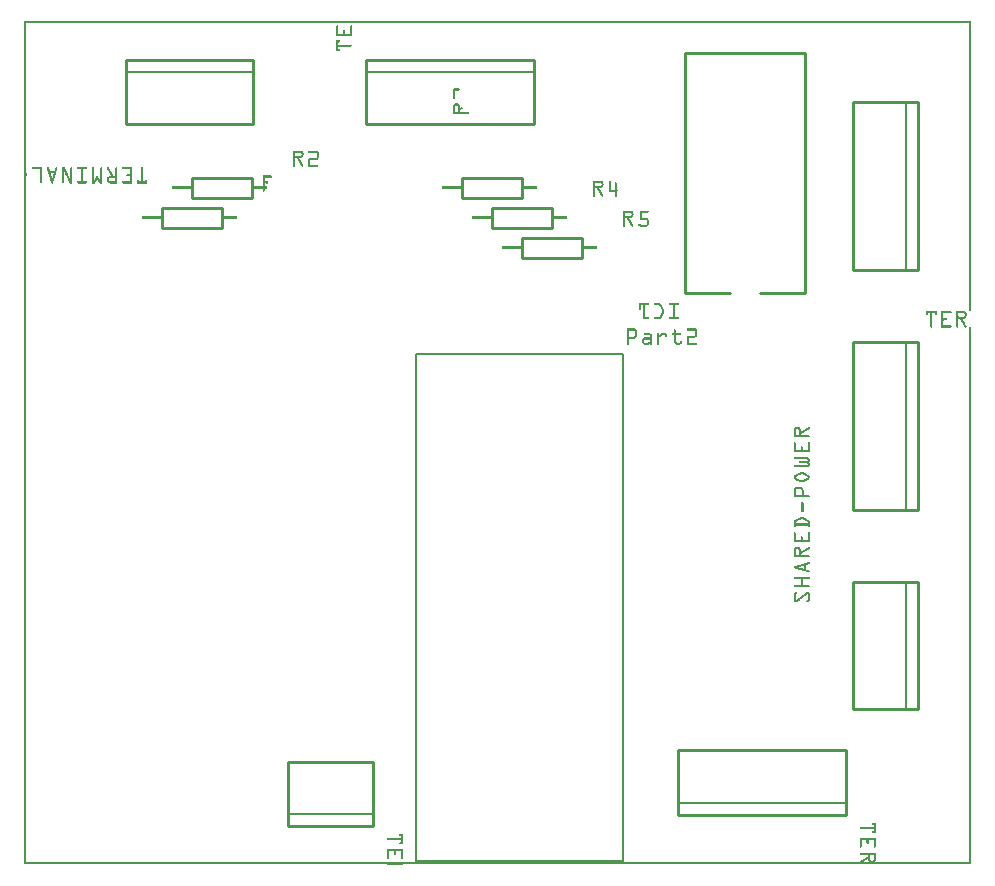
<source format=gto>
G04 MADE WITH FRITZING*
G04 WWW.FRITZING.ORG*
G04 DOUBLE SIDED*
G04 HOLES PLATED*
G04 CONTOUR ON CENTER OF CONTOUR VECTOR*
%ASAXBY*%
%FSLAX23Y23*%
%MOIN*%
%OFA0B0*%
%SFA1.0B1.0*%
%ADD10C,0.010000*%
%ADD11C,0.005000*%
%ADD12C,0.008000*%
%ADD13R,0.001000X0.001000*%
%LNSILK1*%
G90*
G70*
G54D10*
X2765Y944D02*
X2765Y520D01*
D02*
X2765Y520D02*
X2981Y520D01*
D02*
X2981Y520D02*
X2981Y944D01*
D02*
X2981Y944D02*
X2765Y944D01*
G54D11*
D02*
X2941Y520D02*
X2941Y944D01*
G54D10*
D02*
X2603Y1906D02*
X2603Y2706D01*
D02*
X2603Y2706D02*
X2203Y2706D01*
D02*
X2203Y2706D02*
X2203Y1906D01*
D02*
X2603Y1906D02*
X2453Y1906D01*
D02*
X2353Y1906D02*
X2203Y1906D01*
D02*
X2765Y2544D02*
X2765Y1983D01*
D02*
X2765Y1983D02*
X2981Y1983D01*
D02*
X2981Y1983D02*
X2981Y2544D01*
D02*
X2981Y2544D02*
X2765Y2544D01*
G54D11*
D02*
X2941Y1983D02*
X2941Y2544D01*
G54D10*
D02*
X1165Y344D02*
X879Y344D01*
D02*
X879Y344D02*
X879Y128D01*
D02*
X879Y128D02*
X1165Y128D01*
D02*
X1165Y128D02*
X1165Y344D01*
G54D11*
D02*
X879Y168D02*
X1165Y168D01*
G54D10*
D02*
X2765Y1744D02*
X2765Y1183D01*
D02*
X2765Y1183D02*
X2981Y1183D01*
D02*
X2981Y1183D02*
X2981Y1744D01*
D02*
X2981Y1744D02*
X2765Y1744D01*
G54D11*
D02*
X2941Y1183D02*
X2941Y1744D01*
G54D10*
D02*
X2740Y382D02*
X2179Y382D01*
D02*
X2179Y382D02*
X2179Y166D01*
D02*
X2179Y166D02*
X2740Y166D01*
D02*
X2740Y166D02*
X2740Y382D01*
G54D11*
D02*
X2179Y206D02*
X2740Y206D01*
G54D10*
D02*
X1141Y2468D02*
X1702Y2468D01*
D02*
X1702Y2468D02*
X1702Y2684D01*
D02*
X1702Y2684D02*
X1141Y2684D01*
D02*
X1141Y2684D02*
X1141Y2468D01*
G54D11*
D02*
X1702Y2644D02*
X1141Y2644D01*
G54D10*
D02*
X341Y2468D02*
X765Y2468D01*
D02*
X765Y2468D02*
X765Y2684D01*
D02*
X765Y2684D02*
X341Y2684D01*
D02*
X341Y2684D02*
X341Y2468D01*
G54D11*
D02*
X765Y2644D02*
X341Y2644D01*
G54D10*
D02*
X462Y2189D02*
X662Y2189D01*
D02*
X662Y2189D02*
X662Y2123D01*
D02*
X662Y2123D02*
X462Y2123D01*
D02*
X462Y2123D02*
X462Y2189D01*
D02*
X562Y2289D02*
X762Y2289D01*
D02*
X762Y2289D02*
X762Y2223D01*
D02*
X762Y2223D02*
X562Y2223D01*
D02*
X562Y2223D02*
X562Y2289D01*
D02*
X1462Y2289D02*
X1662Y2289D01*
D02*
X1662Y2289D02*
X1662Y2223D01*
D02*
X1662Y2223D02*
X1462Y2223D01*
D02*
X1462Y2223D02*
X1462Y2289D01*
D02*
X1562Y2189D02*
X1762Y2189D01*
D02*
X1762Y2189D02*
X1762Y2123D01*
D02*
X1762Y2123D02*
X1562Y2123D01*
D02*
X1562Y2123D02*
X1562Y2189D01*
D02*
X1662Y2089D02*
X1862Y2089D01*
D02*
X1862Y2089D02*
X1862Y2023D01*
D02*
X1862Y2023D02*
X1662Y2023D01*
D02*
X1662Y2023D02*
X1662Y2089D01*
G54D12*
X1306Y11D02*
X1998Y11D01*
X1998Y1703D01*
X1306Y1703D01*
X1306Y11D01*
D02*
G54D13*
X0Y2813D02*
X3158Y2813D01*
X0Y2812D02*
X3158Y2812D01*
X0Y2811D02*
X3158Y2811D01*
X0Y2810D02*
X3158Y2810D01*
X0Y2809D02*
X3158Y2809D01*
X0Y2808D02*
X3158Y2808D01*
X0Y2807D02*
X3158Y2807D01*
X0Y2806D02*
X3158Y2806D01*
X0Y2805D02*
X7Y2805D01*
X3151Y2805D02*
X3158Y2805D01*
X0Y2804D02*
X7Y2804D01*
X3151Y2804D02*
X3158Y2804D01*
X0Y2803D02*
X7Y2803D01*
X3151Y2803D02*
X3158Y2803D01*
X0Y2802D02*
X7Y2802D01*
X3151Y2802D02*
X3158Y2802D01*
X0Y2801D02*
X7Y2801D01*
X3151Y2801D02*
X3158Y2801D01*
X0Y2800D02*
X7Y2800D01*
X3151Y2800D02*
X3158Y2800D01*
X0Y2799D02*
X7Y2799D01*
X3151Y2799D02*
X3158Y2799D01*
X0Y2798D02*
X7Y2798D01*
X3151Y2798D02*
X3158Y2798D01*
X0Y2797D02*
X7Y2797D01*
X1043Y2797D02*
X1046Y2797D01*
X1090Y2797D02*
X1093Y2797D01*
X3151Y2797D02*
X3158Y2797D01*
X0Y2796D02*
X7Y2796D01*
X1042Y2796D02*
X1047Y2796D01*
X1089Y2796D02*
X1094Y2796D01*
X3151Y2796D02*
X3158Y2796D01*
X0Y2795D02*
X7Y2795D01*
X1041Y2795D02*
X1047Y2795D01*
X1088Y2795D02*
X1094Y2795D01*
X3151Y2795D02*
X3158Y2795D01*
X0Y2794D02*
X7Y2794D01*
X1041Y2794D02*
X1047Y2794D01*
X1088Y2794D02*
X1094Y2794D01*
X3151Y2794D02*
X3158Y2794D01*
X0Y2793D02*
X7Y2793D01*
X1041Y2793D02*
X1047Y2793D01*
X1088Y2793D02*
X1094Y2793D01*
X3151Y2793D02*
X3158Y2793D01*
X0Y2792D02*
X7Y2792D01*
X1041Y2792D02*
X1047Y2792D01*
X1088Y2792D02*
X1094Y2792D01*
X3151Y2792D02*
X3158Y2792D01*
X0Y2791D02*
X7Y2791D01*
X1041Y2791D02*
X1047Y2791D01*
X1088Y2791D02*
X1094Y2791D01*
X3151Y2791D02*
X3158Y2791D01*
X0Y2790D02*
X7Y2790D01*
X1041Y2790D02*
X1047Y2790D01*
X1088Y2790D02*
X1094Y2790D01*
X3151Y2790D02*
X3158Y2790D01*
X0Y2789D02*
X7Y2789D01*
X1041Y2789D02*
X1047Y2789D01*
X1088Y2789D02*
X1094Y2789D01*
X3151Y2789D02*
X3158Y2789D01*
X0Y2788D02*
X7Y2788D01*
X1041Y2788D02*
X1047Y2788D01*
X1088Y2788D02*
X1094Y2788D01*
X3151Y2788D02*
X3158Y2788D01*
X0Y2787D02*
X7Y2787D01*
X1041Y2787D02*
X1047Y2787D01*
X1088Y2787D02*
X1094Y2787D01*
X3151Y2787D02*
X3158Y2787D01*
X0Y2786D02*
X7Y2786D01*
X1041Y2786D02*
X1047Y2786D01*
X1088Y2786D02*
X1094Y2786D01*
X3151Y2786D02*
X3158Y2786D01*
X0Y2785D02*
X7Y2785D01*
X1041Y2785D02*
X1047Y2785D01*
X1088Y2785D02*
X1094Y2785D01*
X3151Y2785D02*
X3158Y2785D01*
X0Y2784D02*
X7Y2784D01*
X1041Y2784D02*
X1047Y2784D01*
X1088Y2784D02*
X1094Y2784D01*
X3151Y2784D02*
X3158Y2784D01*
X0Y2783D02*
X7Y2783D01*
X1041Y2783D02*
X1047Y2783D01*
X1066Y2783D02*
X1069Y2783D01*
X1088Y2783D02*
X1094Y2783D01*
X3151Y2783D02*
X3158Y2783D01*
X0Y2782D02*
X7Y2782D01*
X1041Y2782D02*
X1047Y2782D01*
X1065Y2782D02*
X1070Y2782D01*
X1088Y2782D02*
X1094Y2782D01*
X3151Y2782D02*
X3158Y2782D01*
X0Y2781D02*
X7Y2781D01*
X1041Y2781D02*
X1047Y2781D01*
X1065Y2781D02*
X1071Y2781D01*
X1088Y2781D02*
X1094Y2781D01*
X3151Y2781D02*
X3158Y2781D01*
X0Y2780D02*
X7Y2780D01*
X1041Y2780D02*
X1047Y2780D01*
X1065Y2780D02*
X1071Y2780D01*
X1088Y2780D02*
X1094Y2780D01*
X3151Y2780D02*
X3158Y2780D01*
X0Y2779D02*
X7Y2779D01*
X1041Y2779D02*
X1047Y2779D01*
X1065Y2779D02*
X1071Y2779D01*
X1088Y2779D02*
X1094Y2779D01*
X3151Y2779D02*
X3158Y2779D01*
X0Y2778D02*
X7Y2778D01*
X1041Y2778D02*
X1047Y2778D01*
X1065Y2778D02*
X1071Y2778D01*
X1088Y2778D02*
X1094Y2778D01*
X3151Y2778D02*
X3158Y2778D01*
X0Y2777D02*
X7Y2777D01*
X1041Y2777D02*
X1047Y2777D01*
X1065Y2777D02*
X1071Y2777D01*
X1088Y2777D02*
X1094Y2777D01*
X3151Y2777D02*
X3158Y2777D01*
X0Y2776D02*
X7Y2776D01*
X1041Y2776D02*
X1047Y2776D01*
X1065Y2776D02*
X1071Y2776D01*
X1088Y2776D02*
X1094Y2776D01*
X3151Y2776D02*
X3158Y2776D01*
X0Y2775D02*
X7Y2775D01*
X1041Y2775D02*
X1047Y2775D01*
X1065Y2775D02*
X1071Y2775D01*
X1088Y2775D02*
X1094Y2775D01*
X3151Y2775D02*
X3158Y2775D01*
X0Y2774D02*
X7Y2774D01*
X1041Y2774D02*
X1047Y2774D01*
X1065Y2774D02*
X1071Y2774D01*
X1088Y2774D02*
X1094Y2774D01*
X3151Y2774D02*
X3158Y2774D01*
X0Y2773D02*
X7Y2773D01*
X1041Y2773D02*
X1047Y2773D01*
X1065Y2773D02*
X1071Y2773D01*
X1088Y2773D02*
X1094Y2773D01*
X3151Y2773D02*
X3158Y2773D01*
X0Y2772D02*
X7Y2772D01*
X1041Y2772D02*
X1047Y2772D01*
X1065Y2772D02*
X1071Y2772D01*
X1088Y2772D02*
X1094Y2772D01*
X3151Y2772D02*
X3158Y2772D01*
X0Y2771D02*
X7Y2771D01*
X1041Y2771D02*
X1047Y2771D01*
X1065Y2771D02*
X1071Y2771D01*
X1088Y2771D02*
X1094Y2771D01*
X3151Y2771D02*
X3158Y2771D01*
X0Y2770D02*
X7Y2770D01*
X1041Y2770D02*
X1094Y2770D01*
X3151Y2770D02*
X3158Y2770D01*
X0Y2769D02*
X7Y2769D01*
X1041Y2769D02*
X1094Y2769D01*
X3151Y2769D02*
X3158Y2769D01*
X0Y2768D02*
X7Y2768D01*
X1041Y2768D02*
X1094Y2768D01*
X3151Y2768D02*
X3158Y2768D01*
X0Y2767D02*
X7Y2767D01*
X1041Y2767D02*
X1094Y2767D01*
X3151Y2767D02*
X3158Y2767D01*
X0Y2766D02*
X7Y2766D01*
X1041Y2766D02*
X1094Y2766D01*
X3151Y2766D02*
X3158Y2766D01*
X0Y2765D02*
X7Y2765D01*
X1041Y2765D02*
X1094Y2765D01*
X3151Y2765D02*
X3158Y2765D01*
X0Y2764D02*
X7Y2764D01*
X1041Y2764D02*
X1094Y2764D01*
X3151Y2764D02*
X3158Y2764D01*
X0Y2763D02*
X7Y2763D01*
X3151Y2763D02*
X3158Y2763D01*
X0Y2762D02*
X7Y2762D01*
X3151Y2762D02*
X3158Y2762D01*
X0Y2761D02*
X7Y2761D01*
X3151Y2761D02*
X3158Y2761D01*
X0Y2760D02*
X7Y2760D01*
X3151Y2760D02*
X3158Y2760D01*
X0Y2759D02*
X7Y2759D01*
X3151Y2759D02*
X3158Y2759D01*
X0Y2758D02*
X7Y2758D01*
X3151Y2758D02*
X3158Y2758D01*
X0Y2757D02*
X7Y2757D01*
X3151Y2757D02*
X3158Y2757D01*
X0Y2756D02*
X7Y2756D01*
X3151Y2756D02*
X3158Y2756D01*
X0Y2755D02*
X7Y2755D01*
X3151Y2755D02*
X3158Y2755D01*
X0Y2754D02*
X7Y2754D01*
X3151Y2754D02*
X3158Y2754D01*
X0Y2753D02*
X7Y2753D01*
X3151Y2753D02*
X3158Y2753D01*
X0Y2752D02*
X7Y2752D01*
X3151Y2752D02*
X3158Y2752D01*
X0Y2751D02*
X7Y2751D01*
X3151Y2751D02*
X3158Y2751D01*
X0Y2750D02*
X7Y2750D01*
X3151Y2750D02*
X3158Y2750D01*
X0Y2749D02*
X7Y2749D01*
X3151Y2749D02*
X3158Y2749D01*
X0Y2748D02*
X7Y2748D01*
X3151Y2748D02*
X3158Y2748D01*
X0Y2747D02*
X7Y2747D01*
X1041Y2747D02*
X1052Y2747D01*
X3151Y2747D02*
X3158Y2747D01*
X0Y2746D02*
X7Y2746D01*
X1041Y2746D02*
X1053Y2746D01*
X3151Y2746D02*
X3158Y2746D01*
X0Y2745D02*
X7Y2745D01*
X1041Y2745D02*
X1053Y2745D01*
X3151Y2745D02*
X3158Y2745D01*
X0Y2744D02*
X7Y2744D01*
X1041Y2744D02*
X1053Y2744D01*
X3151Y2744D02*
X3158Y2744D01*
X0Y2743D02*
X7Y2743D01*
X1041Y2743D02*
X1053Y2743D01*
X3151Y2743D02*
X3158Y2743D01*
X0Y2742D02*
X7Y2742D01*
X1041Y2742D02*
X1052Y2742D01*
X3151Y2742D02*
X3158Y2742D01*
X0Y2741D02*
X7Y2741D01*
X1041Y2741D02*
X1051Y2741D01*
X3151Y2741D02*
X3158Y2741D01*
X0Y2740D02*
X7Y2740D01*
X1041Y2740D02*
X1047Y2740D01*
X3151Y2740D02*
X3158Y2740D01*
X0Y2739D02*
X7Y2739D01*
X1041Y2739D02*
X1047Y2739D01*
X3151Y2739D02*
X3158Y2739D01*
X0Y2738D02*
X7Y2738D01*
X1041Y2738D02*
X1047Y2738D01*
X3151Y2738D02*
X3158Y2738D01*
X0Y2737D02*
X7Y2737D01*
X1041Y2737D02*
X1047Y2737D01*
X3151Y2737D02*
X3158Y2737D01*
X0Y2736D02*
X7Y2736D01*
X1041Y2736D02*
X1047Y2736D01*
X3151Y2736D02*
X3158Y2736D01*
X0Y2735D02*
X7Y2735D01*
X1041Y2735D02*
X1047Y2735D01*
X3151Y2735D02*
X3158Y2735D01*
X0Y2734D02*
X7Y2734D01*
X1041Y2734D02*
X1048Y2734D01*
X3151Y2734D02*
X3158Y2734D01*
X0Y2733D02*
X7Y2733D01*
X1041Y2733D02*
X1093Y2733D01*
X3151Y2733D02*
X3158Y2733D01*
X0Y2732D02*
X7Y2732D01*
X1041Y2732D02*
X1094Y2732D01*
X3151Y2732D02*
X3158Y2732D01*
X0Y2731D02*
X7Y2731D01*
X1041Y2731D02*
X1094Y2731D01*
X3151Y2731D02*
X3158Y2731D01*
X0Y2730D02*
X7Y2730D01*
X1041Y2730D02*
X1094Y2730D01*
X3151Y2730D02*
X3158Y2730D01*
X0Y2729D02*
X7Y2729D01*
X1041Y2729D02*
X1094Y2729D01*
X3151Y2729D02*
X3158Y2729D01*
X0Y2728D02*
X7Y2728D01*
X1041Y2728D02*
X1093Y2728D01*
X3151Y2728D02*
X3158Y2728D01*
X0Y2727D02*
X7Y2727D01*
X1041Y2727D02*
X1091Y2727D01*
X3151Y2727D02*
X3158Y2727D01*
X0Y2726D02*
X7Y2726D01*
X1041Y2726D02*
X1047Y2726D01*
X3151Y2726D02*
X3158Y2726D01*
X0Y2725D02*
X7Y2725D01*
X1041Y2725D02*
X1047Y2725D01*
X3151Y2725D02*
X3158Y2725D01*
X0Y2724D02*
X7Y2724D01*
X1041Y2724D02*
X1047Y2724D01*
X3151Y2724D02*
X3158Y2724D01*
X0Y2723D02*
X7Y2723D01*
X1041Y2723D02*
X1047Y2723D01*
X3151Y2723D02*
X3158Y2723D01*
X0Y2722D02*
X7Y2722D01*
X1041Y2722D02*
X1047Y2722D01*
X3151Y2722D02*
X3158Y2722D01*
X0Y2721D02*
X7Y2721D01*
X1041Y2721D02*
X1047Y2721D01*
X3151Y2721D02*
X3158Y2721D01*
X0Y2720D02*
X7Y2720D01*
X1041Y2720D02*
X1050Y2720D01*
X3151Y2720D02*
X3158Y2720D01*
X0Y2719D02*
X7Y2719D01*
X1041Y2719D02*
X1052Y2719D01*
X3151Y2719D02*
X3158Y2719D01*
X0Y2718D02*
X7Y2718D01*
X1041Y2718D02*
X1053Y2718D01*
X3151Y2718D02*
X3158Y2718D01*
X0Y2717D02*
X7Y2717D01*
X1041Y2717D02*
X1053Y2717D01*
X3151Y2717D02*
X3158Y2717D01*
X0Y2716D02*
X7Y2716D01*
X1041Y2716D02*
X1053Y2716D01*
X3151Y2716D02*
X3158Y2716D01*
X0Y2715D02*
X7Y2715D01*
X1041Y2715D02*
X1053Y2715D01*
X3151Y2715D02*
X3158Y2715D01*
X0Y2714D02*
X7Y2714D01*
X1041Y2714D02*
X1052Y2714D01*
X3151Y2714D02*
X3158Y2714D01*
X0Y2713D02*
X7Y2713D01*
X3151Y2713D02*
X3158Y2713D01*
X0Y2712D02*
X7Y2712D01*
X3151Y2712D02*
X3158Y2712D01*
X0Y2711D02*
X7Y2711D01*
X3151Y2711D02*
X3158Y2711D01*
X0Y2710D02*
X7Y2710D01*
X3151Y2710D02*
X3158Y2710D01*
X0Y2709D02*
X7Y2709D01*
X3151Y2709D02*
X3158Y2709D01*
X0Y2708D02*
X7Y2708D01*
X3151Y2708D02*
X3158Y2708D01*
X0Y2707D02*
X7Y2707D01*
X3151Y2707D02*
X3158Y2707D01*
X0Y2706D02*
X7Y2706D01*
X3151Y2706D02*
X3158Y2706D01*
X0Y2705D02*
X7Y2705D01*
X3151Y2705D02*
X3158Y2705D01*
X0Y2704D02*
X7Y2704D01*
X3151Y2704D02*
X3158Y2704D01*
X0Y2703D02*
X7Y2703D01*
X3151Y2703D02*
X3158Y2703D01*
X0Y2702D02*
X7Y2702D01*
X3151Y2702D02*
X3158Y2702D01*
X0Y2701D02*
X7Y2701D01*
X3151Y2701D02*
X3158Y2701D01*
X0Y2700D02*
X7Y2700D01*
X3151Y2700D02*
X3158Y2700D01*
X0Y2699D02*
X7Y2699D01*
X3151Y2699D02*
X3158Y2699D01*
X0Y2698D02*
X7Y2698D01*
X3151Y2698D02*
X3158Y2698D01*
X0Y2697D02*
X7Y2697D01*
X3151Y2697D02*
X3158Y2697D01*
X0Y2696D02*
X7Y2696D01*
X3151Y2696D02*
X3158Y2696D01*
X0Y2695D02*
X7Y2695D01*
X3151Y2695D02*
X3158Y2695D01*
X0Y2694D02*
X7Y2694D01*
X3151Y2694D02*
X3158Y2694D01*
X0Y2693D02*
X7Y2693D01*
X3151Y2693D02*
X3158Y2693D01*
X0Y2692D02*
X7Y2692D01*
X3151Y2692D02*
X3158Y2692D01*
X0Y2691D02*
X7Y2691D01*
X3151Y2691D02*
X3158Y2691D01*
X0Y2690D02*
X7Y2690D01*
X3151Y2690D02*
X3158Y2690D01*
X0Y2689D02*
X7Y2689D01*
X3151Y2689D02*
X3158Y2689D01*
X0Y2688D02*
X7Y2688D01*
X3151Y2688D02*
X3158Y2688D01*
X0Y2687D02*
X7Y2687D01*
X3151Y2687D02*
X3158Y2687D01*
X0Y2686D02*
X7Y2686D01*
X3151Y2686D02*
X3158Y2686D01*
X0Y2685D02*
X7Y2685D01*
X3151Y2685D02*
X3158Y2685D01*
X0Y2684D02*
X7Y2684D01*
X3151Y2684D02*
X3158Y2684D01*
X0Y2683D02*
X7Y2683D01*
X3151Y2683D02*
X3158Y2683D01*
X0Y2682D02*
X7Y2682D01*
X3151Y2682D02*
X3158Y2682D01*
X0Y2681D02*
X7Y2681D01*
X3151Y2681D02*
X3158Y2681D01*
X0Y2680D02*
X7Y2680D01*
X3151Y2680D02*
X3158Y2680D01*
X0Y2679D02*
X7Y2679D01*
X3151Y2679D02*
X3158Y2679D01*
X0Y2678D02*
X7Y2678D01*
X3151Y2678D02*
X3158Y2678D01*
X0Y2677D02*
X7Y2677D01*
X3151Y2677D02*
X3158Y2677D01*
X0Y2676D02*
X7Y2676D01*
X3151Y2676D02*
X3158Y2676D01*
X0Y2675D02*
X7Y2675D01*
X3151Y2675D02*
X3158Y2675D01*
X0Y2674D02*
X7Y2674D01*
X3151Y2674D02*
X3158Y2674D01*
X0Y2673D02*
X7Y2673D01*
X3151Y2673D02*
X3158Y2673D01*
X0Y2672D02*
X7Y2672D01*
X3151Y2672D02*
X3158Y2672D01*
X0Y2671D02*
X7Y2671D01*
X3151Y2671D02*
X3158Y2671D01*
X0Y2670D02*
X7Y2670D01*
X3151Y2670D02*
X3158Y2670D01*
X0Y2669D02*
X7Y2669D01*
X3151Y2669D02*
X3158Y2669D01*
X0Y2668D02*
X7Y2668D01*
X3151Y2668D02*
X3158Y2668D01*
X0Y2667D02*
X7Y2667D01*
X3151Y2667D02*
X3158Y2667D01*
X0Y2666D02*
X7Y2666D01*
X3151Y2666D02*
X3158Y2666D01*
X0Y2665D02*
X7Y2665D01*
X3151Y2665D02*
X3158Y2665D01*
X0Y2664D02*
X7Y2664D01*
X3151Y2664D02*
X3158Y2664D01*
X0Y2663D02*
X7Y2663D01*
X3151Y2663D02*
X3158Y2663D01*
X0Y2662D02*
X7Y2662D01*
X3151Y2662D02*
X3158Y2662D01*
X0Y2661D02*
X7Y2661D01*
X3151Y2661D02*
X3158Y2661D01*
X0Y2660D02*
X7Y2660D01*
X3151Y2660D02*
X3158Y2660D01*
X0Y2659D02*
X7Y2659D01*
X3151Y2659D02*
X3158Y2659D01*
X0Y2658D02*
X7Y2658D01*
X3151Y2658D02*
X3158Y2658D01*
X0Y2657D02*
X7Y2657D01*
X3151Y2657D02*
X3158Y2657D01*
X0Y2656D02*
X7Y2656D01*
X3151Y2656D02*
X3158Y2656D01*
X0Y2655D02*
X7Y2655D01*
X3151Y2655D02*
X3158Y2655D01*
X0Y2654D02*
X7Y2654D01*
X3151Y2654D02*
X3158Y2654D01*
X0Y2653D02*
X7Y2653D01*
X3151Y2653D02*
X3158Y2653D01*
X0Y2652D02*
X7Y2652D01*
X3151Y2652D02*
X3158Y2652D01*
X0Y2651D02*
X7Y2651D01*
X3151Y2651D02*
X3158Y2651D01*
X0Y2650D02*
X7Y2650D01*
X3151Y2650D02*
X3158Y2650D01*
X0Y2649D02*
X7Y2649D01*
X3151Y2649D02*
X3158Y2649D01*
X0Y2648D02*
X7Y2648D01*
X3151Y2648D02*
X3158Y2648D01*
X0Y2647D02*
X7Y2647D01*
X3151Y2647D02*
X3158Y2647D01*
X0Y2646D02*
X7Y2646D01*
X3151Y2646D02*
X3158Y2646D01*
X0Y2645D02*
X7Y2645D01*
X3151Y2645D02*
X3158Y2645D01*
X0Y2644D02*
X7Y2644D01*
X3151Y2644D02*
X3158Y2644D01*
X0Y2643D02*
X7Y2643D01*
X3151Y2643D02*
X3158Y2643D01*
X0Y2642D02*
X7Y2642D01*
X3151Y2642D02*
X3158Y2642D01*
X0Y2641D02*
X7Y2641D01*
X3151Y2641D02*
X3158Y2641D01*
X0Y2640D02*
X7Y2640D01*
X3151Y2640D02*
X3158Y2640D01*
X0Y2639D02*
X7Y2639D01*
X3151Y2639D02*
X3158Y2639D01*
X0Y2638D02*
X7Y2638D01*
X3151Y2638D02*
X3158Y2638D01*
X0Y2637D02*
X7Y2637D01*
X3151Y2637D02*
X3158Y2637D01*
X0Y2636D02*
X7Y2636D01*
X3151Y2636D02*
X3158Y2636D01*
X0Y2635D02*
X7Y2635D01*
X3151Y2635D02*
X3158Y2635D01*
X0Y2634D02*
X7Y2634D01*
X3151Y2634D02*
X3158Y2634D01*
X0Y2633D02*
X7Y2633D01*
X3151Y2633D02*
X3158Y2633D01*
X0Y2632D02*
X7Y2632D01*
X3151Y2632D02*
X3158Y2632D01*
X0Y2631D02*
X7Y2631D01*
X3151Y2631D02*
X3158Y2631D01*
X0Y2630D02*
X7Y2630D01*
X3151Y2630D02*
X3158Y2630D01*
X0Y2629D02*
X7Y2629D01*
X3151Y2629D02*
X3158Y2629D01*
X0Y2628D02*
X7Y2628D01*
X3151Y2628D02*
X3158Y2628D01*
X0Y2627D02*
X7Y2627D01*
X3151Y2627D02*
X3158Y2627D01*
X0Y2626D02*
X7Y2626D01*
X3151Y2626D02*
X3158Y2626D01*
X0Y2625D02*
X7Y2625D01*
X3151Y2625D02*
X3158Y2625D01*
X0Y2624D02*
X7Y2624D01*
X3151Y2624D02*
X3158Y2624D01*
X0Y2623D02*
X7Y2623D01*
X3151Y2623D02*
X3158Y2623D01*
X0Y2622D02*
X7Y2622D01*
X3151Y2622D02*
X3158Y2622D01*
X0Y2621D02*
X7Y2621D01*
X3151Y2621D02*
X3158Y2621D01*
X0Y2620D02*
X7Y2620D01*
X3151Y2620D02*
X3158Y2620D01*
X0Y2619D02*
X7Y2619D01*
X3151Y2619D02*
X3158Y2619D01*
X0Y2618D02*
X7Y2618D01*
X3151Y2618D02*
X3158Y2618D01*
X0Y2617D02*
X7Y2617D01*
X3151Y2617D02*
X3158Y2617D01*
X0Y2616D02*
X7Y2616D01*
X3151Y2616D02*
X3158Y2616D01*
X0Y2615D02*
X7Y2615D01*
X3151Y2615D02*
X3158Y2615D01*
X0Y2614D02*
X7Y2614D01*
X3151Y2614D02*
X3158Y2614D01*
X0Y2613D02*
X7Y2613D01*
X3151Y2613D02*
X3158Y2613D01*
X0Y2612D02*
X7Y2612D01*
X3151Y2612D02*
X3158Y2612D01*
X0Y2611D02*
X7Y2611D01*
X3151Y2611D02*
X3158Y2611D01*
X0Y2610D02*
X7Y2610D01*
X3151Y2610D02*
X3158Y2610D01*
X0Y2609D02*
X7Y2609D01*
X3151Y2609D02*
X3158Y2609D01*
X0Y2608D02*
X7Y2608D01*
X3151Y2608D02*
X3158Y2608D01*
X0Y2607D02*
X7Y2607D01*
X3151Y2607D02*
X3158Y2607D01*
X0Y2606D02*
X7Y2606D01*
X3151Y2606D02*
X3158Y2606D01*
X0Y2605D02*
X7Y2605D01*
X3151Y2605D02*
X3158Y2605D01*
X0Y2604D02*
X7Y2604D01*
X3151Y2604D02*
X3158Y2604D01*
X0Y2603D02*
X7Y2603D01*
X3151Y2603D02*
X3158Y2603D01*
X0Y2602D02*
X7Y2602D01*
X3151Y2602D02*
X3158Y2602D01*
X0Y2601D02*
X7Y2601D01*
X3151Y2601D02*
X3158Y2601D01*
X0Y2600D02*
X7Y2600D01*
X3151Y2600D02*
X3158Y2600D01*
X0Y2599D02*
X7Y2599D01*
X3151Y2599D02*
X3158Y2599D01*
X0Y2598D02*
X7Y2598D01*
X3151Y2598D02*
X3158Y2598D01*
X0Y2597D02*
X7Y2597D01*
X3151Y2597D02*
X3158Y2597D01*
X0Y2596D02*
X7Y2596D01*
X3151Y2596D02*
X3158Y2596D01*
X0Y2595D02*
X7Y2595D01*
X3151Y2595D02*
X3158Y2595D01*
X0Y2594D02*
X7Y2594D01*
X3151Y2594D02*
X3158Y2594D01*
X0Y2593D02*
X7Y2593D01*
X3151Y2593D02*
X3158Y2593D01*
X0Y2592D02*
X7Y2592D01*
X3151Y2592D02*
X3158Y2592D01*
X0Y2591D02*
X7Y2591D01*
X3151Y2591D02*
X3158Y2591D01*
X0Y2590D02*
X7Y2590D01*
X3151Y2590D02*
X3158Y2590D01*
X0Y2589D02*
X7Y2589D01*
X3151Y2589D02*
X3158Y2589D01*
X0Y2588D02*
X7Y2588D01*
X3151Y2588D02*
X3158Y2588D01*
X0Y2587D02*
X7Y2587D01*
X1435Y2587D02*
X1451Y2587D01*
X3151Y2587D02*
X3158Y2587D01*
X0Y2586D02*
X7Y2586D01*
X1433Y2586D02*
X1454Y2586D01*
X3151Y2586D02*
X3158Y2586D01*
X0Y2585D02*
X7Y2585D01*
X1432Y2585D02*
X1454Y2585D01*
X3151Y2585D02*
X3158Y2585D01*
X0Y2584D02*
X7Y2584D01*
X1431Y2584D02*
X1453Y2584D01*
X3151Y2584D02*
X3158Y2584D01*
X0Y2583D02*
X7Y2583D01*
X1430Y2583D02*
X1453Y2583D01*
X3151Y2583D02*
X3158Y2583D01*
X0Y2582D02*
X7Y2582D01*
X1430Y2582D02*
X1452Y2582D01*
X3151Y2582D02*
X3158Y2582D01*
X0Y2581D02*
X7Y2581D01*
X1430Y2581D02*
X1451Y2581D01*
X3151Y2581D02*
X3158Y2581D01*
X0Y2580D02*
X7Y2580D01*
X1430Y2580D02*
X1436Y2580D01*
X1451Y2580D02*
X1451Y2580D01*
X3151Y2580D02*
X3158Y2580D01*
X0Y2579D02*
X7Y2579D01*
X1430Y2579D02*
X1436Y2579D01*
X3151Y2579D02*
X3158Y2579D01*
X0Y2578D02*
X7Y2578D01*
X1430Y2578D02*
X1436Y2578D01*
X3151Y2578D02*
X3158Y2578D01*
X0Y2577D02*
X7Y2577D01*
X1430Y2577D02*
X1436Y2577D01*
X3151Y2577D02*
X3158Y2577D01*
X0Y2576D02*
X7Y2576D01*
X1430Y2576D02*
X1436Y2576D01*
X3151Y2576D02*
X3158Y2576D01*
X0Y2575D02*
X7Y2575D01*
X1430Y2575D02*
X1436Y2575D01*
X3151Y2575D02*
X3158Y2575D01*
X0Y2574D02*
X7Y2574D01*
X1430Y2574D02*
X1436Y2574D01*
X3151Y2574D02*
X3158Y2574D01*
X0Y2573D02*
X7Y2573D01*
X1430Y2573D02*
X1436Y2573D01*
X3151Y2573D02*
X3158Y2573D01*
X0Y2572D02*
X7Y2572D01*
X1430Y2572D02*
X1436Y2572D01*
X3151Y2572D02*
X3158Y2572D01*
X0Y2571D02*
X7Y2571D01*
X1430Y2571D02*
X1436Y2571D01*
X3151Y2571D02*
X3158Y2571D01*
X0Y2570D02*
X7Y2570D01*
X1430Y2570D02*
X1436Y2570D01*
X3151Y2570D02*
X3158Y2570D01*
X0Y2569D02*
X7Y2569D01*
X1430Y2569D02*
X1436Y2569D01*
X3151Y2569D02*
X3158Y2569D01*
X0Y2568D02*
X7Y2568D01*
X1430Y2568D02*
X1436Y2568D01*
X3151Y2568D02*
X3158Y2568D01*
X0Y2567D02*
X7Y2567D01*
X1430Y2567D02*
X1436Y2567D01*
X3151Y2567D02*
X3158Y2567D01*
X0Y2566D02*
X7Y2566D01*
X1430Y2566D02*
X1436Y2566D01*
X3151Y2566D02*
X3158Y2566D01*
X0Y2565D02*
X7Y2565D01*
X1430Y2565D02*
X1436Y2565D01*
X3151Y2565D02*
X3158Y2565D01*
X0Y2564D02*
X7Y2564D01*
X1430Y2564D02*
X1436Y2564D01*
X3151Y2564D02*
X3158Y2564D01*
X0Y2563D02*
X7Y2563D01*
X1430Y2563D02*
X1436Y2563D01*
X3151Y2563D02*
X3158Y2563D01*
X0Y2562D02*
X7Y2562D01*
X1430Y2562D02*
X1436Y2562D01*
X3151Y2562D02*
X3158Y2562D01*
X0Y2561D02*
X7Y2561D01*
X1430Y2561D02*
X1436Y2561D01*
X3151Y2561D02*
X3158Y2561D01*
X0Y2560D02*
X7Y2560D01*
X1430Y2560D02*
X1436Y2560D01*
X3151Y2560D02*
X3158Y2560D01*
X0Y2559D02*
X7Y2559D01*
X1430Y2559D02*
X1436Y2559D01*
X3151Y2559D02*
X3158Y2559D01*
X0Y2558D02*
X7Y2558D01*
X1430Y2558D02*
X1436Y2558D01*
X3151Y2558D02*
X3158Y2558D01*
X0Y2557D02*
X7Y2557D01*
X1430Y2557D02*
X1436Y2557D01*
X3151Y2557D02*
X3158Y2557D01*
X0Y2556D02*
X7Y2556D01*
X1430Y2556D02*
X1436Y2556D01*
X3151Y2556D02*
X3158Y2556D01*
X0Y2555D02*
X7Y2555D01*
X1430Y2555D02*
X1436Y2555D01*
X3151Y2555D02*
X3158Y2555D01*
X0Y2554D02*
X7Y2554D01*
X1431Y2554D02*
X1435Y2554D01*
X3151Y2554D02*
X3158Y2554D01*
X0Y2553D02*
X7Y2553D01*
X1432Y2553D02*
X1434Y2553D01*
X3151Y2553D02*
X3158Y2553D01*
X0Y2552D02*
X7Y2552D01*
X3151Y2552D02*
X3158Y2552D01*
X0Y2551D02*
X7Y2551D01*
X3151Y2551D02*
X3158Y2551D01*
X0Y2550D02*
X7Y2550D01*
X3151Y2550D02*
X3158Y2550D01*
X0Y2549D02*
X7Y2549D01*
X3151Y2549D02*
X3158Y2549D01*
X0Y2548D02*
X7Y2548D01*
X3151Y2548D02*
X3158Y2548D01*
X0Y2547D02*
X7Y2547D01*
X3151Y2547D02*
X3158Y2547D01*
X0Y2546D02*
X7Y2546D01*
X3151Y2546D02*
X3158Y2546D01*
X0Y2545D02*
X7Y2545D01*
X3151Y2545D02*
X3158Y2545D01*
X0Y2544D02*
X7Y2544D01*
X3151Y2544D02*
X3158Y2544D01*
X0Y2543D02*
X7Y2543D01*
X3151Y2543D02*
X3158Y2543D01*
X0Y2542D02*
X7Y2542D01*
X3151Y2542D02*
X3158Y2542D01*
X0Y2541D02*
X7Y2541D01*
X3151Y2541D02*
X3158Y2541D01*
X0Y2540D02*
X7Y2540D01*
X3151Y2540D02*
X3158Y2540D01*
X0Y2539D02*
X7Y2539D01*
X3151Y2539D02*
X3158Y2539D01*
X0Y2538D02*
X7Y2538D01*
X3151Y2538D02*
X3158Y2538D01*
X0Y2537D02*
X7Y2537D01*
X1438Y2537D02*
X1445Y2537D01*
X3151Y2537D02*
X3158Y2537D01*
X0Y2536D02*
X7Y2536D01*
X1435Y2536D02*
X1448Y2536D01*
X3151Y2536D02*
X3158Y2536D01*
X0Y2535D02*
X7Y2535D01*
X1434Y2535D02*
X1449Y2535D01*
X3151Y2535D02*
X3158Y2535D01*
X0Y2534D02*
X7Y2534D01*
X1433Y2534D02*
X1451Y2534D01*
X3151Y2534D02*
X3158Y2534D01*
X0Y2533D02*
X7Y2533D01*
X1432Y2533D02*
X1451Y2533D01*
X3151Y2533D02*
X3158Y2533D01*
X0Y2532D02*
X7Y2532D01*
X1431Y2532D02*
X1452Y2532D01*
X3151Y2532D02*
X3158Y2532D01*
X0Y2531D02*
X7Y2531D01*
X1431Y2531D02*
X1453Y2531D01*
X3151Y2531D02*
X3158Y2531D01*
X0Y2530D02*
X7Y2530D01*
X1430Y2530D02*
X1438Y2530D01*
X1445Y2530D02*
X1453Y2530D01*
X3151Y2530D02*
X3158Y2530D01*
X0Y2529D02*
X7Y2529D01*
X1430Y2529D02*
X1437Y2529D01*
X1447Y2529D02*
X1453Y2529D01*
X3151Y2529D02*
X3158Y2529D01*
X0Y2528D02*
X7Y2528D01*
X1430Y2528D02*
X1436Y2528D01*
X1447Y2528D02*
X1453Y2528D01*
X3151Y2528D02*
X3158Y2528D01*
X0Y2527D02*
X7Y2527D01*
X1430Y2527D02*
X1436Y2527D01*
X1447Y2527D02*
X1454Y2527D01*
X3151Y2527D02*
X3158Y2527D01*
X0Y2526D02*
X7Y2526D01*
X1430Y2526D02*
X1436Y2526D01*
X1448Y2526D02*
X1454Y2526D01*
X3151Y2526D02*
X3158Y2526D01*
X0Y2525D02*
X7Y2525D01*
X1430Y2525D02*
X1436Y2525D01*
X1448Y2525D02*
X1454Y2525D01*
X3151Y2525D02*
X3158Y2525D01*
X0Y2524D02*
X7Y2524D01*
X1430Y2524D02*
X1436Y2524D01*
X1448Y2524D02*
X1454Y2524D01*
X1457Y2524D02*
X1459Y2524D01*
X3151Y2524D02*
X3158Y2524D01*
X0Y2523D02*
X7Y2523D01*
X1430Y2523D02*
X1436Y2523D01*
X1448Y2523D02*
X1461Y2523D01*
X3151Y2523D02*
X3158Y2523D01*
X0Y2522D02*
X7Y2522D01*
X1430Y2522D02*
X1436Y2522D01*
X1448Y2522D02*
X1462Y2522D01*
X3151Y2522D02*
X3158Y2522D01*
X0Y2521D02*
X7Y2521D01*
X1430Y2521D02*
X1436Y2521D01*
X1448Y2521D02*
X1463Y2521D01*
X3151Y2521D02*
X3158Y2521D01*
X0Y2520D02*
X7Y2520D01*
X1430Y2520D02*
X1436Y2520D01*
X1448Y2520D02*
X1463Y2520D01*
X3151Y2520D02*
X3158Y2520D01*
X0Y2519D02*
X7Y2519D01*
X1430Y2519D02*
X1436Y2519D01*
X1448Y2519D02*
X1461Y2519D01*
X3151Y2519D02*
X3158Y2519D01*
X0Y2518D02*
X7Y2518D01*
X1430Y2518D02*
X1436Y2518D01*
X1448Y2518D02*
X1460Y2518D01*
X3151Y2518D02*
X3158Y2518D01*
X0Y2517D02*
X7Y2517D01*
X1430Y2517D02*
X1436Y2517D01*
X1448Y2517D02*
X1458Y2517D01*
X3151Y2517D02*
X3158Y2517D01*
X0Y2516D02*
X7Y2516D01*
X1430Y2516D02*
X1436Y2516D01*
X1448Y2516D02*
X1456Y2516D01*
X3151Y2516D02*
X3158Y2516D01*
X0Y2515D02*
X7Y2515D01*
X1430Y2515D02*
X1436Y2515D01*
X1448Y2515D02*
X1454Y2515D01*
X3151Y2515D02*
X3158Y2515D01*
X0Y2514D02*
X7Y2514D01*
X1430Y2514D02*
X1436Y2514D01*
X1448Y2514D02*
X1454Y2514D01*
X3151Y2514D02*
X3158Y2514D01*
X0Y2513D02*
X7Y2513D01*
X1430Y2513D02*
X1436Y2513D01*
X1448Y2513D02*
X1454Y2513D01*
X3151Y2513D02*
X3158Y2513D01*
X0Y2512D02*
X7Y2512D01*
X1430Y2512D02*
X1436Y2512D01*
X1448Y2512D02*
X1454Y2512D01*
X3151Y2512D02*
X3158Y2512D01*
X0Y2511D02*
X7Y2511D01*
X1430Y2511D02*
X1436Y2511D01*
X1448Y2511D02*
X1454Y2511D01*
X3151Y2511D02*
X3158Y2511D01*
X0Y2510D02*
X7Y2510D01*
X1430Y2510D02*
X1436Y2510D01*
X1447Y2510D02*
X1454Y2510D01*
X3151Y2510D02*
X3158Y2510D01*
X0Y2509D02*
X7Y2509D01*
X1430Y2509D02*
X1481Y2509D01*
X3151Y2509D02*
X3158Y2509D01*
X0Y2508D02*
X7Y2508D01*
X1430Y2508D02*
X1482Y2508D01*
X3151Y2508D02*
X3158Y2508D01*
X0Y2507D02*
X7Y2507D01*
X1430Y2507D02*
X1483Y2507D01*
X3151Y2507D02*
X3158Y2507D01*
X0Y2506D02*
X7Y2506D01*
X1430Y2506D02*
X1483Y2506D01*
X3151Y2506D02*
X3158Y2506D01*
X0Y2505D02*
X7Y2505D01*
X1430Y2505D02*
X1483Y2505D01*
X3151Y2505D02*
X3158Y2505D01*
X0Y2504D02*
X7Y2504D01*
X1430Y2504D02*
X1482Y2504D01*
X3151Y2504D02*
X3158Y2504D01*
X0Y2503D02*
X7Y2503D01*
X1430Y2503D02*
X1481Y2503D01*
X3151Y2503D02*
X3158Y2503D01*
X0Y2502D02*
X7Y2502D01*
X3151Y2502D02*
X3158Y2502D01*
X0Y2501D02*
X7Y2501D01*
X3151Y2501D02*
X3158Y2501D01*
X0Y2500D02*
X7Y2500D01*
X3151Y2500D02*
X3158Y2500D01*
X0Y2499D02*
X7Y2499D01*
X3151Y2499D02*
X3158Y2499D01*
X0Y2498D02*
X7Y2498D01*
X3151Y2498D02*
X3158Y2498D01*
X0Y2497D02*
X7Y2497D01*
X3151Y2497D02*
X3158Y2497D01*
X0Y2496D02*
X7Y2496D01*
X3151Y2496D02*
X3158Y2496D01*
X0Y2495D02*
X7Y2495D01*
X3151Y2495D02*
X3158Y2495D01*
X0Y2494D02*
X7Y2494D01*
X3151Y2494D02*
X3158Y2494D01*
X0Y2493D02*
X7Y2493D01*
X3151Y2493D02*
X3158Y2493D01*
X0Y2492D02*
X7Y2492D01*
X3151Y2492D02*
X3158Y2492D01*
X0Y2491D02*
X7Y2491D01*
X3151Y2491D02*
X3158Y2491D01*
X0Y2490D02*
X7Y2490D01*
X3151Y2490D02*
X3158Y2490D01*
X0Y2489D02*
X7Y2489D01*
X3151Y2489D02*
X3158Y2489D01*
X0Y2488D02*
X7Y2488D01*
X3151Y2488D02*
X3158Y2488D01*
X0Y2487D02*
X7Y2487D01*
X3151Y2487D02*
X3158Y2487D01*
X0Y2486D02*
X7Y2486D01*
X3151Y2486D02*
X3158Y2486D01*
X0Y2485D02*
X7Y2485D01*
X3151Y2485D02*
X3158Y2485D01*
X0Y2484D02*
X7Y2484D01*
X3151Y2484D02*
X3158Y2484D01*
X0Y2483D02*
X7Y2483D01*
X3151Y2483D02*
X3158Y2483D01*
X0Y2482D02*
X7Y2482D01*
X3151Y2482D02*
X3158Y2482D01*
X0Y2481D02*
X7Y2481D01*
X3151Y2481D02*
X3158Y2481D01*
X0Y2480D02*
X7Y2480D01*
X3151Y2480D02*
X3158Y2480D01*
X0Y2479D02*
X7Y2479D01*
X3151Y2479D02*
X3158Y2479D01*
X0Y2478D02*
X7Y2478D01*
X3151Y2478D02*
X3158Y2478D01*
X0Y2477D02*
X7Y2477D01*
X3151Y2477D02*
X3158Y2477D01*
X0Y2476D02*
X7Y2476D01*
X3151Y2476D02*
X3158Y2476D01*
X0Y2475D02*
X7Y2475D01*
X3151Y2475D02*
X3158Y2475D01*
X0Y2474D02*
X7Y2474D01*
X3151Y2474D02*
X3158Y2474D01*
X0Y2473D02*
X7Y2473D01*
X3151Y2473D02*
X3158Y2473D01*
X0Y2472D02*
X7Y2472D01*
X3151Y2472D02*
X3158Y2472D01*
X0Y2471D02*
X7Y2471D01*
X3151Y2471D02*
X3158Y2471D01*
X0Y2470D02*
X7Y2470D01*
X3151Y2470D02*
X3158Y2470D01*
X0Y2469D02*
X7Y2469D01*
X3151Y2469D02*
X3158Y2469D01*
X0Y2468D02*
X7Y2468D01*
X3151Y2468D02*
X3158Y2468D01*
X0Y2467D02*
X7Y2467D01*
X3151Y2467D02*
X3158Y2467D01*
X0Y2466D02*
X7Y2466D01*
X3151Y2466D02*
X3158Y2466D01*
X0Y2465D02*
X7Y2465D01*
X3151Y2465D02*
X3158Y2465D01*
X0Y2464D02*
X7Y2464D01*
X3151Y2464D02*
X3158Y2464D01*
X0Y2463D02*
X7Y2463D01*
X3151Y2463D02*
X3158Y2463D01*
X0Y2462D02*
X7Y2462D01*
X3151Y2462D02*
X3158Y2462D01*
X0Y2461D02*
X7Y2461D01*
X3151Y2461D02*
X3158Y2461D01*
X0Y2460D02*
X7Y2460D01*
X3151Y2460D02*
X3158Y2460D01*
X0Y2459D02*
X7Y2459D01*
X3151Y2459D02*
X3158Y2459D01*
X0Y2458D02*
X7Y2458D01*
X3151Y2458D02*
X3158Y2458D01*
X0Y2457D02*
X7Y2457D01*
X3151Y2457D02*
X3158Y2457D01*
X0Y2456D02*
X7Y2456D01*
X3151Y2456D02*
X3158Y2456D01*
X0Y2455D02*
X7Y2455D01*
X3151Y2455D02*
X3158Y2455D01*
X0Y2454D02*
X7Y2454D01*
X3151Y2454D02*
X3158Y2454D01*
X0Y2453D02*
X7Y2453D01*
X3151Y2453D02*
X3158Y2453D01*
X0Y2452D02*
X7Y2452D01*
X3151Y2452D02*
X3158Y2452D01*
X0Y2451D02*
X7Y2451D01*
X3151Y2451D02*
X3158Y2451D01*
X0Y2450D02*
X7Y2450D01*
X3151Y2450D02*
X3158Y2450D01*
X0Y2449D02*
X7Y2449D01*
X3151Y2449D02*
X3158Y2449D01*
X0Y2448D02*
X7Y2448D01*
X3151Y2448D02*
X3158Y2448D01*
X0Y2447D02*
X7Y2447D01*
X3151Y2447D02*
X3158Y2447D01*
X0Y2446D02*
X7Y2446D01*
X3151Y2446D02*
X3158Y2446D01*
X0Y2445D02*
X7Y2445D01*
X3151Y2445D02*
X3158Y2445D01*
X0Y2444D02*
X7Y2444D01*
X3151Y2444D02*
X3158Y2444D01*
X0Y2443D02*
X7Y2443D01*
X3151Y2443D02*
X3158Y2443D01*
X0Y2442D02*
X7Y2442D01*
X3151Y2442D02*
X3158Y2442D01*
X0Y2441D02*
X7Y2441D01*
X3151Y2441D02*
X3158Y2441D01*
X0Y2440D02*
X7Y2440D01*
X3151Y2440D02*
X3158Y2440D01*
X0Y2439D02*
X7Y2439D01*
X3151Y2439D02*
X3158Y2439D01*
X0Y2438D02*
X7Y2438D01*
X3151Y2438D02*
X3158Y2438D01*
X0Y2437D02*
X7Y2437D01*
X3151Y2437D02*
X3158Y2437D01*
X0Y2436D02*
X7Y2436D01*
X3151Y2436D02*
X3158Y2436D01*
X0Y2435D02*
X7Y2435D01*
X3151Y2435D02*
X3158Y2435D01*
X0Y2434D02*
X7Y2434D01*
X3151Y2434D02*
X3158Y2434D01*
X0Y2433D02*
X7Y2433D01*
X3151Y2433D02*
X3158Y2433D01*
X0Y2432D02*
X7Y2432D01*
X3151Y2432D02*
X3158Y2432D01*
X0Y2431D02*
X7Y2431D01*
X3151Y2431D02*
X3158Y2431D01*
X0Y2430D02*
X7Y2430D01*
X3151Y2430D02*
X3158Y2430D01*
X0Y2429D02*
X7Y2429D01*
X3151Y2429D02*
X3158Y2429D01*
X0Y2428D02*
X7Y2428D01*
X3151Y2428D02*
X3158Y2428D01*
X0Y2427D02*
X7Y2427D01*
X3151Y2427D02*
X3158Y2427D01*
X0Y2426D02*
X7Y2426D01*
X3151Y2426D02*
X3158Y2426D01*
X0Y2425D02*
X7Y2425D01*
X3151Y2425D02*
X3158Y2425D01*
X0Y2424D02*
X7Y2424D01*
X3151Y2424D02*
X3158Y2424D01*
X0Y2423D02*
X7Y2423D01*
X3151Y2423D02*
X3158Y2423D01*
X0Y2422D02*
X7Y2422D01*
X3151Y2422D02*
X3158Y2422D01*
X0Y2421D02*
X7Y2421D01*
X3151Y2421D02*
X3158Y2421D01*
X0Y2420D02*
X7Y2420D01*
X3151Y2420D02*
X3158Y2420D01*
X0Y2419D02*
X7Y2419D01*
X3151Y2419D02*
X3158Y2419D01*
X0Y2418D02*
X7Y2418D01*
X3151Y2418D02*
X3158Y2418D01*
X0Y2417D02*
X7Y2417D01*
X3151Y2417D02*
X3158Y2417D01*
X0Y2416D02*
X7Y2416D01*
X3151Y2416D02*
X3158Y2416D01*
X0Y2415D02*
X7Y2415D01*
X3151Y2415D02*
X3158Y2415D01*
X0Y2414D02*
X7Y2414D01*
X3151Y2414D02*
X3158Y2414D01*
X0Y2413D02*
X7Y2413D01*
X3151Y2413D02*
X3158Y2413D01*
X0Y2412D02*
X7Y2412D01*
X3151Y2412D02*
X3158Y2412D01*
X0Y2411D02*
X7Y2411D01*
X3151Y2411D02*
X3158Y2411D01*
X0Y2410D02*
X7Y2410D01*
X3151Y2410D02*
X3158Y2410D01*
X0Y2409D02*
X7Y2409D01*
X3151Y2409D02*
X3158Y2409D01*
X0Y2408D02*
X7Y2408D01*
X3151Y2408D02*
X3158Y2408D01*
X0Y2407D02*
X7Y2407D01*
X3151Y2407D02*
X3158Y2407D01*
X0Y2406D02*
X7Y2406D01*
X3151Y2406D02*
X3158Y2406D01*
X0Y2405D02*
X7Y2405D01*
X3151Y2405D02*
X3158Y2405D01*
X0Y2404D02*
X7Y2404D01*
X3151Y2404D02*
X3158Y2404D01*
X0Y2403D02*
X7Y2403D01*
X3151Y2403D02*
X3158Y2403D01*
X0Y2402D02*
X7Y2402D01*
X3151Y2402D02*
X3158Y2402D01*
X0Y2401D02*
X7Y2401D01*
X3151Y2401D02*
X3158Y2401D01*
X0Y2400D02*
X7Y2400D01*
X3151Y2400D02*
X3158Y2400D01*
X0Y2399D02*
X7Y2399D01*
X3151Y2399D02*
X3158Y2399D01*
X0Y2398D02*
X7Y2398D01*
X3151Y2398D02*
X3158Y2398D01*
X0Y2397D02*
X7Y2397D01*
X3151Y2397D02*
X3158Y2397D01*
X0Y2396D02*
X7Y2396D01*
X3151Y2396D02*
X3158Y2396D01*
X0Y2395D02*
X7Y2395D01*
X3151Y2395D02*
X3158Y2395D01*
X0Y2394D02*
X7Y2394D01*
X3151Y2394D02*
X3158Y2394D01*
X0Y2393D02*
X7Y2393D01*
X3151Y2393D02*
X3158Y2393D01*
X0Y2392D02*
X7Y2392D01*
X3151Y2392D02*
X3158Y2392D01*
X0Y2391D02*
X7Y2391D01*
X3151Y2391D02*
X3158Y2391D01*
X0Y2390D02*
X7Y2390D01*
X3151Y2390D02*
X3158Y2390D01*
X0Y2389D02*
X7Y2389D01*
X3151Y2389D02*
X3158Y2389D01*
X0Y2388D02*
X7Y2388D01*
X3151Y2388D02*
X3158Y2388D01*
X0Y2387D02*
X7Y2387D01*
X3151Y2387D02*
X3158Y2387D01*
X0Y2386D02*
X7Y2386D01*
X3151Y2386D02*
X3158Y2386D01*
X0Y2385D02*
X7Y2385D01*
X3151Y2385D02*
X3158Y2385D01*
X0Y2384D02*
X7Y2384D01*
X3151Y2384D02*
X3158Y2384D01*
X0Y2383D02*
X7Y2383D01*
X3151Y2383D02*
X3158Y2383D01*
X0Y2382D02*
X7Y2382D01*
X3151Y2382D02*
X3158Y2382D01*
X0Y2381D02*
X7Y2381D01*
X3151Y2381D02*
X3158Y2381D01*
X0Y2380D02*
X7Y2380D01*
X898Y2380D02*
X923Y2380D01*
X950Y2380D02*
X976Y2380D01*
X3151Y2380D02*
X3158Y2380D01*
X0Y2379D02*
X7Y2379D01*
X898Y2379D02*
X926Y2379D01*
X949Y2379D02*
X978Y2379D01*
X3151Y2379D02*
X3158Y2379D01*
X0Y2378D02*
X7Y2378D01*
X898Y2378D02*
X927Y2378D01*
X948Y2378D02*
X980Y2378D01*
X3151Y2378D02*
X3158Y2378D01*
X0Y2377D02*
X7Y2377D01*
X898Y2377D02*
X929Y2377D01*
X948Y2377D02*
X980Y2377D01*
X3151Y2377D02*
X3158Y2377D01*
X0Y2376D02*
X7Y2376D01*
X898Y2376D02*
X929Y2376D01*
X948Y2376D02*
X981Y2376D01*
X3151Y2376D02*
X3158Y2376D01*
X0Y2375D02*
X7Y2375D01*
X898Y2375D02*
X930Y2375D01*
X949Y2375D02*
X981Y2375D01*
X3151Y2375D02*
X3158Y2375D01*
X0Y2374D02*
X7Y2374D01*
X898Y2374D02*
X931Y2374D01*
X949Y2374D02*
X982Y2374D01*
X3151Y2374D02*
X3158Y2374D01*
X0Y2373D02*
X7Y2373D01*
X898Y2373D02*
X904Y2373D01*
X923Y2373D02*
X931Y2373D01*
X975Y2373D02*
X982Y2373D01*
X3151Y2373D02*
X3158Y2373D01*
X0Y2372D02*
X7Y2372D01*
X898Y2372D02*
X904Y2372D01*
X925Y2372D02*
X931Y2372D01*
X976Y2372D02*
X982Y2372D01*
X3151Y2372D02*
X3158Y2372D01*
X0Y2371D02*
X7Y2371D01*
X898Y2371D02*
X904Y2371D01*
X925Y2371D02*
X932Y2371D01*
X976Y2371D02*
X982Y2371D01*
X3151Y2371D02*
X3158Y2371D01*
X0Y2370D02*
X7Y2370D01*
X898Y2370D02*
X904Y2370D01*
X926Y2370D02*
X932Y2370D01*
X976Y2370D02*
X982Y2370D01*
X3151Y2370D02*
X3158Y2370D01*
X0Y2369D02*
X7Y2369D01*
X898Y2369D02*
X904Y2369D01*
X926Y2369D02*
X932Y2369D01*
X976Y2369D02*
X982Y2369D01*
X3151Y2369D02*
X3158Y2369D01*
X0Y2368D02*
X7Y2368D01*
X898Y2368D02*
X904Y2368D01*
X926Y2368D02*
X932Y2368D01*
X976Y2368D02*
X982Y2368D01*
X3151Y2368D02*
X3158Y2368D01*
X0Y2367D02*
X7Y2367D01*
X898Y2367D02*
X904Y2367D01*
X926Y2367D02*
X932Y2367D01*
X976Y2367D02*
X982Y2367D01*
X3151Y2367D02*
X3158Y2367D01*
X0Y2366D02*
X7Y2366D01*
X898Y2366D02*
X904Y2366D01*
X926Y2366D02*
X932Y2366D01*
X976Y2366D02*
X982Y2366D01*
X3151Y2366D02*
X3158Y2366D01*
X0Y2365D02*
X7Y2365D01*
X898Y2365D02*
X904Y2365D01*
X925Y2365D02*
X932Y2365D01*
X976Y2365D02*
X982Y2365D01*
X3151Y2365D02*
X3158Y2365D01*
X0Y2364D02*
X7Y2364D01*
X898Y2364D02*
X904Y2364D01*
X925Y2364D02*
X931Y2364D01*
X976Y2364D02*
X982Y2364D01*
X3151Y2364D02*
X3158Y2364D01*
X0Y2363D02*
X7Y2363D01*
X898Y2363D02*
X904Y2363D01*
X924Y2363D02*
X931Y2363D01*
X976Y2363D02*
X982Y2363D01*
X3151Y2363D02*
X3158Y2363D01*
X0Y2362D02*
X7Y2362D01*
X898Y2362D02*
X931Y2362D01*
X976Y2362D02*
X982Y2362D01*
X3151Y2362D02*
X3158Y2362D01*
X0Y2361D02*
X7Y2361D01*
X898Y2361D02*
X930Y2361D01*
X976Y2361D02*
X982Y2361D01*
X3151Y2361D02*
X3158Y2361D01*
X0Y2360D02*
X7Y2360D01*
X898Y2360D02*
X930Y2360D01*
X976Y2360D02*
X982Y2360D01*
X3151Y2360D02*
X3158Y2360D01*
X0Y2359D02*
X7Y2359D01*
X898Y2359D02*
X929Y2359D01*
X976Y2359D02*
X982Y2359D01*
X3151Y2359D02*
X3158Y2359D01*
X0Y2358D02*
X7Y2358D01*
X898Y2358D02*
X928Y2358D01*
X976Y2358D02*
X982Y2358D01*
X3151Y2358D02*
X3158Y2358D01*
X0Y2357D02*
X7Y2357D01*
X898Y2357D02*
X926Y2357D01*
X976Y2357D02*
X982Y2357D01*
X3151Y2357D02*
X3158Y2357D01*
X0Y2356D02*
X7Y2356D01*
X898Y2356D02*
X924Y2356D01*
X952Y2356D02*
X982Y2356D01*
X3151Y2356D02*
X3158Y2356D01*
X0Y2355D02*
X7Y2355D01*
X898Y2355D02*
X904Y2355D01*
X910Y2355D02*
X917Y2355D01*
X951Y2355D02*
X981Y2355D01*
X3151Y2355D02*
X3158Y2355D01*
X0Y2354D02*
X7Y2354D01*
X898Y2354D02*
X904Y2354D01*
X911Y2354D02*
X918Y2354D01*
X950Y2354D02*
X981Y2354D01*
X3151Y2354D02*
X3158Y2354D01*
X0Y2353D02*
X7Y2353D01*
X898Y2353D02*
X904Y2353D01*
X911Y2353D02*
X919Y2353D01*
X949Y2353D02*
X981Y2353D01*
X3151Y2353D02*
X3158Y2353D01*
X0Y2352D02*
X7Y2352D01*
X898Y2352D02*
X904Y2352D01*
X912Y2352D02*
X919Y2352D01*
X949Y2352D02*
X980Y2352D01*
X3151Y2352D02*
X3158Y2352D01*
X0Y2351D02*
X7Y2351D01*
X898Y2351D02*
X904Y2351D01*
X913Y2351D02*
X920Y2351D01*
X948Y2351D02*
X979Y2351D01*
X3151Y2351D02*
X3158Y2351D01*
X0Y2350D02*
X7Y2350D01*
X898Y2350D02*
X904Y2350D01*
X913Y2350D02*
X920Y2350D01*
X948Y2350D02*
X977Y2350D01*
X3151Y2350D02*
X3158Y2350D01*
X0Y2349D02*
X7Y2349D01*
X898Y2349D02*
X904Y2349D01*
X914Y2349D02*
X921Y2349D01*
X948Y2349D02*
X954Y2349D01*
X3151Y2349D02*
X3158Y2349D01*
X0Y2348D02*
X7Y2348D01*
X898Y2348D02*
X904Y2348D01*
X914Y2348D02*
X921Y2348D01*
X948Y2348D02*
X954Y2348D01*
X3151Y2348D02*
X3158Y2348D01*
X0Y2347D02*
X7Y2347D01*
X898Y2347D02*
X904Y2347D01*
X915Y2347D02*
X922Y2347D01*
X948Y2347D02*
X954Y2347D01*
X3151Y2347D02*
X3158Y2347D01*
X0Y2346D02*
X7Y2346D01*
X898Y2346D02*
X904Y2346D01*
X915Y2346D02*
X923Y2346D01*
X948Y2346D02*
X954Y2346D01*
X3151Y2346D02*
X3158Y2346D01*
X0Y2345D02*
X7Y2345D01*
X898Y2345D02*
X904Y2345D01*
X916Y2345D02*
X923Y2345D01*
X948Y2345D02*
X954Y2345D01*
X3151Y2345D02*
X3158Y2345D01*
X0Y2344D02*
X7Y2344D01*
X898Y2344D02*
X904Y2344D01*
X917Y2344D02*
X924Y2344D01*
X948Y2344D02*
X954Y2344D01*
X3151Y2344D02*
X3158Y2344D01*
X0Y2343D02*
X7Y2343D01*
X898Y2343D02*
X904Y2343D01*
X917Y2343D02*
X924Y2343D01*
X948Y2343D02*
X954Y2343D01*
X3151Y2343D02*
X3158Y2343D01*
X0Y2342D02*
X7Y2342D01*
X898Y2342D02*
X904Y2342D01*
X918Y2342D02*
X925Y2342D01*
X948Y2342D02*
X954Y2342D01*
X3151Y2342D02*
X3158Y2342D01*
X0Y2341D02*
X7Y2341D01*
X898Y2341D02*
X904Y2341D01*
X918Y2341D02*
X926Y2341D01*
X948Y2341D02*
X954Y2341D01*
X3151Y2341D02*
X3158Y2341D01*
X0Y2340D02*
X7Y2340D01*
X898Y2340D02*
X904Y2340D01*
X919Y2340D02*
X926Y2340D01*
X948Y2340D02*
X954Y2340D01*
X3151Y2340D02*
X3158Y2340D01*
X0Y2339D02*
X7Y2339D01*
X898Y2339D02*
X904Y2339D01*
X920Y2339D02*
X927Y2339D01*
X948Y2339D02*
X954Y2339D01*
X3151Y2339D02*
X3158Y2339D01*
X0Y2338D02*
X7Y2338D01*
X898Y2338D02*
X904Y2338D01*
X920Y2338D02*
X927Y2338D01*
X948Y2338D02*
X954Y2338D01*
X3151Y2338D02*
X3158Y2338D01*
X0Y2337D02*
X7Y2337D01*
X898Y2337D02*
X904Y2337D01*
X921Y2337D02*
X928Y2337D01*
X948Y2337D02*
X954Y2337D01*
X3151Y2337D02*
X3158Y2337D01*
X0Y2336D02*
X7Y2336D01*
X898Y2336D02*
X904Y2336D01*
X921Y2336D02*
X928Y2336D01*
X948Y2336D02*
X954Y2336D01*
X3151Y2336D02*
X3158Y2336D01*
X0Y2335D02*
X7Y2335D01*
X898Y2335D02*
X904Y2335D01*
X922Y2335D02*
X929Y2335D01*
X948Y2335D02*
X954Y2335D01*
X3151Y2335D02*
X3158Y2335D01*
X0Y2334D02*
X7Y2334D01*
X898Y2334D02*
X904Y2334D01*
X922Y2334D02*
X930Y2334D01*
X948Y2334D02*
X954Y2334D01*
X3151Y2334D02*
X3158Y2334D01*
X0Y2333D02*
X7Y2333D01*
X898Y2333D02*
X904Y2333D01*
X923Y2333D02*
X930Y2333D01*
X948Y2333D02*
X979Y2333D01*
X3151Y2333D02*
X3158Y2333D01*
X0Y2332D02*
X7Y2332D01*
X898Y2332D02*
X904Y2332D01*
X924Y2332D02*
X931Y2332D01*
X948Y2332D02*
X981Y2332D01*
X3151Y2332D02*
X3158Y2332D01*
X0Y2331D02*
X7Y2331D01*
X898Y2331D02*
X904Y2331D01*
X924Y2331D02*
X931Y2331D01*
X948Y2331D02*
X981Y2331D01*
X3151Y2331D02*
X3158Y2331D01*
X0Y2330D02*
X7Y2330D01*
X898Y2330D02*
X904Y2330D01*
X925Y2330D02*
X932Y2330D01*
X948Y2330D02*
X982Y2330D01*
X3151Y2330D02*
X3158Y2330D01*
X0Y2329D02*
X7Y2329D01*
X898Y2329D02*
X904Y2329D01*
X925Y2329D02*
X932Y2329D01*
X948Y2329D02*
X982Y2329D01*
X3151Y2329D02*
X3158Y2329D01*
X0Y2328D02*
X7Y2328D01*
X899Y2328D02*
X904Y2328D01*
X926Y2328D02*
X931Y2328D01*
X948Y2328D02*
X981Y2328D01*
X3151Y2328D02*
X3158Y2328D01*
X0Y2327D02*
X7Y2327D01*
X899Y2327D02*
X903Y2327D01*
X927Y2327D02*
X930Y2327D01*
X948Y2327D02*
X980Y2327D01*
X3151Y2327D02*
X3158Y2327D01*
X0Y2326D02*
X7Y2326D01*
X3151Y2326D02*
X3158Y2326D01*
X0Y2325D02*
X7Y2325D01*
X31Y2325D02*
X60Y2325D01*
X128Y2325D02*
X135Y2325D01*
X181Y2325D02*
X207Y2325D01*
X331Y2325D02*
X360Y2325D01*
X3151Y2325D02*
X3158Y2325D01*
X0Y2324D02*
X7Y2324D01*
X29Y2324D02*
X61Y2324D01*
X78Y2324D02*
X82Y2324D01*
X106Y2324D02*
X110Y2324D01*
X127Y2324D02*
X136Y2324D01*
X156Y2324D02*
X160Y2324D01*
X179Y2324D02*
X210Y2324D01*
X229Y2324D02*
X232Y2324D01*
X256Y2324D02*
X260Y2324D01*
X279Y2324D02*
X282Y2324D01*
X306Y2324D02*
X310Y2324D01*
X329Y2324D02*
X361Y2324D01*
X392Y2324D02*
X396Y2324D01*
X3151Y2324D02*
X3158Y2324D01*
X0Y2323D02*
X7Y2323D01*
X28Y2323D02*
X61Y2323D01*
X78Y2323D02*
X83Y2323D01*
X105Y2323D02*
X111Y2323D01*
X127Y2323D02*
X137Y2323D01*
X155Y2323D02*
X161Y2323D01*
X178Y2323D02*
X211Y2323D01*
X228Y2323D02*
X233Y2323D01*
X255Y2323D02*
X261Y2323D01*
X278Y2323D02*
X283Y2323D01*
X305Y2323D02*
X311Y2323D01*
X328Y2323D02*
X361Y2323D01*
X392Y2323D02*
X397Y2323D01*
X3151Y2323D02*
X3158Y2323D01*
X0Y2322D02*
X7Y2322D01*
X27Y2322D02*
X61Y2322D01*
X77Y2322D02*
X83Y2322D01*
X105Y2322D02*
X111Y2322D01*
X127Y2322D02*
X137Y2322D01*
X155Y2322D02*
X161Y2322D01*
X177Y2322D02*
X211Y2322D01*
X227Y2322D02*
X233Y2322D01*
X255Y2322D02*
X261Y2322D01*
X277Y2322D02*
X284Y2322D01*
X305Y2322D02*
X311Y2322D01*
X327Y2322D02*
X361Y2322D01*
X391Y2322D02*
X397Y2322D01*
X3151Y2322D02*
X3158Y2322D01*
X0Y2321D02*
X7Y2321D01*
X27Y2321D02*
X61Y2321D01*
X77Y2321D02*
X84Y2321D01*
X105Y2321D02*
X111Y2321D01*
X127Y2321D02*
X137Y2321D01*
X155Y2321D02*
X161Y2321D01*
X177Y2321D02*
X211Y2321D01*
X227Y2321D02*
X233Y2321D01*
X255Y2321D02*
X261Y2321D01*
X277Y2321D02*
X284Y2321D01*
X305Y2321D02*
X311Y2321D01*
X327Y2321D02*
X361Y2321D01*
X391Y2321D02*
X397Y2321D01*
X3151Y2321D02*
X3158Y2321D01*
X0Y2320D02*
X7Y2320D01*
X28Y2320D02*
X61Y2320D01*
X78Y2320D02*
X84Y2320D01*
X104Y2320D02*
X111Y2320D01*
X127Y2320D02*
X138Y2320D01*
X155Y2320D02*
X161Y2320D01*
X178Y2320D02*
X211Y2320D01*
X227Y2320D02*
X233Y2320D01*
X255Y2320D02*
X261Y2320D01*
X278Y2320D02*
X285Y2320D01*
X305Y2320D02*
X311Y2320D01*
X328Y2320D02*
X361Y2320D01*
X391Y2320D02*
X397Y2320D01*
X3151Y2320D02*
X3158Y2320D01*
X0Y2319D02*
X7Y2319D01*
X29Y2319D02*
X61Y2319D01*
X78Y2319D02*
X84Y2319D01*
X104Y2319D02*
X110Y2319D01*
X127Y2319D02*
X138Y2319D01*
X155Y2319D02*
X161Y2319D01*
X179Y2319D02*
X210Y2319D01*
X227Y2319D02*
X233Y2319D01*
X255Y2319D02*
X261Y2319D01*
X278Y2319D02*
X285Y2319D01*
X305Y2319D02*
X311Y2319D01*
X329Y2319D02*
X361Y2319D01*
X391Y2319D02*
X397Y2319D01*
X3151Y2319D02*
X3158Y2319D01*
X0Y2318D02*
X7Y2318D01*
X31Y2318D02*
X61Y2318D01*
X78Y2318D02*
X85Y2318D01*
X104Y2318D02*
X110Y2318D01*
X127Y2318D02*
X139Y2318D01*
X155Y2318D02*
X161Y2318D01*
X181Y2318D02*
X207Y2318D01*
X227Y2318D02*
X233Y2318D01*
X255Y2318D02*
X261Y2318D01*
X279Y2318D02*
X286Y2318D01*
X305Y2318D02*
X311Y2318D01*
X331Y2318D02*
X361Y2318D01*
X391Y2318D02*
X397Y2318D01*
X3151Y2318D02*
X3158Y2318D01*
X0Y2317D02*
X7Y2317D01*
X55Y2317D02*
X61Y2317D01*
X79Y2317D02*
X85Y2317D01*
X104Y2317D02*
X110Y2317D01*
X127Y2317D02*
X139Y2317D01*
X155Y2317D02*
X161Y2317D01*
X191Y2317D02*
X197Y2317D01*
X227Y2317D02*
X233Y2317D01*
X255Y2317D02*
X261Y2317D01*
X279Y2317D02*
X287Y2317D01*
X305Y2317D02*
X311Y2317D01*
X355Y2317D02*
X361Y2317D01*
X391Y2317D02*
X397Y2317D01*
X3151Y2317D02*
X3158Y2317D01*
X0Y2316D02*
X7Y2316D01*
X55Y2316D02*
X61Y2316D01*
X79Y2316D02*
X85Y2316D01*
X103Y2316D02*
X110Y2316D01*
X127Y2316D02*
X140Y2316D01*
X155Y2316D02*
X161Y2316D01*
X191Y2316D02*
X197Y2316D01*
X227Y2316D02*
X233Y2316D01*
X255Y2316D02*
X261Y2316D01*
X280Y2316D02*
X287Y2316D01*
X305Y2316D02*
X311Y2316D01*
X355Y2316D02*
X361Y2316D01*
X391Y2316D02*
X397Y2316D01*
X3151Y2316D02*
X3158Y2316D01*
X0Y2315D02*
X7Y2315D01*
X55Y2315D02*
X61Y2315D01*
X79Y2315D02*
X85Y2315D01*
X103Y2315D02*
X109Y2315D01*
X127Y2315D02*
X140Y2315D01*
X155Y2315D02*
X161Y2315D01*
X191Y2315D02*
X197Y2315D01*
X227Y2315D02*
X233Y2315D01*
X255Y2315D02*
X261Y2315D01*
X281Y2315D02*
X288Y2315D01*
X305Y2315D02*
X311Y2315D01*
X355Y2315D02*
X361Y2315D01*
X391Y2315D02*
X397Y2315D01*
X3151Y2315D02*
X3158Y2315D01*
X0Y2314D02*
X7Y2314D01*
X55Y2314D02*
X61Y2314D01*
X79Y2314D02*
X86Y2314D01*
X103Y2314D02*
X109Y2314D01*
X127Y2314D02*
X140Y2314D01*
X155Y2314D02*
X161Y2314D01*
X191Y2314D02*
X197Y2314D01*
X227Y2314D02*
X233Y2314D01*
X255Y2314D02*
X261Y2314D01*
X281Y2314D02*
X288Y2314D01*
X305Y2314D02*
X311Y2314D01*
X355Y2314D02*
X361Y2314D01*
X391Y2314D02*
X397Y2314D01*
X3151Y2314D02*
X3158Y2314D01*
X0Y2313D02*
X7Y2313D01*
X55Y2313D02*
X61Y2313D01*
X80Y2313D02*
X109Y2313D01*
X127Y2313D02*
X141Y2313D01*
X155Y2313D02*
X161Y2313D01*
X191Y2313D02*
X197Y2313D01*
X227Y2313D02*
X233Y2313D01*
X255Y2313D02*
X261Y2313D01*
X282Y2313D02*
X289Y2313D01*
X305Y2313D02*
X311Y2313D01*
X355Y2313D02*
X361Y2313D01*
X391Y2313D02*
X397Y2313D01*
X3151Y2313D02*
X3158Y2313D01*
X0Y2312D02*
X7Y2312D01*
X55Y2312D02*
X61Y2312D01*
X80Y2312D02*
X108Y2312D01*
X127Y2312D02*
X141Y2312D01*
X155Y2312D02*
X161Y2312D01*
X191Y2312D02*
X197Y2312D01*
X227Y2312D02*
X233Y2312D01*
X255Y2312D02*
X261Y2312D01*
X282Y2312D02*
X290Y2312D01*
X305Y2312D02*
X311Y2312D01*
X355Y2312D02*
X361Y2312D01*
X391Y2312D02*
X397Y2312D01*
X3151Y2312D02*
X3158Y2312D01*
X0Y2311D02*
X7Y2311D01*
X55Y2311D02*
X61Y2311D01*
X80Y2311D02*
X108Y2311D01*
X127Y2311D02*
X133Y2311D01*
X135Y2311D02*
X142Y2311D01*
X155Y2311D02*
X161Y2311D01*
X191Y2311D02*
X197Y2311D01*
X227Y2311D02*
X233Y2311D01*
X255Y2311D02*
X261Y2311D01*
X283Y2311D02*
X290Y2311D01*
X305Y2311D02*
X311Y2311D01*
X355Y2311D02*
X361Y2311D01*
X391Y2311D02*
X397Y2311D01*
X3151Y2311D02*
X3158Y2311D01*
X0Y2310D02*
X7Y2310D01*
X55Y2310D02*
X61Y2310D01*
X81Y2310D02*
X108Y2310D01*
X127Y2310D02*
X133Y2310D01*
X136Y2310D02*
X142Y2310D01*
X155Y2310D02*
X161Y2310D01*
X191Y2310D02*
X197Y2310D01*
X227Y2310D02*
X233Y2310D01*
X255Y2310D02*
X261Y2310D01*
X284Y2310D02*
X291Y2310D01*
X305Y2310D02*
X311Y2310D01*
X355Y2310D02*
X361Y2310D01*
X391Y2310D02*
X397Y2310D01*
X3151Y2310D02*
X3158Y2310D01*
X0Y2309D02*
X7Y2309D01*
X55Y2309D02*
X61Y2309D01*
X81Y2309D02*
X108Y2309D01*
X127Y2309D02*
X133Y2309D01*
X136Y2309D02*
X143Y2309D01*
X155Y2309D02*
X161Y2309D01*
X191Y2309D02*
X197Y2309D01*
X227Y2309D02*
X233Y2309D01*
X255Y2309D02*
X261Y2309D01*
X284Y2309D02*
X291Y2309D01*
X305Y2309D02*
X311Y2309D01*
X355Y2309D02*
X361Y2309D01*
X391Y2309D02*
X397Y2309D01*
X3151Y2309D02*
X3158Y2309D01*
X0Y2308D02*
X7Y2308D01*
X55Y2308D02*
X61Y2308D01*
X81Y2308D02*
X107Y2308D01*
X127Y2308D02*
X133Y2308D01*
X136Y2308D02*
X143Y2308D01*
X155Y2308D02*
X161Y2308D01*
X191Y2308D02*
X197Y2308D01*
X227Y2308D02*
X233Y2308D01*
X255Y2308D02*
X261Y2308D01*
X285Y2308D02*
X292Y2308D01*
X305Y2308D02*
X311Y2308D01*
X355Y2308D02*
X361Y2308D01*
X391Y2308D02*
X397Y2308D01*
X3151Y2308D02*
X3158Y2308D01*
X0Y2307D02*
X7Y2307D01*
X55Y2307D02*
X61Y2307D01*
X82Y2307D02*
X107Y2307D01*
X127Y2307D02*
X133Y2307D01*
X137Y2307D02*
X144Y2307D01*
X155Y2307D02*
X161Y2307D01*
X191Y2307D02*
X197Y2307D01*
X227Y2307D02*
X233Y2307D01*
X255Y2307D02*
X261Y2307D01*
X285Y2307D02*
X292Y2307D01*
X305Y2307D02*
X311Y2307D01*
X355Y2307D02*
X361Y2307D01*
X391Y2307D02*
X397Y2307D01*
X3151Y2307D02*
X3158Y2307D01*
X0Y2306D02*
X7Y2306D01*
X55Y2306D02*
X61Y2306D01*
X82Y2306D02*
X88Y2306D01*
X100Y2306D02*
X107Y2306D01*
X127Y2306D02*
X133Y2306D01*
X137Y2306D02*
X144Y2306D01*
X155Y2306D02*
X161Y2306D01*
X191Y2306D02*
X197Y2306D01*
X227Y2306D02*
X233Y2306D01*
X255Y2306D02*
X261Y2306D01*
X286Y2306D02*
X293Y2306D01*
X305Y2306D02*
X311Y2306D01*
X355Y2306D02*
X361Y2306D01*
X391Y2306D02*
X397Y2306D01*
X3151Y2306D02*
X3158Y2306D01*
X0Y2305D02*
X7Y2305D01*
X55Y2305D02*
X61Y2305D01*
X82Y2305D02*
X88Y2305D01*
X100Y2305D02*
X106Y2305D01*
X127Y2305D02*
X133Y2305D01*
X138Y2305D02*
X144Y2305D01*
X155Y2305D02*
X161Y2305D01*
X191Y2305D02*
X197Y2305D01*
X227Y2305D02*
X233Y2305D01*
X255Y2305D02*
X261Y2305D01*
X286Y2305D02*
X294Y2305D01*
X305Y2305D02*
X311Y2305D01*
X355Y2305D02*
X361Y2305D01*
X391Y2305D02*
X397Y2305D01*
X3151Y2305D02*
X3158Y2305D01*
X0Y2304D02*
X9Y2304D01*
X55Y2304D02*
X61Y2304D01*
X82Y2304D02*
X89Y2304D01*
X100Y2304D02*
X106Y2304D01*
X127Y2304D02*
X133Y2304D01*
X138Y2304D02*
X145Y2304D01*
X155Y2304D02*
X161Y2304D01*
X191Y2304D02*
X197Y2304D01*
X227Y2304D02*
X233Y2304D01*
X255Y2304D02*
X261Y2304D01*
X287Y2304D02*
X294Y2304D01*
X305Y2304D02*
X311Y2304D01*
X355Y2304D02*
X361Y2304D01*
X391Y2304D02*
X397Y2304D01*
X3151Y2304D02*
X3158Y2304D01*
X0Y2303D02*
X10Y2303D01*
X55Y2303D02*
X61Y2303D01*
X83Y2303D02*
X89Y2303D01*
X99Y2303D02*
X106Y2303D01*
X127Y2303D02*
X133Y2303D01*
X139Y2303D02*
X145Y2303D01*
X155Y2303D02*
X161Y2303D01*
X191Y2303D02*
X197Y2303D01*
X227Y2303D02*
X233Y2303D01*
X255Y2303D02*
X261Y2303D01*
X288Y2303D02*
X295Y2303D01*
X305Y2303D02*
X311Y2303D01*
X355Y2303D02*
X361Y2303D01*
X391Y2303D02*
X397Y2303D01*
X3151Y2303D02*
X3158Y2303D01*
X0Y2302D02*
X11Y2302D01*
X55Y2302D02*
X61Y2302D01*
X83Y2302D02*
X89Y2302D01*
X99Y2302D02*
X105Y2302D01*
X127Y2302D02*
X133Y2302D01*
X139Y2302D02*
X146Y2302D01*
X155Y2302D02*
X161Y2302D01*
X191Y2302D02*
X197Y2302D01*
X227Y2302D02*
X233Y2302D01*
X255Y2302D02*
X261Y2302D01*
X288Y2302D02*
X295Y2302D01*
X305Y2302D02*
X311Y2302D01*
X355Y2302D02*
X361Y2302D01*
X391Y2302D02*
X397Y2302D01*
X3151Y2302D02*
X3158Y2302D01*
X0Y2301D02*
X11Y2301D01*
X55Y2301D02*
X61Y2301D01*
X83Y2301D02*
X90Y2301D01*
X99Y2301D02*
X105Y2301D01*
X127Y2301D02*
X133Y2301D01*
X139Y2301D02*
X146Y2301D01*
X155Y2301D02*
X161Y2301D01*
X191Y2301D02*
X197Y2301D01*
X227Y2301D02*
X233Y2301D01*
X255Y2301D02*
X261Y2301D01*
X289Y2301D02*
X296Y2301D01*
X305Y2301D02*
X311Y2301D01*
X343Y2301D02*
X361Y2301D01*
X391Y2301D02*
X397Y2301D01*
X3151Y2301D02*
X3158Y2301D01*
X0Y2300D02*
X11Y2300D01*
X55Y2300D02*
X61Y2300D01*
X84Y2300D02*
X90Y2300D01*
X99Y2300D02*
X105Y2300D01*
X127Y2300D02*
X133Y2300D01*
X140Y2300D02*
X147Y2300D01*
X155Y2300D02*
X161Y2300D01*
X191Y2300D02*
X197Y2300D01*
X227Y2300D02*
X233Y2300D01*
X255Y2300D02*
X261Y2300D01*
X289Y2300D02*
X297Y2300D01*
X305Y2300D02*
X311Y2300D01*
X342Y2300D02*
X361Y2300D01*
X391Y2300D02*
X397Y2300D01*
X3151Y2300D02*
X3158Y2300D01*
X0Y2299D02*
X11Y2299D01*
X55Y2299D02*
X61Y2299D01*
X84Y2299D02*
X90Y2299D01*
X98Y2299D02*
X105Y2299D01*
X127Y2299D02*
X133Y2299D01*
X140Y2299D02*
X147Y2299D01*
X155Y2299D02*
X161Y2299D01*
X191Y2299D02*
X197Y2299D01*
X227Y2299D02*
X233Y2299D01*
X255Y2299D02*
X261Y2299D01*
X290Y2299D02*
X297Y2299D01*
X305Y2299D02*
X311Y2299D01*
X341Y2299D02*
X361Y2299D01*
X391Y2299D02*
X397Y2299D01*
X3151Y2299D02*
X3158Y2299D01*
X0Y2298D02*
X11Y2298D01*
X55Y2298D02*
X61Y2298D01*
X84Y2298D02*
X90Y2298D01*
X98Y2298D02*
X104Y2298D01*
X127Y2298D02*
X133Y2298D01*
X141Y2298D02*
X148Y2298D01*
X155Y2298D02*
X161Y2298D01*
X191Y2298D02*
X197Y2298D01*
X227Y2298D02*
X233Y2298D01*
X255Y2298D02*
X261Y2298D01*
X291Y2298D02*
X298Y2298D01*
X305Y2298D02*
X311Y2298D01*
X341Y2298D02*
X361Y2298D01*
X391Y2298D02*
X397Y2298D01*
X3151Y2298D02*
X3158Y2298D01*
X0Y2297D02*
X11Y2297D01*
X55Y2297D02*
X61Y2297D01*
X84Y2297D02*
X91Y2297D01*
X98Y2297D02*
X104Y2297D01*
X127Y2297D02*
X133Y2297D01*
X141Y2297D02*
X148Y2297D01*
X155Y2297D02*
X161Y2297D01*
X191Y2297D02*
X197Y2297D01*
X227Y2297D02*
X233Y2297D01*
X255Y2297D02*
X261Y2297D01*
X291Y2297D02*
X298Y2297D01*
X305Y2297D02*
X311Y2297D01*
X341Y2297D02*
X361Y2297D01*
X391Y2297D02*
X397Y2297D01*
X796Y2297D02*
X822Y2297D01*
X3151Y2297D02*
X3158Y2297D01*
X0Y2296D02*
X10Y2296D01*
X55Y2296D02*
X61Y2296D01*
X85Y2296D02*
X91Y2296D01*
X97Y2296D02*
X104Y2296D01*
X127Y2296D02*
X133Y2296D01*
X142Y2296D02*
X148Y2296D01*
X155Y2296D02*
X161Y2296D01*
X191Y2296D02*
X197Y2296D01*
X227Y2296D02*
X233Y2296D01*
X255Y2296D02*
X261Y2296D01*
X292Y2296D02*
X299Y2296D01*
X305Y2296D02*
X311Y2296D01*
X342Y2296D02*
X361Y2296D01*
X391Y2296D02*
X397Y2296D01*
X796Y2296D02*
X824Y2296D01*
X3151Y2296D02*
X3158Y2296D01*
X0Y2295D02*
X9Y2295D01*
X55Y2295D02*
X61Y2295D01*
X85Y2295D02*
X91Y2295D01*
X97Y2295D02*
X103Y2295D01*
X127Y2295D02*
X133Y2295D01*
X142Y2295D02*
X149Y2295D01*
X155Y2295D02*
X161Y2295D01*
X191Y2295D02*
X197Y2295D01*
X227Y2295D02*
X233Y2295D01*
X243Y2295D02*
X245Y2295D01*
X255Y2295D02*
X261Y2295D01*
X285Y2295D02*
X311Y2295D01*
X343Y2295D02*
X361Y2295D01*
X391Y2295D02*
X397Y2295D01*
X796Y2295D02*
X826Y2295D01*
X3151Y2295D02*
X3158Y2295D01*
X0Y2294D02*
X7Y2294D01*
X55Y2294D02*
X61Y2294D01*
X85Y2294D02*
X92Y2294D01*
X97Y2294D02*
X103Y2294D01*
X127Y2294D02*
X133Y2294D01*
X143Y2294D02*
X149Y2294D01*
X155Y2294D02*
X161Y2294D01*
X191Y2294D02*
X197Y2294D01*
X227Y2294D02*
X233Y2294D01*
X242Y2294D02*
X247Y2294D01*
X255Y2294D02*
X261Y2294D01*
X283Y2294D02*
X311Y2294D01*
X355Y2294D02*
X361Y2294D01*
X391Y2294D02*
X397Y2294D01*
X796Y2294D02*
X827Y2294D01*
X3151Y2294D02*
X3158Y2294D01*
X0Y2293D02*
X7Y2293D01*
X55Y2293D02*
X61Y2293D01*
X86Y2293D02*
X92Y2293D01*
X97Y2293D02*
X103Y2293D01*
X127Y2293D02*
X133Y2293D01*
X143Y2293D02*
X150Y2293D01*
X155Y2293D02*
X161Y2293D01*
X191Y2293D02*
X197Y2293D01*
X227Y2293D02*
X233Y2293D01*
X241Y2293D02*
X247Y2293D01*
X255Y2293D02*
X261Y2293D01*
X281Y2293D02*
X311Y2293D01*
X355Y2293D02*
X361Y2293D01*
X391Y2293D02*
X397Y2293D01*
X796Y2293D02*
X828Y2293D01*
X3151Y2293D02*
X3158Y2293D01*
X0Y2292D02*
X7Y2292D01*
X55Y2292D02*
X61Y2292D01*
X86Y2292D02*
X92Y2292D01*
X96Y2292D02*
X103Y2292D01*
X127Y2292D02*
X133Y2292D01*
X143Y2292D02*
X150Y2292D01*
X155Y2292D02*
X161Y2292D01*
X191Y2292D02*
X197Y2292D01*
X227Y2292D02*
X233Y2292D01*
X241Y2292D02*
X247Y2292D01*
X255Y2292D02*
X261Y2292D01*
X280Y2292D02*
X311Y2292D01*
X355Y2292D02*
X361Y2292D01*
X391Y2292D02*
X397Y2292D01*
X796Y2292D02*
X827Y2292D01*
X3151Y2292D02*
X3158Y2292D01*
X0Y2291D02*
X7Y2291D01*
X55Y2291D02*
X61Y2291D01*
X86Y2291D02*
X93Y2291D01*
X96Y2291D02*
X102Y2291D01*
X127Y2291D02*
X133Y2291D01*
X144Y2291D02*
X151Y2291D01*
X155Y2291D02*
X161Y2291D01*
X191Y2291D02*
X197Y2291D01*
X227Y2291D02*
X233Y2291D01*
X241Y2291D02*
X247Y2291D01*
X255Y2291D02*
X261Y2291D01*
X279Y2291D02*
X311Y2291D01*
X355Y2291D02*
X361Y2291D01*
X391Y2291D02*
X397Y2291D01*
X796Y2291D02*
X826Y2291D01*
X3151Y2291D02*
X3158Y2291D01*
X0Y2290D02*
X7Y2290D01*
X55Y2290D02*
X61Y2290D01*
X86Y2290D02*
X93Y2290D01*
X96Y2290D02*
X102Y2290D01*
X127Y2290D02*
X133Y2290D01*
X144Y2290D02*
X151Y2290D01*
X155Y2290D02*
X161Y2290D01*
X191Y2290D02*
X197Y2290D01*
X227Y2290D02*
X233Y2290D01*
X241Y2290D02*
X247Y2290D01*
X255Y2290D02*
X261Y2290D01*
X279Y2290D02*
X311Y2290D01*
X355Y2290D02*
X361Y2290D01*
X391Y2290D02*
X397Y2290D01*
X796Y2290D02*
X802Y2290D01*
X821Y2290D02*
X825Y2290D01*
X3151Y2290D02*
X3158Y2290D01*
X0Y2289D02*
X7Y2289D01*
X55Y2289D02*
X61Y2289D01*
X87Y2289D02*
X93Y2289D01*
X95Y2289D02*
X102Y2289D01*
X127Y2289D02*
X133Y2289D01*
X145Y2289D02*
X151Y2289D01*
X155Y2289D02*
X161Y2289D01*
X191Y2289D02*
X197Y2289D01*
X227Y2289D02*
X233Y2289D01*
X240Y2289D02*
X248Y2289D01*
X255Y2289D02*
X261Y2289D01*
X278Y2289D02*
X311Y2289D01*
X355Y2289D02*
X361Y2289D01*
X391Y2289D02*
X397Y2289D01*
X796Y2289D02*
X802Y2289D01*
X823Y2289D02*
X823Y2289D01*
X3151Y2289D02*
X3158Y2289D01*
X0Y2288D02*
X7Y2288D01*
X55Y2288D02*
X61Y2288D01*
X87Y2288D02*
X93Y2288D01*
X95Y2288D02*
X101Y2288D01*
X127Y2288D02*
X133Y2288D01*
X145Y2288D02*
X152Y2288D01*
X155Y2288D02*
X161Y2288D01*
X191Y2288D02*
X197Y2288D01*
X227Y2288D02*
X233Y2288D01*
X240Y2288D02*
X249Y2288D01*
X255Y2288D02*
X261Y2288D01*
X278Y2288D02*
X285Y2288D01*
X305Y2288D02*
X311Y2288D01*
X355Y2288D02*
X361Y2288D01*
X391Y2288D02*
X397Y2288D01*
X796Y2288D02*
X802Y2288D01*
X3151Y2288D02*
X3158Y2288D01*
X0Y2287D02*
X7Y2287D01*
X55Y2287D02*
X61Y2287D01*
X87Y2287D02*
X101Y2287D01*
X127Y2287D02*
X133Y2287D01*
X146Y2287D02*
X152Y2287D01*
X155Y2287D02*
X161Y2287D01*
X191Y2287D02*
X197Y2287D01*
X227Y2287D02*
X233Y2287D01*
X239Y2287D02*
X249Y2287D01*
X255Y2287D02*
X261Y2287D01*
X278Y2287D02*
X284Y2287D01*
X305Y2287D02*
X311Y2287D01*
X355Y2287D02*
X361Y2287D01*
X391Y2287D02*
X397Y2287D01*
X796Y2287D02*
X802Y2287D01*
X3151Y2287D02*
X3158Y2287D01*
X0Y2286D02*
X7Y2286D01*
X55Y2286D02*
X61Y2286D01*
X88Y2286D02*
X101Y2286D01*
X127Y2286D02*
X133Y2286D01*
X146Y2286D02*
X153Y2286D01*
X155Y2286D02*
X161Y2286D01*
X191Y2286D02*
X197Y2286D01*
X227Y2286D02*
X233Y2286D01*
X238Y2286D02*
X250Y2286D01*
X255Y2286D02*
X261Y2286D01*
X277Y2286D02*
X284Y2286D01*
X305Y2286D02*
X311Y2286D01*
X355Y2286D02*
X361Y2286D01*
X391Y2286D02*
X397Y2286D01*
X796Y2286D02*
X802Y2286D01*
X3151Y2286D02*
X3158Y2286D01*
X0Y2285D02*
X7Y2285D01*
X55Y2285D02*
X61Y2285D01*
X88Y2285D02*
X100Y2285D01*
X127Y2285D02*
X133Y2285D01*
X147Y2285D02*
X153Y2285D01*
X155Y2285D02*
X161Y2285D01*
X191Y2285D02*
X197Y2285D01*
X227Y2285D02*
X233Y2285D01*
X238Y2285D02*
X251Y2285D01*
X255Y2285D02*
X261Y2285D01*
X277Y2285D02*
X283Y2285D01*
X305Y2285D02*
X311Y2285D01*
X355Y2285D02*
X361Y2285D01*
X391Y2285D02*
X397Y2285D01*
X796Y2285D02*
X802Y2285D01*
X3151Y2285D02*
X3158Y2285D01*
X0Y2284D02*
X7Y2284D01*
X55Y2284D02*
X61Y2284D01*
X88Y2284D02*
X100Y2284D01*
X127Y2284D02*
X133Y2284D01*
X147Y2284D02*
X161Y2284D01*
X191Y2284D02*
X197Y2284D01*
X227Y2284D02*
X233Y2284D01*
X237Y2284D02*
X252Y2284D01*
X255Y2284D02*
X261Y2284D01*
X277Y2284D02*
X283Y2284D01*
X305Y2284D02*
X311Y2284D01*
X355Y2284D02*
X361Y2284D01*
X391Y2284D02*
X397Y2284D01*
X796Y2284D02*
X802Y2284D01*
X3151Y2284D02*
X3158Y2284D01*
X0Y2283D02*
X7Y2283D01*
X55Y2283D02*
X61Y2283D01*
X89Y2283D02*
X100Y2283D01*
X127Y2283D02*
X133Y2283D01*
X147Y2283D02*
X161Y2283D01*
X191Y2283D02*
X197Y2283D01*
X227Y2283D02*
X233Y2283D01*
X236Y2283D02*
X252Y2283D01*
X255Y2283D02*
X261Y2283D01*
X277Y2283D02*
X283Y2283D01*
X305Y2283D02*
X311Y2283D01*
X355Y2283D02*
X361Y2283D01*
X379Y2283D02*
X382Y2283D01*
X391Y2283D02*
X397Y2283D01*
X406Y2283D02*
X410Y2283D01*
X796Y2283D02*
X802Y2283D01*
X3151Y2283D02*
X3158Y2283D01*
X0Y2282D02*
X7Y2282D01*
X55Y2282D02*
X61Y2282D01*
X89Y2282D02*
X100Y2282D01*
X127Y2282D02*
X133Y2282D01*
X148Y2282D02*
X161Y2282D01*
X191Y2282D02*
X197Y2282D01*
X227Y2282D02*
X233Y2282D01*
X235Y2282D02*
X243Y2282D01*
X245Y2282D02*
X253Y2282D01*
X255Y2282D02*
X261Y2282D01*
X277Y2282D02*
X283Y2282D01*
X305Y2282D02*
X311Y2282D01*
X355Y2282D02*
X361Y2282D01*
X378Y2282D02*
X383Y2282D01*
X391Y2282D02*
X397Y2282D01*
X405Y2282D02*
X410Y2282D01*
X796Y2282D02*
X802Y2282D01*
X3151Y2282D02*
X3158Y2282D01*
X0Y2281D02*
X7Y2281D01*
X55Y2281D02*
X61Y2281D01*
X89Y2281D02*
X99Y2281D01*
X127Y2281D02*
X133Y2281D01*
X148Y2281D02*
X161Y2281D01*
X191Y2281D02*
X197Y2281D01*
X227Y2281D02*
X242Y2281D01*
X246Y2281D02*
X261Y2281D01*
X277Y2281D02*
X283Y2281D01*
X305Y2281D02*
X311Y2281D01*
X355Y2281D02*
X361Y2281D01*
X377Y2281D02*
X383Y2281D01*
X391Y2281D02*
X397Y2281D01*
X405Y2281D02*
X411Y2281D01*
X796Y2281D02*
X802Y2281D01*
X3151Y2281D02*
X3158Y2281D01*
X0Y2280D02*
X7Y2280D01*
X55Y2280D02*
X61Y2280D01*
X89Y2280D02*
X99Y2280D01*
X127Y2280D02*
X133Y2280D01*
X149Y2280D02*
X161Y2280D01*
X191Y2280D02*
X197Y2280D01*
X227Y2280D02*
X242Y2280D01*
X247Y2280D02*
X261Y2280D01*
X277Y2280D02*
X284Y2280D01*
X305Y2280D02*
X311Y2280D01*
X355Y2280D02*
X361Y2280D01*
X377Y2280D02*
X383Y2280D01*
X391Y2280D02*
X397Y2280D01*
X405Y2280D02*
X411Y2280D01*
X796Y2280D02*
X802Y2280D01*
X1898Y2280D02*
X1923Y2280D01*
X1952Y2280D02*
X1953Y2280D01*
X3151Y2280D02*
X3158Y2280D01*
X0Y2279D02*
X7Y2279D01*
X55Y2279D02*
X61Y2279D01*
X90Y2279D02*
X99Y2279D01*
X127Y2279D02*
X133Y2279D01*
X149Y2279D02*
X161Y2279D01*
X191Y2279D02*
X197Y2279D01*
X227Y2279D02*
X241Y2279D01*
X247Y2279D02*
X261Y2279D01*
X278Y2279D02*
X284Y2279D01*
X305Y2279D02*
X311Y2279D01*
X355Y2279D02*
X361Y2279D01*
X377Y2279D02*
X383Y2279D01*
X391Y2279D02*
X397Y2279D01*
X405Y2279D02*
X411Y2279D01*
X796Y2279D02*
X815Y2279D01*
X1898Y2279D02*
X1926Y2279D01*
X1951Y2279D02*
X1955Y2279D01*
X3151Y2279D02*
X3158Y2279D01*
X0Y2278D02*
X7Y2278D01*
X55Y2278D02*
X61Y2278D01*
X90Y2278D02*
X98Y2278D01*
X127Y2278D02*
X133Y2278D01*
X150Y2278D02*
X161Y2278D01*
X191Y2278D02*
X197Y2278D01*
X227Y2278D02*
X240Y2278D01*
X248Y2278D02*
X261Y2278D01*
X278Y2278D02*
X286Y2278D01*
X305Y2278D02*
X311Y2278D01*
X355Y2278D02*
X361Y2278D01*
X377Y2278D02*
X384Y2278D01*
X391Y2278D02*
X397Y2278D01*
X405Y2278D02*
X411Y2278D01*
X796Y2278D02*
X815Y2278D01*
X1898Y2278D02*
X1927Y2278D01*
X1950Y2278D02*
X1955Y2278D01*
X3151Y2278D02*
X3158Y2278D01*
X0Y2277D02*
X7Y2277D01*
X55Y2277D02*
X61Y2277D01*
X90Y2277D02*
X98Y2277D01*
X127Y2277D02*
X133Y2277D01*
X150Y2277D02*
X161Y2277D01*
X179Y2277D02*
X210Y2277D01*
X227Y2277D02*
X239Y2277D01*
X249Y2277D02*
X261Y2277D01*
X278Y2277D02*
X311Y2277D01*
X329Y2277D02*
X361Y2277D01*
X377Y2277D02*
X411Y2277D01*
X796Y2277D02*
X814Y2277D01*
X1898Y2277D02*
X1929Y2277D01*
X1950Y2277D02*
X1956Y2277D01*
X3151Y2277D02*
X3158Y2277D01*
X0Y2276D02*
X7Y2276D01*
X55Y2276D02*
X61Y2276D01*
X91Y2276D02*
X98Y2276D01*
X127Y2276D02*
X133Y2276D01*
X150Y2276D02*
X161Y2276D01*
X178Y2276D02*
X210Y2276D01*
X227Y2276D02*
X239Y2276D01*
X250Y2276D02*
X261Y2276D01*
X279Y2276D02*
X311Y2276D01*
X328Y2276D02*
X361Y2276D01*
X377Y2276D02*
X411Y2276D01*
X796Y2276D02*
X814Y2276D01*
X1898Y2276D02*
X1929Y2276D01*
X1950Y2276D02*
X1956Y2276D01*
X3151Y2276D02*
X3158Y2276D01*
X0Y2275D02*
X7Y2275D01*
X55Y2275D02*
X61Y2275D01*
X91Y2275D02*
X98Y2275D01*
X127Y2275D02*
X133Y2275D01*
X151Y2275D02*
X161Y2275D01*
X177Y2275D02*
X211Y2275D01*
X227Y2275D02*
X238Y2275D01*
X250Y2275D02*
X261Y2275D01*
X280Y2275D02*
X311Y2275D01*
X327Y2275D02*
X361Y2275D01*
X377Y2275D02*
X411Y2275D01*
X796Y2275D02*
X813Y2275D01*
X1898Y2275D02*
X1930Y2275D01*
X1950Y2275D02*
X1956Y2275D01*
X3151Y2275D02*
X3158Y2275D01*
X0Y2274D02*
X7Y2274D01*
X55Y2274D02*
X61Y2274D01*
X91Y2274D02*
X97Y2274D01*
X127Y2274D02*
X133Y2274D01*
X151Y2274D02*
X161Y2274D01*
X177Y2274D02*
X211Y2274D01*
X227Y2274D02*
X237Y2274D01*
X251Y2274D02*
X261Y2274D01*
X281Y2274D02*
X311Y2274D01*
X327Y2274D02*
X361Y2274D01*
X377Y2274D02*
X411Y2274D01*
X796Y2274D02*
X813Y2274D01*
X1898Y2274D02*
X1931Y2274D01*
X1950Y2274D02*
X1956Y2274D01*
X1972Y2274D02*
X1974Y2274D01*
X3151Y2274D02*
X3158Y2274D01*
X0Y2273D02*
X7Y2273D01*
X55Y2273D02*
X61Y2273D01*
X91Y2273D02*
X97Y2273D01*
X128Y2273D02*
X133Y2273D01*
X152Y2273D02*
X161Y2273D01*
X178Y2273D02*
X211Y2273D01*
X227Y2273D02*
X237Y2273D01*
X252Y2273D02*
X261Y2273D01*
X282Y2273D02*
X311Y2273D01*
X328Y2273D02*
X361Y2273D01*
X377Y2273D02*
X411Y2273D01*
X796Y2273D02*
X812Y2273D01*
X1898Y2273D02*
X1904Y2273D01*
X1923Y2273D02*
X1931Y2273D01*
X1950Y2273D02*
X1956Y2273D01*
X1971Y2273D02*
X1976Y2273D01*
X3151Y2273D02*
X3158Y2273D01*
X0Y2272D02*
X7Y2272D01*
X56Y2272D02*
X60Y2272D01*
X92Y2272D02*
X96Y2272D01*
X128Y2272D02*
X132Y2272D01*
X152Y2272D02*
X161Y2272D01*
X178Y2272D02*
X210Y2272D01*
X227Y2272D02*
X236Y2272D01*
X252Y2272D02*
X261Y2272D01*
X283Y2272D02*
X311Y2272D01*
X328Y2272D02*
X361Y2272D01*
X377Y2272D02*
X411Y2272D01*
X796Y2272D02*
X802Y2272D01*
X808Y2272D02*
X812Y2272D01*
X1898Y2272D02*
X1904Y2272D01*
X1925Y2272D02*
X1931Y2272D01*
X1950Y2272D02*
X1956Y2272D01*
X1971Y2272D02*
X1976Y2272D01*
X3151Y2272D02*
X3158Y2272D01*
X0Y2271D02*
X7Y2271D01*
X58Y2271D02*
X58Y2271D01*
X94Y2271D02*
X95Y2271D01*
X130Y2271D02*
X131Y2271D01*
X153Y2271D02*
X161Y2271D01*
X180Y2271D02*
X208Y2271D01*
X228Y2271D02*
X235Y2271D01*
X253Y2271D02*
X261Y2271D01*
X286Y2271D02*
X311Y2271D01*
X330Y2271D02*
X361Y2271D01*
X378Y2271D02*
X411Y2271D01*
X796Y2271D02*
X802Y2271D01*
X809Y2271D02*
X812Y2271D01*
X1898Y2271D02*
X1904Y2271D01*
X1925Y2271D02*
X1931Y2271D01*
X1950Y2271D02*
X1956Y2271D01*
X1970Y2271D02*
X1976Y2271D01*
X3151Y2271D02*
X3158Y2271D01*
X0Y2270D02*
X7Y2270D01*
X796Y2270D02*
X802Y2270D01*
X809Y2270D02*
X811Y2270D01*
X1898Y2270D02*
X1904Y2270D01*
X1926Y2270D02*
X1932Y2270D01*
X1950Y2270D02*
X1956Y2270D01*
X1970Y2270D02*
X1976Y2270D01*
X3151Y2270D02*
X3158Y2270D01*
X0Y2269D02*
X7Y2269D01*
X796Y2269D02*
X802Y2269D01*
X810Y2269D02*
X811Y2269D01*
X1898Y2269D02*
X1904Y2269D01*
X1926Y2269D02*
X1932Y2269D01*
X1950Y2269D02*
X1956Y2269D01*
X1970Y2269D02*
X1976Y2269D01*
X3151Y2269D02*
X3158Y2269D01*
X0Y2268D02*
X7Y2268D01*
X796Y2268D02*
X802Y2268D01*
X811Y2268D02*
X811Y2268D01*
X1898Y2268D02*
X1904Y2268D01*
X1926Y2268D02*
X1932Y2268D01*
X1950Y2268D02*
X1956Y2268D01*
X1970Y2268D02*
X1976Y2268D01*
X3151Y2268D02*
X3158Y2268D01*
X0Y2267D02*
X7Y2267D01*
X796Y2267D02*
X802Y2267D01*
X1898Y2267D02*
X1904Y2267D01*
X1926Y2267D02*
X1932Y2267D01*
X1950Y2267D02*
X1956Y2267D01*
X1970Y2267D02*
X1976Y2267D01*
X3151Y2267D02*
X3158Y2267D01*
X0Y2266D02*
X7Y2266D01*
X796Y2266D02*
X802Y2266D01*
X1898Y2266D02*
X1904Y2266D01*
X1926Y2266D02*
X1932Y2266D01*
X1950Y2266D02*
X1956Y2266D01*
X1970Y2266D02*
X1976Y2266D01*
X3151Y2266D02*
X3158Y2266D01*
X0Y2265D02*
X7Y2265D01*
X796Y2265D02*
X802Y2265D01*
X1898Y2265D02*
X1904Y2265D01*
X1925Y2265D02*
X1932Y2265D01*
X1950Y2265D02*
X1956Y2265D01*
X1970Y2265D02*
X1976Y2265D01*
X3151Y2265D02*
X3158Y2265D01*
X0Y2264D02*
X7Y2264D01*
X796Y2264D02*
X802Y2264D01*
X1898Y2264D02*
X1904Y2264D01*
X1925Y2264D02*
X1931Y2264D01*
X1950Y2264D02*
X1956Y2264D01*
X1970Y2264D02*
X1976Y2264D01*
X3151Y2264D02*
X3158Y2264D01*
X0Y2263D02*
X7Y2263D01*
X796Y2263D02*
X802Y2263D01*
X1898Y2263D02*
X1904Y2263D01*
X1924Y2263D02*
X1931Y2263D01*
X1950Y2263D02*
X1956Y2263D01*
X1970Y2263D02*
X1976Y2263D01*
X3151Y2263D02*
X3158Y2263D01*
X0Y2262D02*
X7Y2262D01*
X495Y2262D02*
X561Y2262D01*
X762Y2262D02*
X810Y2262D01*
X1395Y2262D02*
X1461Y2262D01*
X1662Y2262D02*
X1709Y2262D01*
X1898Y2262D02*
X1931Y2262D01*
X1950Y2262D02*
X1956Y2262D01*
X1970Y2262D02*
X1976Y2262D01*
X3151Y2262D02*
X3158Y2262D01*
X0Y2261D02*
X7Y2261D01*
X495Y2261D02*
X561Y2261D01*
X762Y2261D02*
X809Y2261D01*
X1395Y2261D02*
X1461Y2261D01*
X1662Y2261D02*
X1709Y2261D01*
X1898Y2261D02*
X1930Y2261D01*
X1950Y2261D02*
X1956Y2261D01*
X1970Y2261D02*
X1976Y2261D01*
X3151Y2261D02*
X3158Y2261D01*
X0Y2260D02*
X7Y2260D01*
X495Y2260D02*
X561Y2260D01*
X762Y2260D02*
X809Y2260D01*
X1395Y2260D02*
X1461Y2260D01*
X1662Y2260D02*
X1709Y2260D01*
X1898Y2260D02*
X1930Y2260D01*
X1950Y2260D02*
X1956Y2260D01*
X1970Y2260D02*
X1976Y2260D01*
X3151Y2260D02*
X3158Y2260D01*
X0Y2259D02*
X7Y2259D01*
X495Y2259D02*
X561Y2259D01*
X762Y2259D02*
X809Y2259D01*
X1395Y2259D02*
X1461Y2259D01*
X1662Y2259D02*
X1709Y2259D01*
X1898Y2259D02*
X1929Y2259D01*
X1950Y2259D02*
X1956Y2259D01*
X1970Y2259D02*
X1976Y2259D01*
X3151Y2259D02*
X3158Y2259D01*
X0Y2258D02*
X7Y2258D01*
X495Y2258D02*
X561Y2258D01*
X762Y2258D02*
X809Y2258D01*
X1395Y2258D02*
X1461Y2258D01*
X1662Y2258D02*
X1709Y2258D01*
X1898Y2258D02*
X1928Y2258D01*
X1950Y2258D02*
X1956Y2258D01*
X1970Y2258D02*
X1976Y2258D01*
X3151Y2258D02*
X3158Y2258D01*
X0Y2257D02*
X7Y2257D01*
X495Y2257D02*
X561Y2257D01*
X762Y2257D02*
X809Y2257D01*
X1395Y2257D02*
X1461Y2257D01*
X1662Y2257D02*
X1709Y2257D01*
X1898Y2257D02*
X1926Y2257D01*
X1950Y2257D02*
X1956Y2257D01*
X1970Y2257D02*
X1976Y2257D01*
X3151Y2257D02*
X3158Y2257D01*
X0Y2256D02*
X7Y2256D01*
X495Y2256D02*
X561Y2256D01*
X762Y2256D02*
X809Y2256D01*
X1395Y2256D02*
X1461Y2256D01*
X1662Y2256D02*
X1709Y2256D01*
X1898Y2256D02*
X1924Y2256D01*
X1950Y2256D02*
X1956Y2256D01*
X1970Y2256D02*
X1976Y2256D01*
X3151Y2256D02*
X3158Y2256D01*
X0Y2255D02*
X7Y2255D01*
X495Y2255D02*
X561Y2255D01*
X762Y2255D02*
X809Y2255D01*
X1395Y2255D02*
X1461Y2255D01*
X1662Y2255D02*
X1709Y2255D01*
X1898Y2255D02*
X1904Y2255D01*
X1910Y2255D02*
X1917Y2255D01*
X1950Y2255D02*
X1956Y2255D01*
X1970Y2255D02*
X1976Y2255D01*
X3151Y2255D02*
X3158Y2255D01*
X0Y2254D02*
X7Y2254D01*
X495Y2254D02*
X561Y2254D01*
X762Y2254D02*
X809Y2254D01*
X1395Y2254D02*
X1461Y2254D01*
X1662Y2254D02*
X1709Y2254D01*
X1898Y2254D02*
X1904Y2254D01*
X1911Y2254D02*
X1918Y2254D01*
X1950Y2254D02*
X1956Y2254D01*
X1970Y2254D02*
X1976Y2254D01*
X3151Y2254D02*
X3158Y2254D01*
X0Y2253D02*
X7Y2253D01*
X495Y2253D02*
X561Y2253D01*
X762Y2253D02*
X810Y2253D01*
X1395Y2253D02*
X1461Y2253D01*
X1662Y2253D02*
X1709Y2253D01*
X1898Y2253D02*
X1904Y2253D01*
X1911Y2253D02*
X1919Y2253D01*
X1950Y2253D02*
X1956Y2253D01*
X1970Y2253D02*
X1976Y2253D01*
X3151Y2253D02*
X3158Y2253D01*
X0Y2252D02*
X7Y2252D01*
X796Y2252D02*
X802Y2252D01*
X1898Y2252D02*
X1904Y2252D01*
X1912Y2252D02*
X1919Y2252D01*
X1950Y2252D02*
X1956Y2252D01*
X1970Y2252D02*
X1976Y2252D01*
X3151Y2252D02*
X3158Y2252D01*
X0Y2251D02*
X7Y2251D01*
X796Y2251D02*
X802Y2251D01*
X1898Y2251D02*
X1904Y2251D01*
X1912Y2251D02*
X1920Y2251D01*
X1950Y2251D02*
X1956Y2251D01*
X1970Y2251D02*
X1977Y2251D01*
X3151Y2251D02*
X3158Y2251D01*
X0Y2250D02*
X7Y2250D01*
X796Y2250D02*
X802Y2250D01*
X1898Y2250D02*
X1904Y2250D01*
X1913Y2250D02*
X1920Y2250D01*
X1950Y2250D02*
X1979Y2250D01*
X3151Y2250D02*
X3158Y2250D01*
X0Y2249D02*
X7Y2249D01*
X796Y2249D02*
X802Y2249D01*
X1898Y2249D02*
X1904Y2249D01*
X1914Y2249D02*
X1921Y2249D01*
X1950Y2249D02*
X1979Y2249D01*
X3151Y2249D02*
X3158Y2249D01*
X0Y2248D02*
X7Y2248D01*
X796Y2248D02*
X802Y2248D01*
X1898Y2248D02*
X1904Y2248D01*
X1914Y2248D02*
X1921Y2248D01*
X1950Y2248D02*
X1980Y2248D01*
X3151Y2248D02*
X3158Y2248D01*
X0Y2247D02*
X7Y2247D01*
X796Y2247D02*
X802Y2247D01*
X1898Y2247D02*
X1904Y2247D01*
X1915Y2247D02*
X1922Y2247D01*
X1950Y2247D02*
X1980Y2247D01*
X3151Y2247D02*
X3158Y2247D01*
X0Y2246D02*
X7Y2246D01*
X796Y2246D02*
X802Y2246D01*
X1898Y2246D02*
X1904Y2246D01*
X1915Y2246D02*
X1923Y2246D01*
X1950Y2246D02*
X1980Y2246D01*
X3151Y2246D02*
X3158Y2246D01*
X0Y2245D02*
X7Y2245D01*
X797Y2245D02*
X801Y2245D01*
X1898Y2245D02*
X1904Y2245D01*
X1916Y2245D02*
X1923Y2245D01*
X1950Y2245D02*
X1979Y2245D01*
X3151Y2245D02*
X3158Y2245D01*
X0Y2244D02*
X7Y2244D01*
X797Y2244D02*
X800Y2244D01*
X1898Y2244D02*
X1904Y2244D01*
X1917Y2244D02*
X1924Y2244D01*
X1950Y2244D02*
X1977Y2244D01*
X3151Y2244D02*
X3158Y2244D01*
X0Y2243D02*
X7Y2243D01*
X1898Y2243D02*
X1904Y2243D01*
X1917Y2243D02*
X1924Y2243D01*
X1970Y2243D02*
X1976Y2243D01*
X3151Y2243D02*
X3158Y2243D01*
X0Y2242D02*
X7Y2242D01*
X1898Y2242D02*
X1904Y2242D01*
X1918Y2242D02*
X1925Y2242D01*
X1970Y2242D02*
X1976Y2242D01*
X3151Y2242D02*
X3158Y2242D01*
X0Y2241D02*
X7Y2241D01*
X1898Y2241D02*
X1904Y2241D01*
X1918Y2241D02*
X1926Y2241D01*
X1970Y2241D02*
X1976Y2241D01*
X3151Y2241D02*
X3158Y2241D01*
X0Y2240D02*
X7Y2240D01*
X1898Y2240D02*
X1904Y2240D01*
X1919Y2240D02*
X1926Y2240D01*
X1970Y2240D02*
X1976Y2240D01*
X3151Y2240D02*
X3158Y2240D01*
X0Y2239D02*
X7Y2239D01*
X1898Y2239D02*
X1904Y2239D01*
X1919Y2239D02*
X1927Y2239D01*
X1970Y2239D02*
X1976Y2239D01*
X3151Y2239D02*
X3158Y2239D01*
X0Y2238D02*
X7Y2238D01*
X1898Y2238D02*
X1904Y2238D01*
X1920Y2238D02*
X1927Y2238D01*
X1970Y2238D02*
X1976Y2238D01*
X3151Y2238D02*
X3158Y2238D01*
X0Y2237D02*
X7Y2237D01*
X1898Y2237D02*
X1904Y2237D01*
X1921Y2237D02*
X1928Y2237D01*
X1970Y2237D02*
X1976Y2237D01*
X3151Y2237D02*
X3158Y2237D01*
X0Y2236D02*
X7Y2236D01*
X1898Y2236D02*
X1904Y2236D01*
X1921Y2236D02*
X1928Y2236D01*
X1970Y2236D02*
X1976Y2236D01*
X3151Y2236D02*
X3158Y2236D01*
X0Y2235D02*
X7Y2235D01*
X1898Y2235D02*
X1904Y2235D01*
X1922Y2235D02*
X1929Y2235D01*
X1970Y2235D02*
X1976Y2235D01*
X3151Y2235D02*
X3158Y2235D01*
X0Y2234D02*
X7Y2234D01*
X1898Y2234D02*
X1904Y2234D01*
X1922Y2234D02*
X1930Y2234D01*
X1970Y2234D02*
X1976Y2234D01*
X3151Y2234D02*
X3158Y2234D01*
X0Y2233D02*
X7Y2233D01*
X1898Y2233D02*
X1904Y2233D01*
X1923Y2233D02*
X1930Y2233D01*
X1970Y2233D02*
X1976Y2233D01*
X3151Y2233D02*
X3158Y2233D01*
X0Y2232D02*
X7Y2232D01*
X1898Y2232D02*
X1904Y2232D01*
X1924Y2232D02*
X1931Y2232D01*
X1970Y2232D02*
X1976Y2232D01*
X3151Y2232D02*
X3158Y2232D01*
X0Y2231D02*
X7Y2231D01*
X1898Y2231D02*
X1904Y2231D01*
X1924Y2231D02*
X1931Y2231D01*
X1970Y2231D02*
X1976Y2231D01*
X3151Y2231D02*
X3158Y2231D01*
X0Y2230D02*
X7Y2230D01*
X1898Y2230D02*
X1904Y2230D01*
X1925Y2230D02*
X1932Y2230D01*
X1970Y2230D02*
X1976Y2230D01*
X3151Y2230D02*
X3158Y2230D01*
X0Y2229D02*
X7Y2229D01*
X1898Y2229D02*
X1904Y2229D01*
X1925Y2229D02*
X1931Y2229D01*
X1970Y2229D02*
X1976Y2229D01*
X3151Y2229D02*
X3158Y2229D01*
X0Y2228D02*
X7Y2228D01*
X1898Y2228D02*
X1904Y2228D01*
X1926Y2228D02*
X1931Y2228D01*
X1971Y2228D02*
X1976Y2228D01*
X3151Y2228D02*
X3158Y2228D01*
X0Y2227D02*
X7Y2227D01*
X1899Y2227D02*
X1903Y2227D01*
X1927Y2227D02*
X1930Y2227D01*
X1972Y2227D02*
X1975Y2227D01*
X3151Y2227D02*
X3158Y2227D01*
X0Y2226D02*
X7Y2226D01*
X3151Y2226D02*
X3158Y2226D01*
X0Y2225D02*
X7Y2225D01*
X3151Y2225D02*
X3158Y2225D01*
X0Y2224D02*
X7Y2224D01*
X3151Y2224D02*
X3158Y2224D01*
X0Y2223D02*
X7Y2223D01*
X3151Y2223D02*
X3158Y2223D01*
X0Y2222D02*
X7Y2222D01*
X3151Y2222D02*
X3158Y2222D01*
X0Y2221D02*
X7Y2221D01*
X3151Y2221D02*
X3158Y2221D01*
X0Y2220D02*
X7Y2220D01*
X3151Y2220D02*
X3158Y2220D01*
X0Y2219D02*
X7Y2219D01*
X3151Y2219D02*
X3158Y2219D01*
X0Y2218D02*
X7Y2218D01*
X3151Y2218D02*
X3158Y2218D01*
X0Y2217D02*
X7Y2217D01*
X3151Y2217D02*
X3158Y2217D01*
X0Y2216D02*
X7Y2216D01*
X3151Y2216D02*
X3158Y2216D01*
X0Y2215D02*
X7Y2215D01*
X3151Y2215D02*
X3158Y2215D01*
X0Y2214D02*
X7Y2214D01*
X3151Y2214D02*
X3158Y2214D01*
X0Y2213D02*
X7Y2213D01*
X3151Y2213D02*
X3158Y2213D01*
X0Y2212D02*
X7Y2212D01*
X3151Y2212D02*
X3158Y2212D01*
X0Y2211D02*
X7Y2211D01*
X3151Y2211D02*
X3158Y2211D01*
X0Y2210D02*
X7Y2210D01*
X3151Y2210D02*
X3158Y2210D01*
X0Y2209D02*
X7Y2209D01*
X3151Y2209D02*
X3158Y2209D01*
X0Y2208D02*
X7Y2208D01*
X3151Y2208D02*
X3158Y2208D01*
X0Y2207D02*
X7Y2207D01*
X3151Y2207D02*
X3158Y2207D01*
X0Y2206D02*
X7Y2206D01*
X3151Y2206D02*
X3158Y2206D01*
X0Y2205D02*
X7Y2205D01*
X3151Y2205D02*
X3158Y2205D01*
X0Y2204D02*
X7Y2204D01*
X3151Y2204D02*
X3158Y2204D01*
X0Y2203D02*
X7Y2203D01*
X3151Y2203D02*
X3158Y2203D01*
X0Y2202D02*
X7Y2202D01*
X3151Y2202D02*
X3158Y2202D01*
X0Y2201D02*
X7Y2201D01*
X3151Y2201D02*
X3158Y2201D01*
X0Y2200D02*
X7Y2200D01*
X3151Y2200D02*
X3158Y2200D01*
X0Y2199D02*
X7Y2199D01*
X3151Y2199D02*
X3158Y2199D01*
X0Y2198D02*
X7Y2198D01*
X3151Y2198D02*
X3158Y2198D01*
X0Y2197D02*
X7Y2197D01*
X3151Y2197D02*
X3158Y2197D01*
X0Y2196D02*
X7Y2196D01*
X3151Y2196D02*
X3158Y2196D01*
X0Y2195D02*
X7Y2195D01*
X3151Y2195D02*
X3158Y2195D01*
X0Y2194D02*
X7Y2194D01*
X3151Y2194D02*
X3158Y2194D01*
X0Y2193D02*
X7Y2193D01*
X3151Y2193D02*
X3158Y2193D01*
X0Y2192D02*
X7Y2192D01*
X3151Y2192D02*
X3158Y2192D01*
X0Y2191D02*
X7Y2191D01*
X3151Y2191D02*
X3158Y2191D01*
X0Y2190D02*
X7Y2190D01*
X3151Y2190D02*
X3158Y2190D01*
X0Y2189D02*
X7Y2189D01*
X3151Y2189D02*
X3158Y2189D01*
X0Y2188D02*
X7Y2188D01*
X3151Y2188D02*
X3158Y2188D01*
X0Y2187D02*
X7Y2187D01*
X3151Y2187D02*
X3158Y2187D01*
X0Y2186D02*
X7Y2186D01*
X3151Y2186D02*
X3158Y2186D01*
X0Y2185D02*
X7Y2185D01*
X3151Y2185D02*
X3158Y2185D01*
X0Y2184D02*
X7Y2184D01*
X3151Y2184D02*
X3158Y2184D01*
X0Y2183D02*
X7Y2183D01*
X3151Y2183D02*
X3158Y2183D01*
X0Y2182D02*
X7Y2182D01*
X3151Y2182D02*
X3158Y2182D01*
X0Y2181D02*
X7Y2181D01*
X3151Y2181D02*
X3158Y2181D01*
X0Y2180D02*
X7Y2180D01*
X1998Y2180D02*
X2023Y2180D01*
X2055Y2180D02*
X2079Y2180D01*
X3151Y2180D02*
X3158Y2180D01*
X0Y2179D02*
X7Y2179D01*
X1998Y2179D02*
X2026Y2179D01*
X2055Y2179D02*
X2081Y2179D01*
X3151Y2179D02*
X3158Y2179D01*
X0Y2178D02*
X7Y2178D01*
X1998Y2178D02*
X2027Y2178D01*
X2055Y2178D02*
X2081Y2178D01*
X3151Y2178D02*
X3158Y2178D01*
X0Y2177D02*
X7Y2177D01*
X1998Y2177D02*
X2029Y2177D01*
X2055Y2177D02*
X2082Y2177D01*
X3151Y2177D02*
X3158Y2177D01*
X0Y2176D02*
X7Y2176D01*
X1998Y2176D02*
X2029Y2176D01*
X2055Y2176D02*
X2081Y2176D01*
X3151Y2176D02*
X3158Y2176D01*
X0Y2175D02*
X7Y2175D01*
X1998Y2175D02*
X2030Y2175D01*
X2055Y2175D02*
X2081Y2175D01*
X3151Y2175D02*
X3158Y2175D01*
X0Y2174D02*
X7Y2174D01*
X1998Y2174D02*
X2031Y2174D01*
X2055Y2174D02*
X2080Y2174D01*
X3151Y2174D02*
X3158Y2174D01*
X0Y2173D02*
X7Y2173D01*
X1998Y2173D02*
X2004Y2173D01*
X2023Y2173D02*
X2031Y2173D01*
X2055Y2173D02*
X2061Y2173D01*
X3151Y2173D02*
X3158Y2173D01*
X0Y2172D02*
X7Y2172D01*
X1998Y2172D02*
X2004Y2172D01*
X2025Y2172D02*
X2031Y2172D01*
X2055Y2172D02*
X2061Y2172D01*
X3151Y2172D02*
X3158Y2172D01*
X0Y2171D02*
X7Y2171D01*
X1998Y2171D02*
X2004Y2171D01*
X2025Y2171D02*
X2031Y2171D01*
X2055Y2171D02*
X2061Y2171D01*
X3151Y2171D02*
X3158Y2171D01*
X0Y2170D02*
X7Y2170D01*
X1998Y2170D02*
X2004Y2170D01*
X2026Y2170D02*
X2032Y2170D01*
X2055Y2170D02*
X2061Y2170D01*
X3151Y2170D02*
X3158Y2170D01*
X0Y2169D02*
X7Y2169D01*
X1998Y2169D02*
X2004Y2169D01*
X2026Y2169D02*
X2032Y2169D01*
X2055Y2169D02*
X2061Y2169D01*
X3151Y2169D02*
X3158Y2169D01*
X0Y2168D02*
X7Y2168D01*
X1998Y2168D02*
X2004Y2168D01*
X2026Y2168D02*
X2032Y2168D01*
X2055Y2168D02*
X2061Y2168D01*
X3151Y2168D02*
X3158Y2168D01*
X0Y2167D02*
X7Y2167D01*
X1998Y2167D02*
X2004Y2167D01*
X2026Y2167D02*
X2032Y2167D01*
X2055Y2167D02*
X2061Y2167D01*
X3151Y2167D02*
X3158Y2167D01*
X0Y2166D02*
X7Y2166D01*
X1998Y2166D02*
X2004Y2166D01*
X2026Y2166D02*
X2032Y2166D01*
X2055Y2166D02*
X2061Y2166D01*
X3151Y2166D02*
X3158Y2166D01*
X0Y2165D02*
X7Y2165D01*
X1998Y2165D02*
X2004Y2165D01*
X2025Y2165D02*
X2031Y2165D01*
X2055Y2165D02*
X2061Y2165D01*
X3151Y2165D02*
X3158Y2165D01*
X0Y2164D02*
X7Y2164D01*
X1998Y2164D02*
X2004Y2164D01*
X2025Y2164D02*
X2031Y2164D01*
X2055Y2164D02*
X2061Y2164D01*
X3151Y2164D02*
X3158Y2164D01*
X0Y2163D02*
X7Y2163D01*
X1998Y2163D02*
X2004Y2163D01*
X2024Y2163D02*
X2031Y2163D01*
X2055Y2163D02*
X2061Y2163D01*
X3151Y2163D02*
X3158Y2163D01*
X0Y2162D02*
X7Y2162D01*
X395Y2162D02*
X461Y2162D01*
X662Y2162D02*
X710Y2162D01*
X1495Y2162D02*
X1561Y2162D01*
X1762Y2162D02*
X1809Y2162D01*
X1998Y2162D02*
X2031Y2162D01*
X2055Y2162D02*
X2061Y2162D01*
X3151Y2162D02*
X3158Y2162D01*
X0Y2161D02*
X7Y2161D01*
X395Y2161D02*
X461Y2161D01*
X662Y2161D02*
X709Y2161D01*
X1495Y2161D02*
X1561Y2161D01*
X1762Y2161D02*
X1809Y2161D01*
X1998Y2161D02*
X2030Y2161D01*
X2055Y2161D02*
X2061Y2161D01*
X3151Y2161D02*
X3158Y2161D01*
X0Y2160D02*
X7Y2160D01*
X395Y2160D02*
X461Y2160D01*
X662Y2160D02*
X709Y2160D01*
X1495Y2160D02*
X1561Y2160D01*
X1762Y2160D02*
X1809Y2160D01*
X1998Y2160D02*
X2030Y2160D01*
X2055Y2160D02*
X2061Y2160D01*
X3151Y2160D02*
X3158Y2160D01*
X0Y2159D02*
X7Y2159D01*
X395Y2159D02*
X461Y2159D01*
X662Y2159D02*
X709Y2159D01*
X1495Y2159D02*
X1561Y2159D01*
X1762Y2159D02*
X1809Y2159D01*
X1998Y2159D02*
X2029Y2159D01*
X2055Y2159D02*
X2061Y2159D01*
X3151Y2159D02*
X3158Y2159D01*
X0Y2158D02*
X7Y2158D01*
X395Y2158D02*
X461Y2158D01*
X662Y2158D02*
X709Y2158D01*
X1495Y2158D02*
X1561Y2158D01*
X1762Y2158D02*
X1809Y2158D01*
X1998Y2158D02*
X2028Y2158D01*
X2055Y2158D02*
X2061Y2158D01*
X3151Y2158D02*
X3158Y2158D01*
X0Y2157D02*
X7Y2157D01*
X395Y2157D02*
X461Y2157D01*
X662Y2157D02*
X709Y2157D01*
X1495Y2157D02*
X1561Y2157D01*
X1762Y2157D02*
X1809Y2157D01*
X1998Y2157D02*
X2026Y2157D01*
X2055Y2157D02*
X2061Y2157D01*
X3151Y2157D02*
X3158Y2157D01*
X0Y2156D02*
X7Y2156D01*
X395Y2156D02*
X461Y2156D01*
X662Y2156D02*
X709Y2156D01*
X1495Y2156D02*
X1561Y2156D01*
X1762Y2156D02*
X1809Y2156D01*
X1998Y2156D02*
X2024Y2156D01*
X2055Y2156D02*
X2078Y2156D01*
X3151Y2156D02*
X3158Y2156D01*
X0Y2155D02*
X7Y2155D01*
X395Y2155D02*
X461Y2155D01*
X662Y2155D02*
X709Y2155D01*
X1495Y2155D02*
X1561Y2155D01*
X1762Y2155D02*
X1809Y2155D01*
X1998Y2155D02*
X2004Y2155D01*
X2010Y2155D02*
X2017Y2155D01*
X2055Y2155D02*
X2079Y2155D01*
X3151Y2155D02*
X3158Y2155D01*
X0Y2154D02*
X7Y2154D01*
X395Y2154D02*
X461Y2154D01*
X662Y2154D02*
X709Y2154D01*
X1495Y2154D02*
X1561Y2154D01*
X1762Y2154D02*
X1809Y2154D01*
X1998Y2154D02*
X2004Y2154D01*
X2011Y2154D02*
X2018Y2154D01*
X2055Y2154D02*
X2080Y2154D01*
X3151Y2154D02*
X3158Y2154D01*
X0Y2153D02*
X7Y2153D01*
X395Y2153D02*
X461Y2153D01*
X662Y2153D02*
X710Y2153D01*
X1495Y2153D02*
X1561Y2153D01*
X1762Y2153D02*
X1809Y2153D01*
X1998Y2153D02*
X2004Y2153D01*
X2011Y2153D02*
X2019Y2153D01*
X2055Y2153D02*
X2081Y2153D01*
X3151Y2153D02*
X3158Y2153D01*
X0Y2152D02*
X7Y2152D01*
X1998Y2152D02*
X2004Y2152D01*
X2012Y2152D02*
X2019Y2152D01*
X2055Y2152D02*
X2081Y2152D01*
X3151Y2152D02*
X3158Y2152D01*
X0Y2151D02*
X7Y2151D01*
X1998Y2151D02*
X2004Y2151D01*
X2012Y2151D02*
X2020Y2151D01*
X2055Y2151D02*
X2081Y2151D01*
X3151Y2151D02*
X3158Y2151D01*
X0Y2150D02*
X7Y2150D01*
X1998Y2150D02*
X2004Y2150D01*
X2013Y2150D02*
X2020Y2150D01*
X2055Y2150D02*
X2082Y2150D01*
X3151Y2150D02*
X3158Y2150D01*
X0Y2149D02*
X7Y2149D01*
X1998Y2149D02*
X2004Y2149D01*
X2014Y2149D02*
X2021Y2149D01*
X2076Y2149D02*
X2082Y2149D01*
X3151Y2149D02*
X3158Y2149D01*
X0Y2148D02*
X7Y2148D01*
X1998Y2148D02*
X2004Y2148D01*
X2014Y2148D02*
X2021Y2148D01*
X2076Y2148D02*
X2082Y2148D01*
X3151Y2148D02*
X3158Y2148D01*
X0Y2147D02*
X7Y2147D01*
X1998Y2147D02*
X2004Y2147D01*
X2015Y2147D02*
X2022Y2147D01*
X2076Y2147D02*
X2082Y2147D01*
X3151Y2147D02*
X3158Y2147D01*
X0Y2146D02*
X7Y2146D01*
X1998Y2146D02*
X2004Y2146D01*
X2015Y2146D02*
X2023Y2146D01*
X2076Y2146D02*
X2082Y2146D01*
X3151Y2146D02*
X3158Y2146D01*
X0Y2145D02*
X7Y2145D01*
X1998Y2145D02*
X2004Y2145D01*
X2016Y2145D02*
X2023Y2145D01*
X2076Y2145D02*
X2082Y2145D01*
X3151Y2145D02*
X3158Y2145D01*
X0Y2144D02*
X7Y2144D01*
X1998Y2144D02*
X2004Y2144D01*
X2017Y2144D02*
X2024Y2144D01*
X2076Y2144D02*
X2082Y2144D01*
X3151Y2144D02*
X3158Y2144D01*
X0Y2143D02*
X7Y2143D01*
X1998Y2143D02*
X2004Y2143D01*
X2017Y2143D02*
X2024Y2143D01*
X2076Y2143D02*
X2082Y2143D01*
X3151Y2143D02*
X3158Y2143D01*
X0Y2142D02*
X7Y2142D01*
X1998Y2142D02*
X2004Y2142D01*
X2018Y2142D02*
X2025Y2142D01*
X2076Y2142D02*
X2082Y2142D01*
X3151Y2142D02*
X3158Y2142D01*
X0Y2141D02*
X7Y2141D01*
X1998Y2141D02*
X2004Y2141D01*
X2018Y2141D02*
X2026Y2141D01*
X2076Y2141D02*
X2082Y2141D01*
X3151Y2141D02*
X3158Y2141D01*
X0Y2140D02*
X7Y2140D01*
X1998Y2140D02*
X2004Y2140D01*
X2019Y2140D02*
X2026Y2140D01*
X2076Y2140D02*
X2082Y2140D01*
X3151Y2140D02*
X3158Y2140D01*
X0Y2139D02*
X7Y2139D01*
X1998Y2139D02*
X2004Y2139D01*
X2019Y2139D02*
X2027Y2139D01*
X2076Y2139D02*
X2082Y2139D01*
X3151Y2139D02*
X3158Y2139D01*
X0Y2138D02*
X7Y2138D01*
X1998Y2138D02*
X2004Y2138D01*
X2020Y2138D02*
X2027Y2138D01*
X2076Y2138D02*
X2082Y2138D01*
X3151Y2138D02*
X3158Y2138D01*
X0Y2137D02*
X7Y2137D01*
X1998Y2137D02*
X2004Y2137D01*
X2021Y2137D02*
X2028Y2137D01*
X2076Y2137D02*
X2082Y2137D01*
X3151Y2137D02*
X3158Y2137D01*
X0Y2136D02*
X7Y2136D01*
X1998Y2136D02*
X2004Y2136D01*
X2021Y2136D02*
X2028Y2136D01*
X2051Y2136D02*
X2051Y2136D01*
X2076Y2136D02*
X2082Y2136D01*
X3151Y2136D02*
X3158Y2136D01*
X0Y2135D02*
X7Y2135D01*
X1998Y2135D02*
X2004Y2135D01*
X2022Y2135D02*
X2029Y2135D01*
X2049Y2135D02*
X2054Y2135D01*
X2076Y2135D02*
X2082Y2135D01*
X3151Y2135D02*
X3158Y2135D01*
X0Y2134D02*
X7Y2134D01*
X1998Y2134D02*
X2004Y2134D01*
X2022Y2134D02*
X2030Y2134D01*
X2048Y2134D02*
X2056Y2134D01*
X2076Y2134D02*
X2082Y2134D01*
X3151Y2134D02*
X3158Y2134D01*
X0Y2133D02*
X7Y2133D01*
X1998Y2133D02*
X2004Y2133D01*
X2023Y2133D02*
X2030Y2133D01*
X2048Y2133D02*
X2082Y2133D01*
X3151Y2133D02*
X3158Y2133D01*
X0Y2132D02*
X7Y2132D01*
X1998Y2132D02*
X2004Y2132D01*
X2024Y2132D02*
X2031Y2132D01*
X2048Y2132D02*
X2081Y2132D01*
X3151Y2132D02*
X3158Y2132D01*
X0Y2131D02*
X7Y2131D01*
X1998Y2131D02*
X2004Y2131D01*
X2024Y2131D02*
X2031Y2131D01*
X2048Y2131D02*
X2081Y2131D01*
X3151Y2131D02*
X3158Y2131D01*
X0Y2130D02*
X7Y2130D01*
X1998Y2130D02*
X2004Y2130D01*
X2025Y2130D02*
X2031Y2130D01*
X2049Y2130D02*
X2081Y2130D01*
X3151Y2130D02*
X3158Y2130D01*
X0Y2129D02*
X7Y2129D01*
X1998Y2129D02*
X2004Y2129D01*
X2025Y2129D02*
X2031Y2129D01*
X2051Y2129D02*
X2080Y2129D01*
X3151Y2129D02*
X3158Y2129D01*
X0Y2128D02*
X7Y2128D01*
X1998Y2128D02*
X2004Y2128D01*
X2026Y2128D02*
X2031Y2128D01*
X2053Y2128D02*
X2079Y2128D01*
X3151Y2128D02*
X3158Y2128D01*
X0Y2127D02*
X7Y2127D01*
X1999Y2127D02*
X2003Y2127D01*
X2027Y2127D02*
X2030Y2127D01*
X2055Y2127D02*
X2078Y2127D01*
X3151Y2127D02*
X3158Y2127D01*
X0Y2126D02*
X7Y2126D01*
X3151Y2126D02*
X3158Y2126D01*
X0Y2125D02*
X7Y2125D01*
X3151Y2125D02*
X3158Y2125D01*
X0Y2124D02*
X7Y2124D01*
X3151Y2124D02*
X3158Y2124D01*
X0Y2123D02*
X7Y2123D01*
X3151Y2123D02*
X3158Y2123D01*
X0Y2122D02*
X7Y2122D01*
X3151Y2122D02*
X3158Y2122D01*
X0Y2121D02*
X7Y2121D01*
X3151Y2121D02*
X3158Y2121D01*
X0Y2120D02*
X7Y2120D01*
X3151Y2120D02*
X3158Y2120D01*
X0Y2119D02*
X7Y2119D01*
X3151Y2119D02*
X3158Y2119D01*
X0Y2118D02*
X7Y2118D01*
X3151Y2118D02*
X3158Y2118D01*
X0Y2117D02*
X7Y2117D01*
X3151Y2117D02*
X3158Y2117D01*
X0Y2116D02*
X7Y2116D01*
X3151Y2116D02*
X3158Y2116D01*
X0Y2115D02*
X7Y2115D01*
X3151Y2115D02*
X3158Y2115D01*
X0Y2114D02*
X7Y2114D01*
X3151Y2114D02*
X3158Y2114D01*
X0Y2113D02*
X7Y2113D01*
X3151Y2113D02*
X3158Y2113D01*
X0Y2112D02*
X7Y2112D01*
X3151Y2112D02*
X3158Y2112D01*
X0Y2111D02*
X7Y2111D01*
X3151Y2111D02*
X3158Y2111D01*
X0Y2110D02*
X7Y2110D01*
X3151Y2110D02*
X3158Y2110D01*
X0Y2109D02*
X7Y2109D01*
X3151Y2109D02*
X3158Y2109D01*
X0Y2108D02*
X7Y2108D01*
X3151Y2108D02*
X3158Y2108D01*
X0Y2107D02*
X7Y2107D01*
X3151Y2107D02*
X3158Y2107D01*
X0Y2106D02*
X7Y2106D01*
X3151Y2106D02*
X3158Y2106D01*
X0Y2105D02*
X7Y2105D01*
X3151Y2105D02*
X3158Y2105D01*
X0Y2104D02*
X7Y2104D01*
X3151Y2104D02*
X3158Y2104D01*
X0Y2103D02*
X7Y2103D01*
X3151Y2103D02*
X3158Y2103D01*
X0Y2102D02*
X7Y2102D01*
X3151Y2102D02*
X3158Y2102D01*
X0Y2101D02*
X7Y2101D01*
X3151Y2101D02*
X3158Y2101D01*
X0Y2100D02*
X7Y2100D01*
X3151Y2100D02*
X3158Y2100D01*
X0Y2099D02*
X7Y2099D01*
X3151Y2099D02*
X3158Y2099D01*
X0Y2098D02*
X7Y2098D01*
X3151Y2098D02*
X3158Y2098D01*
X0Y2097D02*
X7Y2097D01*
X3151Y2097D02*
X3158Y2097D01*
X0Y2096D02*
X7Y2096D01*
X3151Y2096D02*
X3158Y2096D01*
X0Y2095D02*
X7Y2095D01*
X3151Y2095D02*
X3158Y2095D01*
X0Y2094D02*
X7Y2094D01*
X3151Y2094D02*
X3158Y2094D01*
X0Y2093D02*
X7Y2093D01*
X3151Y2093D02*
X3158Y2093D01*
X0Y2092D02*
X7Y2092D01*
X3151Y2092D02*
X3158Y2092D01*
X0Y2091D02*
X7Y2091D01*
X3151Y2091D02*
X3158Y2091D01*
X0Y2090D02*
X7Y2090D01*
X3151Y2090D02*
X3158Y2090D01*
X0Y2089D02*
X7Y2089D01*
X3151Y2089D02*
X3158Y2089D01*
X0Y2088D02*
X7Y2088D01*
X3151Y2088D02*
X3158Y2088D01*
X0Y2087D02*
X7Y2087D01*
X3151Y2087D02*
X3158Y2087D01*
X0Y2086D02*
X7Y2086D01*
X3151Y2086D02*
X3158Y2086D01*
X0Y2085D02*
X7Y2085D01*
X3151Y2085D02*
X3158Y2085D01*
X0Y2084D02*
X7Y2084D01*
X3151Y2084D02*
X3158Y2084D01*
X0Y2083D02*
X7Y2083D01*
X3151Y2083D02*
X3158Y2083D01*
X0Y2082D02*
X7Y2082D01*
X3151Y2082D02*
X3158Y2082D01*
X0Y2081D02*
X7Y2081D01*
X3151Y2081D02*
X3158Y2081D01*
X0Y2080D02*
X7Y2080D01*
X3151Y2080D02*
X3158Y2080D01*
X0Y2079D02*
X7Y2079D01*
X3151Y2079D02*
X3158Y2079D01*
X0Y2078D02*
X7Y2078D01*
X3151Y2078D02*
X3158Y2078D01*
X0Y2077D02*
X7Y2077D01*
X3151Y2077D02*
X3158Y2077D01*
X0Y2076D02*
X7Y2076D01*
X3151Y2076D02*
X3158Y2076D01*
X0Y2075D02*
X7Y2075D01*
X3151Y2075D02*
X3158Y2075D01*
X0Y2074D02*
X7Y2074D01*
X3151Y2074D02*
X3158Y2074D01*
X0Y2073D02*
X7Y2073D01*
X3151Y2073D02*
X3158Y2073D01*
X0Y2072D02*
X7Y2072D01*
X3151Y2072D02*
X3158Y2072D01*
X0Y2071D02*
X7Y2071D01*
X3151Y2071D02*
X3158Y2071D01*
X0Y2070D02*
X7Y2070D01*
X3151Y2070D02*
X3158Y2070D01*
X0Y2069D02*
X7Y2069D01*
X3151Y2069D02*
X3158Y2069D01*
X0Y2068D02*
X7Y2068D01*
X3151Y2068D02*
X3158Y2068D01*
X0Y2067D02*
X7Y2067D01*
X3151Y2067D02*
X3158Y2067D01*
X0Y2066D02*
X7Y2066D01*
X3151Y2066D02*
X3158Y2066D01*
X0Y2065D02*
X7Y2065D01*
X3151Y2065D02*
X3158Y2065D01*
X0Y2064D02*
X7Y2064D01*
X3151Y2064D02*
X3158Y2064D01*
X0Y2063D02*
X7Y2063D01*
X3151Y2063D02*
X3158Y2063D01*
X0Y2062D02*
X7Y2062D01*
X1595Y2062D02*
X1661Y2062D01*
X1862Y2062D02*
X1909Y2062D01*
X3151Y2062D02*
X3158Y2062D01*
X0Y2061D02*
X7Y2061D01*
X1595Y2061D02*
X1661Y2061D01*
X1862Y2061D02*
X1909Y2061D01*
X3151Y2061D02*
X3158Y2061D01*
X0Y2060D02*
X7Y2060D01*
X1595Y2060D02*
X1661Y2060D01*
X1862Y2060D02*
X1909Y2060D01*
X3151Y2060D02*
X3158Y2060D01*
X0Y2059D02*
X7Y2059D01*
X1595Y2059D02*
X1661Y2059D01*
X1862Y2059D02*
X1909Y2059D01*
X3151Y2059D02*
X3158Y2059D01*
X0Y2058D02*
X7Y2058D01*
X1595Y2058D02*
X1661Y2058D01*
X1862Y2058D02*
X1909Y2058D01*
X3151Y2058D02*
X3158Y2058D01*
X0Y2057D02*
X7Y2057D01*
X1595Y2057D02*
X1661Y2057D01*
X1862Y2057D02*
X1909Y2057D01*
X3151Y2057D02*
X3158Y2057D01*
X0Y2056D02*
X7Y2056D01*
X1595Y2056D02*
X1661Y2056D01*
X1862Y2056D02*
X1909Y2056D01*
X3151Y2056D02*
X3158Y2056D01*
X0Y2055D02*
X7Y2055D01*
X1595Y2055D02*
X1661Y2055D01*
X1862Y2055D02*
X1909Y2055D01*
X3151Y2055D02*
X3158Y2055D01*
X0Y2054D02*
X7Y2054D01*
X1595Y2054D02*
X1661Y2054D01*
X1862Y2054D02*
X1909Y2054D01*
X3151Y2054D02*
X3158Y2054D01*
X0Y2053D02*
X7Y2053D01*
X1595Y2053D02*
X1661Y2053D01*
X1862Y2053D02*
X1909Y2053D01*
X3151Y2053D02*
X3158Y2053D01*
X0Y2052D02*
X7Y2052D01*
X3151Y2052D02*
X3158Y2052D01*
X0Y2051D02*
X7Y2051D01*
X3151Y2051D02*
X3158Y2051D01*
X0Y2050D02*
X7Y2050D01*
X3151Y2050D02*
X3158Y2050D01*
X0Y2049D02*
X7Y2049D01*
X3151Y2049D02*
X3158Y2049D01*
X0Y2048D02*
X7Y2048D01*
X3151Y2048D02*
X3158Y2048D01*
X0Y2047D02*
X7Y2047D01*
X3151Y2047D02*
X3158Y2047D01*
X0Y2046D02*
X7Y2046D01*
X3151Y2046D02*
X3158Y2046D01*
X0Y2045D02*
X7Y2045D01*
X3151Y2045D02*
X3158Y2045D01*
X0Y2044D02*
X7Y2044D01*
X3151Y2044D02*
X3158Y2044D01*
X0Y2043D02*
X7Y2043D01*
X3151Y2043D02*
X3158Y2043D01*
X0Y2042D02*
X7Y2042D01*
X3151Y2042D02*
X3158Y2042D01*
X0Y2041D02*
X7Y2041D01*
X3151Y2041D02*
X3158Y2041D01*
X0Y2040D02*
X7Y2040D01*
X3151Y2040D02*
X3158Y2040D01*
X0Y2039D02*
X7Y2039D01*
X3151Y2039D02*
X3158Y2039D01*
X0Y2038D02*
X7Y2038D01*
X3151Y2038D02*
X3158Y2038D01*
X0Y2037D02*
X7Y2037D01*
X3151Y2037D02*
X3158Y2037D01*
X0Y2036D02*
X7Y2036D01*
X3151Y2036D02*
X3158Y2036D01*
X0Y2035D02*
X7Y2035D01*
X3151Y2035D02*
X3158Y2035D01*
X0Y2034D02*
X7Y2034D01*
X3151Y2034D02*
X3158Y2034D01*
X0Y2033D02*
X7Y2033D01*
X3151Y2033D02*
X3158Y2033D01*
X0Y2032D02*
X7Y2032D01*
X3151Y2032D02*
X3158Y2032D01*
X0Y2031D02*
X7Y2031D01*
X3151Y2031D02*
X3158Y2031D01*
X0Y2030D02*
X7Y2030D01*
X3151Y2030D02*
X3158Y2030D01*
X0Y2029D02*
X7Y2029D01*
X3151Y2029D02*
X3158Y2029D01*
X0Y2028D02*
X7Y2028D01*
X3151Y2028D02*
X3158Y2028D01*
X0Y2027D02*
X7Y2027D01*
X3151Y2027D02*
X3158Y2027D01*
X0Y2026D02*
X7Y2026D01*
X3151Y2026D02*
X3158Y2026D01*
X0Y2025D02*
X7Y2025D01*
X3151Y2025D02*
X3158Y2025D01*
X0Y2024D02*
X7Y2024D01*
X3151Y2024D02*
X3158Y2024D01*
X0Y2023D02*
X7Y2023D01*
X3151Y2023D02*
X3158Y2023D01*
X0Y2022D02*
X7Y2022D01*
X3151Y2022D02*
X3158Y2022D01*
X0Y2021D02*
X7Y2021D01*
X3151Y2021D02*
X3158Y2021D01*
X0Y2020D02*
X7Y2020D01*
X3151Y2020D02*
X3158Y2020D01*
X0Y2019D02*
X7Y2019D01*
X3151Y2019D02*
X3158Y2019D01*
X0Y2018D02*
X7Y2018D01*
X3151Y2018D02*
X3158Y2018D01*
X0Y2017D02*
X7Y2017D01*
X3151Y2017D02*
X3158Y2017D01*
X0Y2016D02*
X7Y2016D01*
X3151Y2016D02*
X3158Y2016D01*
X0Y2015D02*
X7Y2015D01*
X3151Y2015D02*
X3158Y2015D01*
X0Y2014D02*
X7Y2014D01*
X3151Y2014D02*
X3158Y2014D01*
X0Y2013D02*
X7Y2013D01*
X3151Y2013D02*
X3158Y2013D01*
X0Y2012D02*
X7Y2012D01*
X3151Y2012D02*
X3158Y2012D01*
X0Y2011D02*
X7Y2011D01*
X3151Y2011D02*
X3158Y2011D01*
X0Y2010D02*
X7Y2010D01*
X3151Y2010D02*
X3158Y2010D01*
X0Y2009D02*
X7Y2009D01*
X3151Y2009D02*
X3158Y2009D01*
X0Y2008D02*
X7Y2008D01*
X3151Y2008D02*
X3158Y2008D01*
X0Y2007D02*
X7Y2007D01*
X3151Y2007D02*
X3158Y2007D01*
X0Y2006D02*
X7Y2006D01*
X3151Y2006D02*
X3158Y2006D01*
X0Y2005D02*
X7Y2005D01*
X3151Y2005D02*
X3158Y2005D01*
X0Y2004D02*
X7Y2004D01*
X3151Y2004D02*
X3158Y2004D01*
X0Y2003D02*
X7Y2003D01*
X3151Y2003D02*
X3158Y2003D01*
X0Y2002D02*
X7Y2002D01*
X3151Y2002D02*
X3158Y2002D01*
X0Y2001D02*
X7Y2001D01*
X3151Y2001D02*
X3158Y2001D01*
X0Y2000D02*
X7Y2000D01*
X3151Y2000D02*
X3158Y2000D01*
X0Y1999D02*
X7Y1999D01*
X3151Y1999D02*
X3158Y1999D01*
X0Y1998D02*
X7Y1998D01*
X3151Y1998D02*
X3158Y1998D01*
X0Y1997D02*
X7Y1997D01*
X3151Y1997D02*
X3158Y1997D01*
X0Y1996D02*
X7Y1996D01*
X3151Y1996D02*
X3158Y1996D01*
X0Y1995D02*
X7Y1995D01*
X3151Y1995D02*
X3158Y1995D01*
X0Y1994D02*
X7Y1994D01*
X3151Y1994D02*
X3158Y1994D01*
X0Y1993D02*
X7Y1993D01*
X3151Y1993D02*
X3158Y1993D01*
X0Y1992D02*
X7Y1992D01*
X3151Y1992D02*
X3158Y1992D01*
X0Y1991D02*
X7Y1991D01*
X3151Y1991D02*
X3158Y1991D01*
X0Y1990D02*
X7Y1990D01*
X3151Y1990D02*
X3158Y1990D01*
X0Y1989D02*
X7Y1989D01*
X3151Y1989D02*
X3158Y1989D01*
X0Y1988D02*
X7Y1988D01*
X3151Y1988D02*
X3158Y1988D01*
X0Y1987D02*
X7Y1987D01*
X3151Y1987D02*
X3158Y1987D01*
X0Y1986D02*
X7Y1986D01*
X3151Y1986D02*
X3158Y1986D01*
X0Y1985D02*
X7Y1985D01*
X3151Y1985D02*
X3158Y1985D01*
X0Y1984D02*
X7Y1984D01*
X3151Y1984D02*
X3158Y1984D01*
X0Y1983D02*
X7Y1983D01*
X3151Y1983D02*
X3158Y1983D01*
X0Y1982D02*
X7Y1982D01*
X3151Y1982D02*
X3158Y1982D01*
X0Y1981D02*
X7Y1981D01*
X3151Y1981D02*
X3158Y1981D01*
X0Y1980D02*
X7Y1980D01*
X3151Y1980D02*
X3158Y1980D01*
X0Y1979D02*
X7Y1979D01*
X3151Y1979D02*
X3158Y1979D01*
X0Y1978D02*
X7Y1978D01*
X3151Y1978D02*
X3158Y1978D01*
X0Y1977D02*
X7Y1977D01*
X3151Y1977D02*
X3158Y1977D01*
X0Y1976D02*
X7Y1976D01*
X3151Y1976D02*
X3158Y1976D01*
X0Y1975D02*
X7Y1975D01*
X3151Y1975D02*
X3158Y1975D01*
X0Y1974D02*
X7Y1974D01*
X3151Y1974D02*
X3158Y1974D01*
X0Y1973D02*
X7Y1973D01*
X3151Y1973D02*
X3158Y1973D01*
X0Y1972D02*
X7Y1972D01*
X3151Y1972D02*
X3158Y1972D01*
X0Y1971D02*
X7Y1971D01*
X3151Y1971D02*
X3158Y1971D01*
X0Y1970D02*
X7Y1970D01*
X3151Y1970D02*
X3158Y1970D01*
X0Y1969D02*
X7Y1969D01*
X3151Y1969D02*
X3158Y1969D01*
X0Y1968D02*
X7Y1968D01*
X3151Y1968D02*
X3158Y1968D01*
X0Y1967D02*
X7Y1967D01*
X3151Y1967D02*
X3158Y1967D01*
X0Y1966D02*
X7Y1966D01*
X3151Y1966D02*
X3158Y1966D01*
X0Y1965D02*
X7Y1965D01*
X3151Y1965D02*
X3158Y1965D01*
X0Y1964D02*
X7Y1964D01*
X3151Y1964D02*
X3158Y1964D01*
X0Y1963D02*
X7Y1963D01*
X3151Y1963D02*
X3158Y1963D01*
X0Y1962D02*
X7Y1962D01*
X3151Y1962D02*
X3158Y1962D01*
X0Y1961D02*
X7Y1961D01*
X3151Y1961D02*
X3158Y1961D01*
X0Y1960D02*
X7Y1960D01*
X3151Y1960D02*
X3158Y1960D01*
X0Y1959D02*
X7Y1959D01*
X3151Y1959D02*
X3158Y1959D01*
X0Y1958D02*
X7Y1958D01*
X3151Y1958D02*
X3158Y1958D01*
X0Y1957D02*
X7Y1957D01*
X3151Y1957D02*
X3158Y1957D01*
X0Y1956D02*
X7Y1956D01*
X3151Y1956D02*
X3158Y1956D01*
X0Y1955D02*
X7Y1955D01*
X3151Y1955D02*
X3158Y1955D01*
X0Y1954D02*
X7Y1954D01*
X3151Y1954D02*
X3158Y1954D01*
X0Y1953D02*
X7Y1953D01*
X3151Y1953D02*
X3158Y1953D01*
X0Y1952D02*
X7Y1952D01*
X3151Y1952D02*
X3158Y1952D01*
X0Y1951D02*
X7Y1951D01*
X3151Y1951D02*
X3158Y1951D01*
X0Y1950D02*
X7Y1950D01*
X3151Y1950D02*
X3158Y1950D01*
X0Y1949D02*
X7Y1949D01*
X3151Y1949D02*
X3158Y1949D01*
X0Y1948D02*
X7Y1948D01*
X3151Y1948D02*
X3158Y1948D01*
X0Y1947D02*
X7Y1947D01*
X3151Y1947D02*
X3158Y1947D01*
X0Y1946D02*
X7Y1946D01*
X3151Y1946D02*
X3158Y1946D01*
X0Y1945D02*
X7Y1945D01*
X3151Y1945D02*
X3158Y1945D01*
X0Y1944D02*
X7Y1944D01*
X3151Y1944D02*
X3158Y1944D01*
X0Y1943D02*
X7Y1943D01*
X3151Y1943D02*
X3158Y1943D01*
X0Y1942D02*
X7Y1942D01*
X3151Y1942D02*
X3158Y1942D01*
X0Y1941D02*
X7Y1941D01*
X3151Y1941D02*
X3158Y1941D01*
X0Y1940D02*
X7Y1940D01*
X3151Y1940D02*
X3158Y1940D01*
X0Y1939D02*
X7Y1939D01*
X3151Y1939D02*
X3158Y1939D01*
X0Y1938D02*
X7Y1938D01*
X3151Y1938D02*
X3158Y1938D01*
X0Y1937D02*
X7Y1937D01*
X3151Y1937D02*
X3158Y1937D01*
X0Y1936D02*
X7Y1936D01*
X3151Y1936D02*
X3158Y1936D01*
X0Y1935D02*
X7Y1935D01*
X3151Y1935D02*
X3158Y1935D01*
X0Y1934D02*
X7Y1934D01*
X3151Y1934D02*
X3158Y1934D01*
X0Y1933D02*
X7Y1933D01*
X3151Y1933D02*
X3158Y1933D01*
X0Y1932D02*
X7Y1932D01*
X3151Y1932D02*
X3158Y1932D01*
X0Y1931D02*
X7Y1931D01*
X3151Y1931D02*
X3158Y1931D01*
X0Y1930D02*
X7Y1930D01*
X3151Y1930D02*
X3158Y1930D01*
X0Y1929D02*
X7Y1929D01*
X3151Y1929D02*
X3158Y1929D01*
X0Y1928D02*
X7Y1928D01*
X3151Y1928D02*
X3158Y1928D01*
X0Y1927D02*
X7Y1927D01*
X3151Y1927D02*
X3158Y1927D01*
X0Y1926D02*
X7Y1926D01*
X3151Y1926D02*
X3158Y1926D01*
X0Y1925D02*
X7Y1925D01*
X3151Y1925D02*
X3158Y1925D01*
X0Y1924D02*
X7Y1924D01*
X3151Y1924D02*
X3158Y1924D01*
X0Y1923D02*
X7Y1923D01*
X3151Y1923D02*
X3158Y1923D01*
X0Y1922D02*
X7Y1922D01*
X3151Y1922D02*
X3158Y1922D01*
X0Y1921D02*
X7Y1921D01*
X3151Y1921D02*
X3158Y1921D01*
X0Y1920D02*
X7Y1920D01*
X3151Y1920D02*
X3158Y1920D01*
X0Y1919D02*
X7Y1919D01*
X3151Y1919D02*
X3158Y1919D01*
X0Y1918D02*
X7Y1918D01*
X3151Y1918D02*
X3158Y1918D01*
X0Y1917D02*
X7Y1917D01*
X3151Y1917D02*
X3158Y1917D01*
X0Y1916D02*
X7Y1916D01*
X3151Y1916D02*
X3158Y1916D01*
X0Y1915D02*
X7Y1915D01*
X3151Y1915D02*
X3158Y1915D01*
X0Y1914D02*
X7Y1914D01*
X3151Y1914D02*
X3158Y1914D01*
X0Y1913D02*
X7Y1913D01*
X3151Y1913D02*
X3158Y1913D01*
X0Y1912D02*
X7Y1912D01*
X3151Y1912D02*
X3158Y1912D01*
X0Y1911D02*
X7Y1911D01*
X3151Y1911D02*
X3158Y1911D01*
X0Y1910D02*
X7Y1910D01*
X3151Y1910D02*
X3158Y1910D01*
X0Y1909D02*
X7Y1909D01*
X3151Y1909D02*
X3158Y1909D01*
X0Y1908D02*
X7Y1908D01*
X3151Y1908D02*
X3158Y1908D01*
X0Y1907D02*
X7Y1907D01*
X3151Y1907D02*
X3158Y1907D01*
X0Y1906D02*
X7Y1906D01*
X3151Y1906D02*
X3158Y1906D01*
X0Y1905D02*
X7Y1905D01*
X3151Y1905D02*
X3158Y1905D01*
X0Y1904D02*
X7Y1904D01*
X3151Y1904D02*
X3158Y1904D01*
X0Y1903D02*
X7Y1903D01*
X3151Y1903D02*
X3158Y1903D01*
X0Y1902D02*
X7Y1902D01*
X3151Y1902D02*
X3158Y1902D01*
X0Y1901D02*
X7Y1901D01*
X3151Y1901D02*
X3158Y1901D01*
X0Y1900D02*
X7Y1900D01*
X3151Y1900D02*
X3158Y1900D01*
X0Y1899D02*
X7Y1899D01*
X3151Y1899D02*
X3158Y1899D01*
X0Y1898D02*
X7Y1898D01*
X3151Y1898D02*
X3158Y1898D01*
X0Y1897D02*
X7Y1897D01*
X3151Y1897D02*
X3158Y1897D01*
X0Y1896D02*
X7Y1896D01*
X3151Y1896D02*
X3158Y1896D01*
X0Y1895D02*
X7Y1895D01*
X3151Y1895D02*
X3158Y1895D01*
X0Y1894D02*
X7Y1894D01*
X3151Y1894D02*
X3158Y1894D01*
X0Y1893D02*
X7Y1893D01*
X3151Y1893D02*
X3158Y1893D01*
X0Y1892D02*
X7Y1892D01*
X3151Y1892D02*
X3158Y1892D01*
X0Y1891D02*
X7Y1891D01*
X3151Y1891D02*
X3158Y1891D01*
X0Y1890D02*
X7Y1890D01*
X3151Y1890D02*
X3158Y1890D01*
X0Y1889D02*
X7Y1889D01*
X3151Y1889D02*
X3158Y1889D01*
X0Y1888D02*
X7Y1888D01*
X3151Y1888D02*
X3158Y1888D01*
X0Y1887D02*
X7Y1887D01*
X3151Y1887D02*
X3158Y1887D01*
X0Y1886D02*
X7Y1886D01*
X3151Y1886D02*
X3158Y1886D01*
X0Y1885D02*
X7Y1885D01*
X3151Y1885D02*
X3158Y1885D01*
X0Y1884D02*
X7Y1884D01*
X3151Y1884D02*
X3158Y1884D01*
X0Y1883D02*
X7Y1883D01*
X3151Y1883D02*
X3158Y1883D01*
X0Y1882D02*
X7Y1882D01*
X3151Y1882D02*
X3158Y1882D01*
X0Y1881D02*
X7Y1881D01*
X3151Y1881D02*
X3158Y1881D01*
X0Y1880D02*
X7Y1880D01*
X3151Y1880D02*
X3158Y1880D01*
X0Y1879D02*
X7Y1879D01*
X3151Y1879D02*
X3158Y1879D01*
X0Y1878D02*
X7Y1878D01*
X3151Y1878D02*
X3158Y1878D01*
X0Y1877D02*
X7Y1877D01*
X3151Y1877D02*
X3158Y1877D01*
X0Y1876D02*
X7Y1876D01*
X3151Y1876D02*
X3158Y1876D01*
X0Y1875D02*
X7Y1875D01*
X3151Y1875D02*
X3158Y1875D01*
X0Y1874D02*
X7Y1874D01*
X3151Y1874D02*
X3158Y1874D01*
X0Y1873D02*
X7Y1873D01*
X3151Y1873D02*
X3158Y1873D01*
X0Y1872D02*
X7Y1872D01*
X3151Y1872D02*
X3158Y1872D01*
X0Y1871D02*
X7Y1871D01*
X2052Y1871D02*
X2082Y1871D01*
X2102Y1871D02*
X2119Y1871D01*
X2152Y1871D02*
X2182Y1871D01*
X3151Y1871D02*
X3158Y1871D01*
X0Y1870D02*
X7Y1870D01*
X2051Y1870D02*
X2083Y1870D01*
X2101Y1870D02*
X2121Y1870D01*
X2151Y1870D02*
X2183Y1870D01*
X3151Y1870D02*
X3158Y1870D01*
X0Y1869D02*
X7Y1869D01*
X2050Y1869D02*
X2084Y1869D01*
X2100Y1869D02*
X2123Y1869D01*
X2150Y1869D02*
X2184Y1869D01*
X3151Y1869D02*
X3158Y1869D01*
X0Y1868D02*
X7Y1868D01*
X2050Y1868D02*
X2084Y1868D01*
X2100Y1868D02*
X2124Y1868D01*
X2150Y1868D02*
X2184Y1868D01*
X3151Y1868D02*
X3158Y1868D01*
X0Y1867D02*
X7Y1867D01*
X2050Y1867D02*
X2084Y1867D01*
X2101Y1867D02*
X2124Y1867D01*
X2151Y1867D02*
X2184Y1867D01*
X3151Y1867D02*
X3158Y1867D01*
X0Y1866D02*
X7Y1866D01*
X2050Y1866D02*
X2083Y1866D01*
X2101Y1866D02*
X2125Y1866D01*
X2151Y1866D02*
X2183Y1866D01*
X3151Y1866D02*
X3158Y1866D01*
X0Y1865D02*
X7Y1865D01*
X2050Y1865D02*
X2081Y1865D01*
X2103Y1865D02*
X2126Y1865D01*
X2153Y1865D02*
X2181Y1865D01*
X3151Y1865D02*
X3158Y1865D01*
X0Y1864D02*
X7Y1864D01*
X2050Y1864D02*
X2056Y1864D01*
X2064Y1864D02*
X2070Y1864D01*
X2119Y1864D02*
X2126Y1864D01*
X2164Y1864D02*
X2170Y1864D01*
X3151Y1864D02*
X3158Y1864D01*
X0Y1863D02*
X7Y1863D01*
X2050Y1863D02*
X2056Y1863D01*
X2064Y1863D02*
X2070Y1863D01*
X2120Y1863D02*
X2127Y1863D01*
X2164Y1863D02*
X2170Y1863D01*
X3151Y1863D02*
X3158Y1863D01*
X0Y1862D02*
X7Y1862D01*
X2050Y1862D02*
X2056Y1862D01*
X2064Y1862D02*
X2070Y1862D01*
X2120Y1862D02*
X2127Y1862D01*
X2164Y1862D02*
X2170Y1862D01*
X3151Y1862D02*
X3158Y1862D01*
X0Y1861D02*
X7Y1861D01*
X2050Y1861D02*
X2056Y1861D01*
X2064Y1861D02*
X2070Y1861D01*
X2121Y1861D02*
X2128Y1861D01*
X2164Y1861D02*
X2170Y1861D01*
X3151Y1861D02*
X3158Y1861D01*
X0Y1860D02*
X7Y1860D01*
X2050Y1860D02*
X2056Y1860D01*
X2064Y1860D02*
X2070Y1860D01*
X2121Y1860D02*
X2128Y1860D01*
X2164Y1860D02*
X2170Y1860D01*
X3151Y1860D02*
X3158Y1860D01*
X0Y1859D02*
X7Y1859D01*
X2050Y1859D02*
X2056Y1859D01*
X2064Y1859D02*
X2070Y1859D01*
X2122Y1859D02*
X2129Y1859D01*
X2164Y1859D02*
X2170Y1859D01*
X3151Y1859D02*
X3158Y1859D01*
X0Y1858D02*
X7Y1858D01*
X2050Y1858D02*
X2056Y1858D01*
X2064Y1858D02*
X2070Y1858D01*
X2122Y1858D02*
X2129Y1858D01*
X2164Y1858D02*
X2170Y1858D01*
X3151Y1858D02*
X3158Y1858D01*
X0Y1857D02*
X7Y1857D01*
X2050Y1857D02*
X2056Y1857D01*
X2064Y1857D02*
X2070Y1857D01*
X2123Y1857D02*
X2130Y1857D01*
X2164Y1857D02*
X2170Y1857D01*
X3151Y1857D02*
X3158Y1857D01*
X0Y1856D02*
X7Y1856D01*
X2050Y1856D02*
X2056Y1856D01*
X2064Y1856D02*
X2070Y1856D01*
X2123Y1856D02*
X2130Y1856D01*
X2164Y1856D02*
X2170Y1856D01*
X3151Y1856D02*
X3158Y1856D01*
X0Y1855D02*
X7Y1855D01*
X2050Y1855D02*
X2056Y1855D01*
X2064Y1855D02*
X2070Y1855D01*
X2124Y1855D02*
X2131Y1855D01*
X2164Y1855D02*
X2170Y1855D01*
X3151Y1855D02*
X3158Y1855D01*
X0Y1854D02*
X7Y1854D01*
X2050Y1854D02*
X2056Y1854D01*
X2064Y1854D02*
X2070Y1854D01*
X2124Y1854D02*
X2131Y1854D01*
X2164Y1854D02*
X2170Y1854D01*
X3151Y1854D02*
X3158Y1854D01*
X0Y1853D02*
X7Y1853D01*
X2050Y1853D02*
X2056Y1853D01*
X2064Y1853D02*
X2070Y1853D01*
X2125Y1853D02*
X2132Y1853D01*
X2164Y1853D02*
X2170Y1853D01*
X3151Y1853D02*
X3158Y1853D01*
X0Y1852D02*
X7Y1852D01*
X2050Y1852D02*
X2056Y1852D01*
X2064Y1852D02*
X2070Y1852D01*
X2125Y1852D02*
X2132Y1852D01*
X2164Y1852D02*
X2170Y1852D01*
X3151Y1852D02*
X3158Y1852D01*
X0Y1851D02*
X7Y1851D01*
X2050Y1851D02*
X2056Y1851D01*
X2064Y1851D02*
X2070Y1851D01*
X2126Y1851D02*
X2132Y1851D01*
X2164Y1851D02*
X2170Y1851D01*
X3151Y1851D02*
X3158Y1851D01*
X0Y1850D02*
X7Y1850D01*
X2050Y1850D02*
X2056Y1850D01*
X2064Y1850D02*
X2070Y1850D01*
X2126Y1850D02*
X2133Y1850D01*
X2164Y1850D02*
X2170Y1850D01*
X3151Y1850D02*
X3158Y1850D01*
X0Y1849D02*
X7Y1849D01*
X2051Y1849D02*
X2056Y1849D01*
X2064Y1849D02*
X2070Y1849D01*
X2127Y1849D02*
X2133Y1849D01*
X2164Y1849D02*
X2170Y1849D01*
X3151Y1849D02*
X3158Y1849D01*
X0Y1848D02*
X7Y1848D01*
X2052Y1848D02*
X2055Y1848D01*
X2064Y1848D02*
X2070Y1848D01*
X2127Y1848D02*
X2133Y1848D01*
X2164Y1848D02*
X2170Y1848D01*
X3151Y1848D02*
X3158Y1848D01*
X0Y1847D02*
X7Y1847D01*
X2064Y1847D02*
X2070Y1847D01*
X2127Y1847D02*
X2134Y1847D01*
X2164Y1847D02*
X2170Y1847D01*
X3151Y1847D02*
X3158Y1847D01*
X0Y1846D02*
X7Y1846D01*
X2064Y1846D02*
X2070Y1846D01*
X2128Y1846D02*
X2134Y1846D01*
X2164Y1846D02*
X2170Y1846D01*
X3151Y1846D02*
X3158Y1846D01*
X0Y1845D02*
X7Y1845D01*
X2064Y1845D02*
X2070Y1845D01*
X2128Y1845D02*
X2134Y1845D01*
X2164Y1845D02*
X2170Y1845D01*
X3151Y1845D02*
X3158Y1845D01*
X0Y1844D02*
X7Y1844D01*
X2064Y1844D02*
X2070Y1844D01*
X2128Y1844D02*
X2134Y1844D01*
X2164Y1844D02*
X2170Y1844D01*
X3008Y1844D02*
X3042Y1844D01*
X3058Y1844D02*
X3090Y1844D01*
X3108Y1844D02*
X3135Y1844D01*
X0Y1843D02*
X7Y1843D01*
X2064Y1843D02*
X2070Y1843D01*
X2128Y1843D02*
X2134Y1843D01*
X2164Y1843D02*
X2170Y1843D01*
X3008Y1843D02*
X3042Y1843D01*
X3058Y1843D02*
X3091Y1843D01*
X3108Y1843D02*
X3137Y1843D01*
X0Y1842D02*
X7Y1842D01*
X2064Y1842D02*
X2070Y1842D01*
X2127Y1842D02*
X2134Y1842D01*
X2164Y1842D02*
X2170Y1842D01*
X3008Y1842D02*
X3042Y1842D01*
X3058Y1842D02*
X3092Y1842D01*
X3108Y1842D02*
X3138Y1842D01*
X0Y1841D02*
X7Y1841D01*
X2064Y1841D02*
X2070Y1841D01*
X2127Y1841D02*
X2133Y1841D01*
X2164Y1841D02*
X2170Y1841D01*
X3008Y1841D02*
X3042Y1841D01*
X3058Y1841D02*
X3092Y1841D01*
X3108Y1841D02*
X3139Y1841D01*
X0Y1840D02*
X7Y1840D01*
X2064Y1840D02*
X2070Y1840D01*
X2127Y1840D02*
X2133Y1840D01*
X2164Y1840D02*
X2170Y1840D01*
X3008Y1840D02*
X3042Y1840D01*
X3058Y1840D02*
X3092Y1840D01*
X3108Y1840D02*
X3140Y1840D01*
X0Y1839D02*
X7Y1839D01*
X2064Y1839D02*
X2070Y1839D01*
X2126Y1839D02*
X2133Y1839D01*
X2164Y1839D02*
X2170Y1839D01*
X3008Y1839D02*
X3042Y1839D01*
X3058Y1839D02*
X3091Y1839D01*
X3108Y1839D02*
X3141Y1839D01*
X0Y1838D02*
X7Y1838D01*
X2064Y1838D02*
X2070Y1838D01*
X2126Y1838D02*
X2132Y1838D01*
X2164Y1838D02*
X2170Y1838D01*
X3008Y1838D02*
X3042Y1838D01*
X3058Y1838D02*
X3090Y1838D01*
X3108Y1838D02*
X3141Y1838D01*
X0Y1837D02*
X7Y1837D01*
X2064Y1837D02*
X2070Y1837D01*
X2125Y1837D02*
X2132Y1837D01*
X2164Y1837D02*
X2170Y1837D01*
X3008Y1837D02*
X3014Y1837D01*
X3022Y1837D02*
X3028Y1837D01*
X3036Y1837D02*
X3042Y1837D01*
X3058Y1837D02*
X3064Y1837D01*
X3108Y1837D02*
X3114Y1837D01*
X3134Y1837D02*
X3142Y1837D01*
X0Y1836D02*
X7Y1836D01*
X2064Y1836D02*
X2070Y1836D01*
X2125Y1836D02*
X2131Y1836D01*
X2164Y1836D02*
X2170Y1836D01*
X3008Y1836D02*
X3014Y1836D01*
X3022Y1836D02*
X3028Y1836D01*
X3036Y1836D02*
X3042Y1836D01*
X3058Y1836D02*
X3064Y1836D01*
X3108Y1836D02*
X3114Y1836D01*
X3135Y1836D02*
X3142Y1836D01*
X0Y1835D02*
X7Y1835D01*
X2064Y1835D02*
X2070Y1835D01*
X2124Y1835D02*
X2131Y1835D01*
X2164Y1835D02*
X2170Y1835D01*
X3009Y1835D02*
X3014Y1835D01*
X3022Y1835D02*
X3028Y1835D01*
X3036Y1835D02*
X3042Y1835D01*
X3058Y1835D02*
X3064Y1835D01*
X3108Y1835D02*
X3114Y1835D01*
X3136Y1835D02*
X3142Y1835D01*
X0Y1834D02*
X7Y1834D01*
X2064Y1834D02*
X2070Y1834D01*
X2123Y1834D02*
X2130Y1834D01*
X2164Y1834D02*
X2170Y1834D01*
X3009Y1834D02*
X3014Y1834D01*
X3022Y1834D02*
X3028Y1834D01*
X3036Y1834D02*
X3042Y1834D01*
X3058Y1834D02*
X3064Y1834D01*
X3108Y1834D02*
X3114Y1834D01*
X3136Y1834D02*
X3142Y1834D01*
X0Y1833D02*
X7Y1833D01*
X2064Y1833D02*
X2070Y1833D01*
X2123Y1833D02*
X2130Y1833D01*
X2164Y1833D02*
X2170Y1833D01*
X3009Y1833D02*
X3014Y1833D01*
X3022Y1833D02*
X3028Y1833D01*
X3037Y1833D02*
X3041Y1833D01*
X3058Y1833D02*
X3064Y1833D01*
X3108Y1833D02*
X3114Y1833D01*
X3136Y1833D02*
X3142Y1833D01*
X0Y1832D02*
X7Y1832D01*
X2064Y1832D02*
X2070Y1832D01*
X2122Y1832D02*
X2129Y1832D01*
X2164Y1832D02*
X2170Y1832D01*
X3011Y1832D02*
X3012Y1832D01*
X3022Y1832D02*
X3028Y1832D01*
X3038Y1832D02*
X3040Y1832D01*
X3058Y1832D02*
X3064Y1832D01*
X3108Y1832D02*
X3114Y1832D01*
X3136Y1832D02*
X3142Y1832D01*
X0Y1831D02*
X7Y1831D01*
X2064Y1831D02*
X2070Y1831D01*
X2122Y1831D02*
X2129Y1831D01*
X2164Y1831D02*
X2170Y1831D01*
X3022Y1831D02*
X3028Y1831D01*
X3058Y1831D02*
X3064Y1831D01*
X3108Y1831D02*
X3114Y1831D01*
X3136Y1831D02*
X3142Y1831D01*
X0Y1830D02*
X7Y1830D01*
X2064Y1830D02*
X2070Y1830D01*
X2121Y1830D02*
X2128Y1830D01*
X2164Y1830D02*
X2170Y1830D01*
X3022Y1830D02*
X3028Y1830D01*
X3058Y1830D02*
X3064Y1830D01*
X3108Y1830D02*
X3114Y1830D01*
X3136Y1830D02*
X3142Y1830D01*
X0Y1829D02*
X7Y1829D01*
X2064Y1829D02*
X2070Y1829D01*
X2121Y1829D02*
X2128Y1829D01*
X2164Y1829D02*
X2170Y1829D01*
X3022Y1829D02*
X3028Y1829D01*
X3058Y1829D02*
X3064Y1829D01*
X3108Y1829D02*
X3114Y1829D01*
X3136Y1829D02*
X3142Y1829D01*
X0Y1828D02*
X7Y1828D01*
X2064Y1828D02*
X2070Y1828D01*
X2120Y1828D02*
X2127Y1828D01*
X2164Y1828D02*
X2170Y1828D01*
X3022Y1828D02*
X3028Y1828D01*
X3058Y1828D02*
X3064Y1828D01*
X3108Y1828D02*
X3114Y1828D01*
X3135Y1828D02*
X3142Y1828D01*
X0Y1827D02*
X7Y1827D01*
X2064Y1827D02*
X2070Y1827D01*
X2120Y1827D02*
X2127Y1827D01*
X2164Y1827D02*
X2170Y1827D01*
X3022Y1827D02*
X3028Y1827D01*
X3058Y1827D02*
X3064Y1827D01*
X3108Y1827D02*
X3115Y1827D01*
X3133Y1827D02*
X3141Y1827D01*
X0Y1826D02*
X7Y1826D01*
X2064Y1826D02*
X2070Y1826D01*
X2119Y1826D02*
X2126Y1826D01*
X2164Y1826D02*
X2170Y1826D01*
X3022Y1826D02*
X3028Y1826D01*
X3058Y1826D02*
X3064Y1826D01*
X3108Y1826D02*
X3141Y1826D01*
X0Y1825D02*
X7Y1825D01*
X2064Y1825D02*
X2070Y1825D01*
X2118Y1825D02*
X2126Y1825D01*
X2164Y1825D02*
X2170Y1825D01*
X3022Y1825D02*
X3028Y1825D01*
X3058Y1825D02*
X3064Y1825D01*
X3108Y1825D02*
X3140Y1825D01*
X0Y1824D02*
X7Y1824D01*
X2064Y1824D02*
X2082Y1824D01*
X2102Y1824D02*
X2125Y1824D01*
X2152Y1824D02*
X2182Y1824D01*
X3022Y1824D02*
X3028Y1824D01*
X3058Y1824D02*
X3064Y1824D01*
X3108Y1824D02*
X3140Y1824D01*
X0Y1823D02*
X7Y1823D01*
X2064Y1823D02*
X2083Y1823D01*
X2101Y1823D02*
X2125Y1823D01*
X2151Y1823D02*
X2183Y1823D01*
X3022Y1823D02*
X3028Y1823D01*
X3058Y1823D02*
X3064Y1823D01*
X3108Y1823D02*
X3139Y1823D01*
X0Y1822D02*
X7Y1822D01*
X2064Y1822D02*
X2084Y1822D01*
X2100Y1822D02*
X2124Y1822D01*
X2150Y1822D02*
X2184Y1822D01*
X3022Y1822D02*
X3028Y1822D01*
X3058Y1822D02*
X3064Y1822D01*
X3108Y1822D02*
X3138Y1822D01*
X0Y1821D02*
X7Y1821D01*
X2064Y1821D02*
X2084Y1821D01*
X2100Y1821D02*
X2123Y1821D01*
X2150Y1821D02*
X2184Y1821D01*
X3022Y1821D02*
X3028Y1821D01*
X3058Y1821D02*
X3075Y1821D01*
X3108Y1821D02*
X3136Y1821D01*
X0Y1820D02*
X7Y1820D01*
X2064Y1820D02*
X2084Y1820D01*
X2100Y1820D02*
X2122Y1820D01*
X2150Y1820D02*
X2184Y1820D01*
X3022Y1820D02*
X3028Y1820D01*
X3058Y1820D02*
X3077Y1820D01*
X3108Y1820D02*
X3132Y1820D01*
X0Y1819D02*
X7Y1819D01*
X2064Y1819D02*
X2083Y1819D01*
X2101Y1819D02*
X2121Y1819D01*
X2151Y1819D02*
X2183Y1819D01*
X3022Y1819D02*
X3028Y1819D01*
X3058Y1819D02*
X3078Y1819D01*
X3108Y1819D02*
X3114Y1819D01*
X3121Y1819D02*
X3128Y1819D01*
X0Y1818D02*
X7Y1818D01*
X2064Y1818D02*
X2082Y1818D01*
X2102Y1818D02*
X2118Y1818D01*
X2152Y1818D02*
X2182Y1818D01*
X3022Y1818D02*
X3028Y1818D01*
X3058Y1818D02*
X3078Y1818D01*
X3108Y1818D02*
X3114Y1818D01*
X3121Y1818D02*
X3129Y1818D01*
X0Y1817D02*
X7Y1817D01*
X3022Y1817D02*
X3028Y1817D01*
X3058Y1817D02*
X3078Y1817D01*
X3108Y1817D02*
X3114Y1817D01*
X3122Y1817D02*
X3129Y1817D01*
X0Y1816D02*
X7Y1816D01*
X3022Y1816D02*
X3028Y1816D01*
X3058Y1816D02*
X3078Y1816D01*
X3108Y1816D02*
X3114Y1816D01*
X3123Y1816D02*
X3130Y1816D01*
X0Y1815D02*
X7Y1815D01*
X3022Y1815D02*
X3028Y1815D01*
X3058Y1815D02*
X3077Y1815D01*
X3108Y1815D02*
X3114Y1815D01*
X3123Y1815D02*
X3130Y1815D01*
X0Y1814D02*
X7Y1814D01*
X3022Y1814D02*
X3028Y1814D01*
X3058Y1814D02*
X3065Y1814D01*
X3108Y1814D02*
X3114Y1814D01*
X3124Y1814D02*
X3131Y1814D01*
X0Y1813D02*
X7Y1813D01*
X3022Y1813D02*
X3028Y1813D01*
X3058Y1813D02*
X3064Y1813D01*
X3108Y1813D02*
X3114Y1813D01*
X3124Y1813D02*
X3131Y1813D01*
X0Y1812D02*
X7Y1812D01*
X3022Y1812D02*
X3028Y1812D01*
X3058Y1812D02*
X3064Y1812D01*
X3108Y1812D02*
X3114Y1812D01*
X3125Y1812D02*
X3132Y1812D01*
X0Y1811D02*
X7Y1811D01*
X3022Y1811D02*
X3028Y1811D01*
X3058Y1811D02*
X3064Y1811D01*
X3108Y1811D02*
X3114Y1811D01*
X3125Y1811D02*
X3133Y1811D01*
X0Y1810D02*
X7Y1810D01*
X3022Y1810D02*
X3028Y1810D01*
X3058Y1810D02*
X3064Y1810D01*
X3108Y1810D02*
X3114Y1810D01*
X3126Y1810D02*
X3133Y1810D01*
X0Y1809D02*
X7Y1809D01*
X3022Y1809D02*
X3028Y1809D01*
X3058Y1809D02*
X3064Y1809D01*
X3108Y1809D02*
X3114Y1809D01*
X3127Y1809D02*
X3134Y1809D01*
X0Y1808D02*
X7Y1808D01*
X3022Y1808D02*
X3028Y1808D01*
X3058Y1808D02*
X3064Y1808D01*
X3108Y1808D02*
X3114Y1808D01*
X3127Y1808D02*
X3134Y1808D01*
X0Y1807D02*
X7Y1807D01*
X3022Y1807D02*
X3028Y1807D01*
X3058Y1807D02*
X3064Y1807D01*
X3108Y1807D02*
X3114Y1807D01*
X3128Y1807D02*
X3135Y1807D01*
X0Y1806D02*
X7Y1806D01*
X3022Y1806D02*
X3028Y1806D01*
X3058Y1806D02*
X3064Y1806D01*
X3108Y1806D02*
X3114Y1806D01*
X3128Y1806D02*
X3136Y1806D01*
X0Y1805D02*
X7Y1805D01*
X3022Y1805D02*
X3028Y1805D01*
X3058Y1805D02*
X3064Y1805D01*
X3108Y1805D02*
X3114Y1805D01*
X3129Y1805D02*
X3136Y1805D01*
X0Y1804D02*
X7Y1804D01*
X3022Y1804D02*
X3028Y1804D01*
X3058Y1804D02*
X3064Y1804D01*
X3108Y1804D02*
X3114Y1804D01*
X3130Y1804D02*
X3137Y1804D01*
X0Y1803D02*
X7Y1803D01*
X3022Y1803D02*
X3028Y1803D01*
X3058Y1803D02*
X3064Y1803D01*
X3108Y1803D02*
X3114Y1803D01*
X3130Y1803D02*
X3137Y1803D01*
X0Y1802D02*
X7Y1802D01*
X3022Y1802D02*
X3028Y1802D01*
X3058Y1802D02*
X3064Y1802D01*
X3108Y1802D02*
X3114Y1802D01*
X3131Y1802D02*
X3138Y1802D01*
X0Y1801D02*
X7Y1801D01*
X3022Y1801D02*
X3028Y1801D01*
X3058Y1801D02*
X3064Y1801D01*
X3108Y1801D02*
X3114Y1801D01*
X3131Y1801D02*
X3138Y1801D01*
X0Y1800D02*
X7Y1800D01*
X3022Y1800D02*
X3028Y1800D01*
X3058Y1800D02*
X3064Y1800D01*
X3108Y1800D02*
X3114Y1800D01*
X3132Y1800D02*
X3139Y1800D01*
X0Y1799D02*
X7Y1799D01*
X3022Y1799D02*
X3028Y1799D01*
X3058Y1799D02*
X3064Y1799D01*
X3108Y1799D02*
X3114Y1799D01*
X3132Y1799D02*
X3140Y1799D01*
X0Y1798D02*
X7Y1798D01*
X3022Y1798D02*
X3028Y1798D01*
X3058Y1798D02*
X3064Y1798D01*
X3108Y1798D02*
X3114Y1798D01*
X3133Y1798D02*
X3140Y1798D01*
X0Y1797D02*
X7Y1797D01*
X3022Y1797D02*
X3028Y1797D01*
X3058Y1797D02*
X3090Y1797D01*
X3108Y1797D02*
X3114Y1797D01*
X3134Y1797D02*
X3141Y1797D01*
X0Y1796D02*
X7Y1796D01*
X3022Y1796D02*
X3028Y1796D01*
X3058Y1796D02*
X3091Y1796D01*
X3108Y1796D02*
X3114Y1796D01*
X3134Y1796D02*
X3141Y1796D01*
X0Y1795D02*
X7Y1795D01*
X3022Y1795D02*
X3028Y1795D01*
X3058Y1795D02*
X3092Y1795D01*
X3108Y1795D02*
X3114Y1795D01*
X3135Y1795D02*
X3142Y1795D01*
X0Y1794D02*
X7Y1794D01*
X3022Y1794D02*
X3028Y1794D01*
X3058Y1794D02*
X3092Y1794D01*
X3108Y1794D02*
X3114Y1794D01*
X3135Y1794D02*
X3142Y1794D01*
X0Y1793D02*
X7Y1793D01*
X3022Y1793D02*
X3028Y1793D01*
X3058Y1793D02*
X3092Y1793D01*
X3109Y1793D02*
X3114Y1793D01*
X3136Y1793D02*
X3142Y1793D01*
X0Y1792D02*
X7Y1792D01*
X3023Y1792D02*
X3027Y1792D01*
X3058Y1792D02*
X3091Y1792D01*
X3109Y1792D02*
X3114Y1792D01*
X3137Y1792D02*
X3141Y1792D01*
X0Y1791D02*
X7Y1791D01*
X3024Y1791D02*
X3026Y1791D01*
X3058Y1791D02*
X3090Y1791D01*
X3110Y1791D02*
X3113Y1791D01*
X3138Y1791D02*
X3140Y1791D01*
X3151Y1791D02*
X3158Y1791D01*
X0Y1790D02*
X7Y1790D01*
X3151Y1790D02*
X3158Y1790D01*
X0Y1789D02*
X7Y1789D01*
X3151Y1789D02*
X3158Y1789D01*
X0Y1788D02*
X7Y1788D01*
X3151Y1788D02*
X3158Y1788D01*
X0Y1787D02*
X7Y1787D01*
X2011Y1787D02*
X2036Y1787D01*
X2212Y1787D02*
X2239Y1787D01*
X3151Y1787D02*
X3158Y1787D01*
X0Y1786D02*
X7Y1786D01*
X2011Y1786D02*
X2039Y1786D01*
X2211Y1786D02*
X2241Y1786D01*
X3151Y1786D02*
X3158Y1786D01*
X0Y1785D02*
X7Y1785D01*
X2011Y1785D02*
X2040Y1785D01*
X2211Y1785D02*
X2242Y1785D01*
X3151Y1785D02*
X3158Y1785D01*
X0Y1784D02*
X7Y1784D01*
X2011Y1784D02*
X2041Y1784D01*
X2169Y1784D02*
X2171Y1784D01*
X2211Y1784D02*
X2243Y1784D01*
X3151Y1784D02*
X3158Y1784D01*
X0Y1783D02*
X7Y1783D01*
X2011Y1783D02*
X2042Y1783D01*
X2168Y1783D02*
X2173Y1783D01*
X2211Y1783D02*
X2244Y1783D01*
X3151Y1783D02*
X3158Y1783D01*
X0Y1782D02*
X7Y1782D01*
X2011Y1782D02*
X2043Y1782D01*
X2168Y1782D02*
X2173Y1782D01*
X2211Y1782D02*
X2244Y1782D01*
X3151Y1782D02*
X3158Y1782D01*
X0Y1781D02*
X7Y1781D01*
X2011Y1781D02*
X2043Y1781D01*
X2167Y1781D02*
X2173Y1781D01*
X2212Y1781D02*
X2244Y1781D01*
X3151Y1781D02*
X3158Y1781D01*
X0Y1780D02*
X7Y1780D01*
X2011Y1780D02*
X2017Y1780D01*
X2036Y1780D02*
X2044Y1780D01*
X2167Y1780D02*
X2173Y1780D01*
X2238Y1780D02*
X2244Y1780D01*
X3151Y1780D02*
X3158Y1780D01*
X0Y1779D02*
X7Y1779D01*
X2011Y1779D02*
X2017Y1779D01*
X2037Y1779D02*
X2044Y1779D01*
X2167Y1779D02*
X2173Y1779D01*
X2238Y1779D02*
X2244Y1779D01*
X3151Y1779D02*
X3158Y1779D01*
X0Y1778D02*
X7Y1778D01*
X2011Y1778D02*
X2017Y1778D01*
X2038Y1778D02*
X2044Y1778D01*
X2167Y1778D02*
X2173Y1778D01*
X2238Y1778D02*
X2244Y1778D01*
X3151Y1778D02*
X3158Y1778D01*
X0Y1777D02*
X7Y1777D01*
X2011Y1777D02*
X2017Y1777D01*
X2038Y1777D02*
X2044Y1777D01*
X2167Y1777D02*
X2173Y1777D01*
X2238Y1777D02*
X2244Y1777D01*
X3151Y1777D02*
X3158Y1777D01*
X0Y1776D02*
X7Y1776D01*
X2011Y1776D02*
X2017Y1776D01*
X2038Y1776D02*
X2044Y1776D01*
X2167Y1776D02*
X2173Y1776D01*
X2238Y1776D02*
X2244Y1776D01*
X3151Y1776D02*
X3158Y1776D01*
X0Y1775D02*
X7Y1775D01*
X2011Y1775D02*
X2017Y1775D01*
X2038Y1775D02*
X2044Y1775D01*
X2167Y1775D02*
X2173Y1775D01*
X2238Y1775D02*
X2244Y1775D01*
X3151Y1775D02*
X3158Y1775D01*
X0Y1774D02*
X7Y1774D01*
X2011Y1774D02*
X2017Y1774D01*
X2038Y1774D02*
X2044Y1774D01*
X2167Y1774D02*
X2173Y1774D01*
X2238Y1774D02*
X2244Y1774D01*
X3151Y1774D02*
X3158Y1774D01*
X0Y1773D02*
X7Y1773D01*
X2011Y1773D02*
X2017Y1773D01*
X2038Y1773D02*
X2044Y1773D01*
X2167Y1773D02*
X2173Y1773D01*
X2238Y1773D02*
X2244Y1773D01*
X3151Y1773D02*
X3158Y1773D01*
X0Y1772D02*
X7Y1772D01*
X2011Y1772D02*
X2017Y1772D01*
X2038Y1772D02*
X2044Y1772D01*
X2069Y1772D02*
X2086Y1772D01*
X2112Y1772D02*
X2115Y1772D01*
X2126Y1772D02*
X2137Y1772D01*
X2162Y1772D02*
X2189Y1772D01*
X2238Y1772D02*
X2244Y1772D01*
X3151Y1772D02*
X3158Y1772D01*
X0Y1771D02*
X7Y1771D01*
X2011Y1771D02*
X2017Y1771D01*
X2038Y1771D02*
X2044Y1771D01*
X2068Y1771D02*
X2088Y1771D01*
X2111Y1771D02*
X2116Y1771D01*
X2124Y1771D02*
X2139Y1771D01*
X2161Y1771D02*
X2190Y1771D01*
X2238Y1771D02*
X2244Y1771D01*
X3151Y1771D02*
X3158Y1771D01*
X0Y1770D02*
X7Y1770D01*
X2011Y1770D02*
X2017Y1770D01*
X2038Y1770D02*
X2044Y1770D01*
X2068Y1770D02*
X2090Y1770D01*
X2111Y1770D02*
X2116Y1770D01*
X2123Y1770D02*
X2140Y1770D01*
X2161Y1770D02*
X2190Y1770D01*
X2238Y1770D02*
X2244Y1770D01*
X3151Y1770D02*
X3158Y1770D01*
X0Y1769D02*
X7Y1769D01*
X2011Y1769D02*
X2017Y1769D01*
X2038Y1769D02*
X2044Y1769D01*
X2067Y1769D02*
X2091Y1769D01*
X2111Y1769D02*
X2117Y1769D01*
X2122Y1769D02*
X2141Y1769D01*
X2161Y1769D02*
X2191Y1769D01*
X2238Y1769D02*
X2244Y1769D01*
X3151Y1769D02*
X3158Y1769D01*
X0Y1768D02*
X7Y1768D01*
X2011Y1768D02*
X2017Y1768D01*
X2038Y1768D02*
X2044Y1768D01*
X2068Y1768D02*
X2091Y1768D01*
X2111Y1768D02*
X2117Y1768D01*
X2121Y1768D02*
X2142Y1768D01*
X2161Y1768D02*
X2190Y1768D01*
X2238Y1768D02*
X2244Y1768D01*
X3151Y1768D02*
X3158Y1768D01*
X0Y1767D02*
X7Y1767D01*
X2011Y1767D02*
X2017Y1767D01*
X2038Y1767D02*
X2044Y1767D01*
X2068Y1767D02*
X2092Y1767D01*
X2111Y1767D02*
X2117Y1767D01*
X2120Y1767D02*
X2143Y1767D01*
X2161Y1767D02*
X2190Y1767D01*
X2238Y1767D02*
X2244Y1767D01*
X3151Y1767D02*
X3158Y1767D01*
X0Y1766D02*
X7Y1766D01*
X2011Y1766D02*
X2017Y1766D01*
X2038Y1766D02*
X2044Y1766D01*
X2069Y1766D02*
X2092Y1766D01*
X2111Y1766D02*
X2117Y1766D01*
X2119Y1766D02*
X2143Y1766D01*
X2163Y1766D02*
X2189Y1766D01*
X2238Y1766D02*
X2244Y1766D01*
X3151Y1766D02*
X3158Y1766D01*
X0Y1765D02*
X7Y1765D01*
X2011Y1765D02*
X2017Y1765D01*
X2038Y1765D02*
X2044Y1765D01*
X2086Y1765D02*
X2093Y1765D01*
X2111Y1765D02*
X2127Y1765D01*
X2137Y1765D02*
X2144Y1765D01*
X2167Y1765D02*
X2173Y1765D01*
X2238Y1765D02*
X2244Y1765D01*
X3151Y1765D02*
X3158Y1765D01*
X0Y1764D02*
X7Y1764D01*
X2011Y1764D02*
X2017Y1764D01*
X2038Y1764D02*
X2044Y1764D01*
X2087Y1764D02*
X2093Y1764D01*
X2111Y1764D02*
X2126Y1764D01*
X2138Y1764D02*
X2144Y1764D01*
X2167Y1764D02*
X2173Y1764D01*
X2238Y1764D02*
X2244Y1764D01*
X3151Y1764D02*
X3158Y1764D01*
X0Y1763D02*
X7Y1763D01*
X2011Y1763D02*
X2017Y1763D01*
X2038Y1763D02*
X2044Y1763D01*
X2087Y1763D02*
X2093Y1763D01*
X2111Y1763D02*
X2125Y1763D01*
X2138Y1763D02*
X2144Y1763D01*
X2167Y1763D02*
X2173Y1763D01*
X2214Y1763D02*
X2244Y1763D01*
X3151Y1763D02*
X3158Y1763D01*
X0Y1762D02*
X7Y1762D01*
X2011Y1762D02*
X2017Y1762D01*
X2037Y1762D02*
X2044Y1762D01*
X2087Y1762D02*
X2093Y1762D01*
X2111Y1762D02*
X2124Y1762D01*
X2138Y1762D02*
X2144Y1762D01*
X2167Y1762D02*
X2173Y1762D01*
X2213Y1762D02*
X2244Y1762D01*
X3151Y1762D02*
X3158Y1762D01*
X0Y1761D02*
X7Y1761D01*
X2011Y1761D02*
X2017Y1761D01*
X2035Y1761D02*
X2044Y1761D01*
X2087Y1761D02*
X2093Y1761D01*
X2111Y1761D02*
X2123Y1761D01*
X2138Y1761D02*
X2144Y1761D01*
X2167Y1761D02*
X2173Y1761D01*
X2212Y1761D02*
X2243Y1761D01*
X3151Y1761D02*
X3158Y1761D01*
X0Y1760D02*
X7Y1760D01*
X2011Y1760D02*
X2043Y1760D01*
X2087Y1760D02*
X2093Y1760D01*
X2111Y1760D02*
X2121Y1760D01*
X2138Y1760D02*
X2144Y1760D01*
X2167Y1760D02*
X2173Y1760D01*
X2211Y1760D02*
X2243Y1760D01*
X3151Y1760D02*
X3158Y1760D01*
X0Y1759D02*
X7Y1759D01*
X2011Y1759D02*
X2043Y1759D01*
X2087Y1759D02*
X2093Y1759D01*
X2111Y1759D02*
X2120Y1759D01*
X2138Y1759D02*
X2144Y1759D01*
X2167Y1759D02*
X2173Y1759D01*
X2211Y1759D02*
X2242Y1759D01*
X3151Y1759D02*
X3158Y1759D01*
X0Y1758D02*
X7Y1758D01*
X2011Y1758D02*
X2042Y1758D01*
X2087Y1758D02*
X2093Y1758D01*
X2111Y1758D02*
X2119Y1758D01*
X2139Y1758D02*
X2143Y1758D01*
X2167Y1758D02*
X2173Y1758D01*
X2211Y1758D02*
X2241Y1758D01*
X3151Y1758D02*
X3158Y1758D01*
X0Y1757D02*
X7Y1757D01*
X2011Y1757D02*
X2041Y1757D01*
X2067Y1757D02*
X2093Y1757D01*
X2111Y1757D02*
X2118Y1757D01*
X2141Y1757D02*
X2141Y1757D01*
X2167Y1757D02*
X2173Y1757D01*
X2211Y1757D02*
X2238Y1757D01*
X3151Y1757D02*
X3158Y1757D01*
X0Y1756D02*
X7Y1756D01*
X2011Y1756D02*
X2040Y1756D01*
X2065Y1756D02*
X2093Y1756D01*
X2111Y1756D02*
X2117Y1756D01*
X2167Y1756D02*
X2173Y1756D01*
X2210Y1756D02*
X2217Y1756D01*
X3151Y1756D02*
X3158Y1756D01*
X0Y1755D02*
X7Y1755D01*
X2011Y1755D02*
X2038Y1755D01*
X2064Y1755D02*
X2093Y1755D01*
X2111Y1755D02*
X2117Y1755D01*
X2167Y1755D02*
X2173Y1755D01*
X2210Y1755D02*
X2217Y1755D01*
X3151Y1755D02*
X3158Y1755D01*
X0Y1754D02*
X7Y1754D01*
X2011Y1754D02*
X2035Y1754D01*
X2063Y1754D02*
X2093Y1754D01*
X2111Y1754D02*
X2117Y1754D01*
X2167Y1754D02*
X2173Y1754D01*
X2210Y1754D02*
X2217Y1754D01*
X3151Y1754D02*
X3158Y1754D01*
X0Y1753D02*
X7Y1753D01*
X2011Y1753D02*
X2017Y1753D01*
X2062Y1753D02*
X2094Y1753D01*
X2111Y1753D02*
X2117Y1753D01*
X2167Y1753D02*
X2173Y1753D01*
X2210Y1753D02*
X2217Y1753D01*
X3151Y1753D02*
X3158Y1753D01*
X0Y1752D02*
X7Y1752D01*
X2011Y1752D02*
X2017Y1752D01*
X2062Y1752D02*
X2094Y1752D01*
X2111Y1752D02*
X2117Y1752D01*
X2167Y1752D02*
X2173Y1752D01*
X2210Y1752D02*
X2217Y1752D01*
X3151Y1752D02*
X3158Y1752D01*
X0Y1751D02*
X7Y1751D01*
X2011Y1751D02*
X2017Y1751D01*
X2061Y1751D02*
X2094Y1751D01*
X2111Y1751D02*
X2117Y1751D01*
X2167Y1751D02*
X2173Y1751D01*
X2210Y1751D02*
X2217Y1751D01*
X3151Y1751D02*
X3158Y1751D01*
X0Y1750D02*
X7Y1750D01*
X2011Y1750D02*
X2017Y1750D01*
X2061Y1750D02*
X2068Y1750D01*
X2086Y1750D02*
X2094Y1750D01*
X2111Y1750D02*
X2117Y1750D01*
X2167Y1750D02*
X2173Y1750D01*
X2210Y1750D02*
X2217Y1750D01*
X3151Y1750D02*
X3158Y1750D01*
X0Y1749D02*
X7Y1749D01*
X2011Y1749D02*
X2017Y1749D01*
X2061Y1749D02*
X2067Y1749D01*
X2087Y1749D02*
X2094Y1749D01*
X2111Y1749D02*
X2117Y1749D01*
X2167Y1749D02*
X2173Y1749D01*
X2210Y1749D02*
X2217Y1749D01*
X3151Y1749D02*
X3158Y1749D01*
X0Y1748D02*
X7Y1748D01*
X2011Y1748D02*
X2017Y1748D01*
X2061Y1748D02*
X2067Y1748D01*
X2088Y1748D02*
X2094Y1748D01*
X2111Y1748D02*
X2117Y1748D01*
X2167Y1748D02*
X2173Y1748D01*
X2210Y1748D02*
X2217Y1748D01*
X3151Y1748D02*
X3158Y1748D01*
X0Y1747D02*
X7Y1747D01*
X2011Y1747D02*
X2017Y1747D01*
X2061Y1747D02*
X2067Y1747D01*
X2088Y1747D02*
X2094Y1747D01*
X2111Y1747D02*
X2117Y1747D01*
X2167Y1747D02*
X2173Y1747D01*
X2210Y1747D02*
X2217Y1747D01*
X3151Y1747D02*
X3158Y1747D01*
X0Y1746D02*
X7Y1746D01*
X2011Y1746D02*
X2017Y1746D01*
X2061Y1746D02*
X2067Y1746D01*
X2088Y1746D02*
X2094Y1746D01*
X2111Y1746D02*
X2117Y1746D01*
X2167Y1746D02*
X2173Y1746D01*
X2191Y1746D02*
X2191Y1746D01*
X2210Y1746D02*
X2217Y1746D01*
X3151Y1746D02*
X3158Y1746D01*
X0Y1745D02*
X7Y1745D01*
X2011Y1745D02*
X2017Y1745D01*
X2061Y1745D02*
X2067Y1745D01*
X2088Y1745D02*
X2094Y1745D01*
X2111Y1745D02*
X2117Y1745D01*
X2167Y1745D02*
X2173Y1745D01*
X2189Y1745D02*
X2193Y1745D01*
X2210Y1745D02*
X2217Y1745D01*
X3151Y1745D02*
X3158Y1745D01*
X0Y1744D02*
X7Y1744D01*
X2011Y1744D02*
X2017Y1744D01*
X2061Y1744D02*
X2067Y1744D01*
X2087Y1744D02*
X2094Y1744D01*
X2111Y1744D02*
X2117Y1744D01*
X2167Y1744D02*
X2173Y1744D01*
X2188Y1744D02*
X2194Y1744D01*
X2210Y1744D02*
X2217Y1744D01*
X3151Y1744D02*
X3158Y1744D01*
X0Y1743D02*
X7Y1743D01*
X2011Y1743D02*
X2017Y1743D01*
X2061Y1743D02*
X2067Y1743D01*
X2085Y1743D02*
X2094Y1743D01*
X2111Y1743D02*
X2117Y1743D01*
X2167Y1743D02*
X2174Y1743D01*
X2188Y1743D02*
X2194Y1743D01*
X2210Y1743D02*
X2217Y1743D01*
X3151Y1743D02*
X3158Y1743D01*
X0Y1742D02*
X7Y1742D01*
X2011Y1742D02*
X2017Y1742D01*
X2061Y1742D02*
X2067Y1742D01*
X2083Y1742D02*
X2094Y1742D01*
X2111Y1742D02*
X2117Y1742D01*
X2168Y1742D02*
X2174Y1742D01*
X2188Y1742D02*
X2194Y1742D01*
X2210Y1742D02*
X2217Y1742D01*
X3151Y1742D02*
X3158Y1742D01*
X0Y1741D02*
X7Y1741D01*
X2011Y1741D02*
X2017Y1741D01*
X2061Y1741D02*
X2068Y1741D01*
X2082Y1741D02*
X2094Y1741D01*
X2111Y1741D02*
X2117Y1741D01*
X2168Y1741D02*
X2175Y1741D01*
X2187Y1741D02*
X2194Y1741D01*
X2210Y1741D02*
X2217Y1741D01*
X3151Y1741D02*
X3158Y1741D01*
X0Y1740D02*
X7Y1740D01*
X2011Y1740D02*
X2017Y1740D01*
X2061Y1740D02*
X2094Y1740D01*
X2111Y1740D02*
X2117Y1740D01*
X2168Y1740D02*
X2193Y1740D01*
X2210Y1740D02*
X2242Y1740D01*
X3151Y1740D02*
X3158Y1740D01*
X0Y1739D02*
X7Y1739D01*
X2011Y1739D02*
X2017Y1739D01*
X2062Y1739D02*
X2094Y1739D01*
X2111Y1739D02*
X2117Y1739D01*
X2169Y1739D02*
X2193Y1739D01*
X2210Y1739D02*
X2243Y1739D01*
X3151Y1739D02*
X3158Y1739D01*
X0Y1738D02*
X7Y1738D01*
X2011Y1738D02*
X2017Y1738D01*
X2062Y1738D02*
X2094Y1738D01*
X2111Y1738D02*
X2117Y1738D01*
X2169Y1738D02*
X2192Y1738D01*
X2210Y1738D02*
X2244Y1738D01*
X3151Y1738D02*
X3158Y1738D01*
X0Y1737D02*
X7Y1737D01*
X2011Y1737D02*
X2017Y1737D01*
X2063Y1737D02*
X2094Y1737D01*
X2111Y1737D02*
X2117Y1737D01*
X2170Y1737D02*
X2192Y1737D01*
X2210Y1737D02*
X2244Y1737D01*
X3151Y1737D02*
X3158Y1737D01*
X0Y1736D02*
X7Y1736D01*
X2011Y1736D02*
X2016Y1736D01*
X2064Y1736D02*
X2086Y1736D01*
X2088Y1736D02*
X2094Y1736D01*
X2111Y1736D02*
X2116Y1736D01*
X2171Y1736D02*
X2191Y1736D01*
X2210Y1736D02*
X2244Y1736D01*
X3151Y1736D02*
X3158Y1736D01*
X0Y1735D02*
X7Y1735D01*
X2011Y1735D02*
X2016Y1735D01*
X2065Y1735D02*
X2084Y1735D01*
X2089Y1735D02*
X2094Y1735D01*
X2111Y1735D02*
X2116Y1735D01*
X2172Y1735D02*
X2189Y1735D01*
X2210Y1735D02*
X2244Y1735D01*
X3151Y1735D02*
X3158Y1735D01*
X0Y1734D02*
X7Y1734D01*
X2012Y1734D02*
X2015Y1734D01*
X2067Y1734D02*
X2082Y1734D01*
X2089Y1734D02*
X2093Y1734D01*
X2112Y1734D02*
X2115Y1734D01*
X2174Y1734D02*
X2188Y1734D01*
X2210Y1734D02*
X2243Y1734D01*
X3151Y1734D02*
X3158Y1734D01*
X0Y1733D02*
X7Y1733D01*
X3151Y1733D02*
X3158Y1733D01*
X0Y1732D02*
X7Y1732D01*
X3151Y1732D02*
X3158Y1732D01*
X0Y1731D02*
X7Y1731D01*
X3151Y1731D02*
X3158Y1731D01*
X0Y1730D02*
X7Y1730D01*
X3151Y1730D02*
X3158Y1730D01*
X0Y1729D02*
X7Y1729D01*
X3151Y1729D02*
X3158Y1729D01*
X0Y1728D02*
X7Y1728D01*
X3151Y1728D02*
X3158Y1728D01*
X0Y1727D02*
X7Y1727D01*
X3151Y1727D02*
X3158Y1727D01*
X0Y1726D02*
X7Y1726D01*
X3151Y1726D02*
X3158Y1726D01*
X0Y1725D02*
X7Y1725D01*
X3151Y1725D02*
X3158Y1725D01*
X0Y1724D02*
X7Y1724D01*
X3151Y1724D02*
X3158Y1724D01*
X0Y1723D02*
X7Y1723D01*
X3151Y1723D02*
X3158Y1723D01*
X0Y1722D02*
X7Y1722D01*
X3151Y1722D02*
X3158Y1722D01*
X0Y1721D02*
X7Y1721D01*
X3151Y1721D02*
X3158Y1721D01*
X0Y1720D02*
X7Y1720D01*
X3151Y1720D02*
X3158Y1720D01*
X0Y1719D02*
X7Y1719D01*
X3151Y1719D02*
X3158Y1719D01*
X0Y1718D02*
X7Y1718D01*
X3151Y1718D02*
X3158Y1718D01*
X0Y1717D02*
X7Y1717D01*
X3151Y1717D02*
X3158Y1717D01*
X0Y1716D02*
X7Y1716D01*
X3151Y1716D02*
X3158Y1716D01*
X0Y1715D02*
X7Y1715D01*
X3151Y1715D02*
X3158Y1715D01*
X0Y1714D02*
X7Y1714D01*
X3151Y1714D02*
X3158Y1714D01*
X0Y1713D02*
X7Y1713D01*
X3151Y1713D02*
X3158Y1713D01*
X0Y1712D02*
X7Y1712D01*
X3151Y1712D02*
X3158Y1712D01*
X0Y1711D02*
X7Y1711D01*
X3151Y1711D02*
X3158Y1711D01*
X0Y1710D02*
X7Y1710D01*
X3151Y1710D02*
X3158Y1710D01*
X0Y1709D02*
X7Y1709D01*
X3151Y1709D02*
X3158Y1709D01*
X0Y1708D02*
X7Y1708D01*
X3151Y1708D02*
X3158Y1708D01*
X0Y1707D02*
X7Y1707D01*
X3151Y1707D02*
X3158Y1707D01*
X0Y1706D02*
X7Y1706D01*
X3151Y1706D02*
X3158Y1706D01*
X0Y1705D02*
X7Y1705D01*
X3151Y1705D02*
X3158Y1705D01*
X0Y1704D02*
X7Y1704D01*
X3151Y1704D02*
X3158Y1704D01*
X0Y1703D02*
X7Y1703D01*
X3151Y1703D02*
X3158Y1703D01*
X0Y1702D02*
X7Y1702D01*
X3151Y1702D02*
X3158Y1702D01*
X0Y1701D02*
X7Y1701D01*
X3151Y1701D02*
X3158Y1701D01*
X0Y1700D02*
X7Y1700D01*
X3151Y1700D02*
X3158Y1700D01*
X0Y1699D02*
X7Y1699D01*
X3151Y1699D02*
X3158Y1699D01*
X0Y1698D02*
X7Y1698D01*
X3151Y1698D02*
X3158Y1698D01*
X0Y1697D02*
X7Y1697D01*
X3151Y1697D02*
X3158Y1697D01*
X0Y1696D02*
X7Y1696D01*
X3151Y1696D02*
X3158Y1696D01*
X0Y1695D02*
X7Y1695D01*
X3151Y1695D02*
X3158Y1695D01*
X0Y1694D02*
X7Y1694D01*
X3151Y1694D02*
X3158Y1694D01*
X0Y1693D02*
X7Y1693D01*
X3151Y1693D02*
X3158Y1693D01*
X0Y1692D02*
X7Y1692D01*
X3151Y1692D02*
X3158Y1692D01*
X0Y1691D02*
X7Y1691D01*
X3151Y1691D02*
X3158Y1691D01*
X0Y1690D02*
X7Y1690D01*
X3151Y1690D02*
X3158Y1690D01*
X0Y1689D02*
X7Y1689D01*
X3151Y1689D02*
X3158Y1689D01*
X0Y1688D02*
X7Y1688D01*
X3151Y1688D02*
X3158Y1688D01*
X0Y1687D02*
X7Y1687D01*
X3151Y1687D02*
X3158Y1687D01*
X0Y1686D02*
X7Y1686D01*
X3151Y1686D02*
X3158Y1686D01*
X0Y1685D02*
X7Y1685D01*
X3151Y1685D02*
X3158Y1685D01*
X0Y1684D02*
X7Y1684D01*
X3151Y1684D02*
X3158Y1684D01*
X0Y1683D02*
X7Y1683D01*
X3151Y1683D02*
X3158Y1683D01*
X0Y1682D02*
X7Y1682D01*
X3151Y1682D02*
X3158Y1682D01*
X0Y1681D02*
X7Y1681D01*
X3151Y1681D02*
X3158Y1681D01*
X0Y1680D02*
X7Y1680D01*
X3151Y1680D02*
X3158Y1680D01*
X0Y1679D02*
X7Y1679D01*
X3151Y1679D02*
X3158Y1679D01*
X0Y1678D02*
X7Y1678D01*
X3151Y1678D02*
X3158Y1678D01*
X0Y1677D02*
X7Y1677D01*
X3151Y1677D02*
X3158Y1677D01*
X0Y1676D02*
X7Y1676D01*
X3151Y1676D02*
X3158Y1676D01*
X0Y1675D02*
X7Y1675D01*
X3151Y1675D02*
X3158Y1675D01*
X0Y1674D02*
X7Y1674D01*
X3151Y1674D02*
X3158Y1674D01*
X0Y1673D02*
X7Y1673D01*
X3151Y1673D02*
X3158Y1673D01*
X0Y1672D02*
X7Y1672D01*
X3151Y1672D02*
X3158Y1672D01*
X0Y1671D02*
X7Y1671D01*
X3151Y1671D02*
X3158Y1671D01*
X0Y1670D02*
X7Y1670D01*
X3151Y1670D02*
X3158Y1670D01*
X0Y1669D02*
X7Y1669D01*
X3151Y1669D02*
X3158Y1669D01*
X0Y1668D02*
X7Y1668D01*
X3151Y1668D02*
X3158Y1668D01*
X0Y1667D02*
X7Y1667D01*
X3151Y1667D02*
X3158Y1667D01*
X0Y1666D02*
X7Y1666D01*
X3151Y1666D02*
X3158Y1666D01*
X0Y1665D02*
X7Y1665D01*
X3151Y1665D02*
X3158Y1665D01*
X0Y1664D02*
X7Y1664D01*
X3151Y1664D02*
X3158Y1664D01*
X0Y1663D02*
X7Y1663D01*
X3151Y1663D02*
X3158Y1663D01*
X0Y1662D02*
X7Y1662D01*
X3151Y1662D02*
X3158Y1662D01*
X0Y1661D02*
X7Y1661D01*
X3151Y1661D02*
X3158Y1661D01*
X0Y1660D02*
X7Y1660D01*
X3151Y1660D02*
X3158Y1660D01*
X0Y1659D02*
X7Y1659D01*
X3151Y1659D02*
X3158Y1659D01*
X0Y1658D02*
X7Y1658D01*
X3151Y1658D02*
X3158Y1658D01*
X0Y1657D02*
X7Y1657D01*
X3151Y1657D02*
X3158Y1657D01*
X0Y1656D02*
X7Y1656D01*
X3151Y1656D02*
X3158Y1656D01*
X0Y1655D02*
X7Y1655D01*
X3151Y1655D02*
X3158Y1655D01*
X0Y1654D02*
X7Y1654D01*
X3151Y1654D02*
X3158Y1654D01*
X0Y1653D02*
X7Y1653D01*
X3151Y1653D02*
X3158Y1653D01*
X0Y1652D02*
X7Y1652D01*
X3151Y1652D02*
X3158Y1652D01*
X0Y1651D02*
X7Y1651D01*
X3151Y1651D02*
X3158Y1651D01*
X0Y1650D02*
X7Y1650D01*
X3151Y1650D02*
X3158Y1650D01*
X0Y1649D02*
X7Y1649D01*
X3151Y1649D02*
X3158Y1649D01*
X0Y1648D02*
X7Y1648D01*
X3151Y1648D02*
X3158Y1648D01*
X0Y1647D02*
X7Y1647D01*
X3151Y1647D02*
X3158Y1647D01*
X0Y1646D02*
X7Y1646D01*
X3151Y1646D02*
X3158Y1646D01*
X0Y1645D02*
X7Y1645D01*
X3151Y1645D02*
X3158Y1645D01*
X0Y1644D02*
X7Y1644D01*
X3151Y1644D02*
X3158Y1644D01*
X0Y1643D02*
X7Y1643D01*
X3151Y1643D02*
X3158Y1643D01*
X0Y1642D02*
X7Y1642D01*
X3151Y1642D02*
X3158Y1642D01*
X0Y1641D02*
X7Y1641D01*
X3151Y1641D02*
X3158Y1641D01*
X0Y1640D02*
X7Y1640D01*
X3151Y1640D02*
X3158Y1640D01*
X0Y1639D02*
X7Y1639D01*
X3151Y1639D02*
X3158Y1639D01*
X0Y1638D02*
X7Y1638D01*
X3151Y1638D02*
X3158Y1638D01*
X0Y1637D02*
X7Y1637D01*
X3151Y1637D02*
X3158Y1637D01*
X0Y1636D02*
X7Y1636D01*
X3151Y1636D02*
X3158Y1636D01*
X0Y1635D02*
X7Y1635D01*
X3151Y1635D02*
X3158Y1635D01*
X0Y1634D02*
X7Y1634D01*
X3151Y1634D02*
X3158Y1634D01*
X0Y1633D02*
X7Y1633D01*
X3151Y1633D02*
X3158Y1633D01*
X0Y1632D02*
X7Y1632D01*
X3151Y1632D02*
X3158Y1632D01*
X0Y1631D02*
X7Y1631D01*
X3151Y1631D02*
X3158Y1631D01*
X0Y1630D02*
X7Y1630D01*
X3151Y1630D02*
X3158Y1630D01*
X0Y1629D02*
X7Y1629D01*
X3151Y1629D02*
X3158Y1629D01*
X0Y1628D02*
X7Y1628D01*
X3151Y1628D02*
X3158Y1628D01*
X0Y1627D02*
X7Y1627D01*
X3151Y1627D02*
X3158Y1627D01*
X0Y1626D02*
X7Y1626D01*
X3151Y1626D02*
X3158Y1626D01*
X0Y1625D02*
X7Y1625D01*
X3151Y1625D02*
X3158Y1625D01*
X0Y1624D02*
X7Y1624D01*
X3151Y1624D02*
X3158Y1624D01*
X0Y1623D02*
X7Y1623D01*
X3151Y1623D02*
X3158Y1623D01*
X0Y1622D02*
X7Y1622D01*
X3151Y1622D02*
X3158Y1622D01*
X0Y1621D02*
X7Y1621D01*
X3151Y1621D02*
X3158Y1621D01*
X0Y1620D02*
X7Y1620D01*
X3151Y1620D02*
X3158Y1620D01*
X0Y1619D02*
X7Y1619D01*
X3151Y1619D02*
X3158Y1619D01*
X0Y1618D02*
X7Y1618D01*
X3151Y1618D02*
X3158Y1618D01*
X0Y1617D02*
X7Y1617D01*
X3151Y1617D02*
X3158Y1617D01*
X0Y1616D02*
X7Y1616D01*
X3151Y1616D02*
X3158Y1616D01*
X0Y1615D02*
X7Y1615D01*
X3151Y1615D02*
X3158Y1615D01*
X0Y1614D02*
X7Y1614D01*
X3151Y1614D02*
X3158Y1614D01*
X0Y1613D02*
X7Y1613D01*
X3151Y1613D02*
X3158Y1613D01*
X0Y1612D02*
X7Y1612D01*
X3151Y1612D02*
X3158Y1612D01*
X0Y1611D02*
X7Y1611D01*
X3151Y1611D02*
X3158Y1611D01*
X0Y1610D02*
X7Y1610D01*
X3151Y1610D02*
X3158Y1610D01*
X0Y1609D02*
X7Y1609D01*
X3151Y1609D02*
X3158Y1609D01*
X0Y1608D02*
X7Y1608D01*
X3151Y1608D02*
X3158Y1608D01*
X0Y1607D02*
X7Y1607D01*
X3151Y1607D02*
X3158Y1607D01*
X0Y1606D02*
X7Y1606D01*
X3151Y1606D02*
X3158Y1606D01*
X0Y1605D02*
X7Y1605D01*
X3151Y1605D02*
X3158Y1605D01*
X0Y1604D02*
X7Y1604D01*
X3151Y1604D02*
X3158Y1604D01*
X0Y1603D02*
X7Y1603D01*
X3151Y1603D02*
X3158Y1603D01*
X0Y1602D02*
X7Y1602D01*
X3151Y1602D02*
X3158Y1602D01*
X0Y1601D02*
X7Y1601D01*
X3151Y1601D02*
X3158Y1601D01*
X0Y1600D02*
X7Y1600D01*
X3151Y1600D02*
X3158Y1600D01*
X0Y1599D02*
X7Y1599D01*
X3151Y1599D02*
X3158Y1599D01*
X0Y1598D02*
X7Y1598D01*
X3151Y1598D02*
X3158Y1598D01*
X0Y1597D02*
X7Y1597D01*
X3151Y1597D02*
X3158Y1597D01*
X0Y1596D02*
X7Y1596D01*
X3151Y1596D02*
X3158Y1596D01*
X0Y1595D02*
X7Y1595D01*
X3151Y1595D02*
X3158Y1595D01*
X0Y1594D02*
X7Y1594D01*
X3151Y1594D02*
X3158Y1594D01*
X0Y1593D02*
X7Y1593D01*
X3151Y1593D02*
X3158Y1593D01*
X0Y1592D02*
X7Y1592D01*
X3151Y1592D02*
X3158Y1592D01*
X0Y1591D02*
X7Y1591D01*
X3151Y1591D02*
X3158Y1591D01*
X0Y1590D02*
X7Y1590D01*
X3151Y1590D02*
X3158Y1590D01*
X0Y1589D02*
X7Y1589D01*
X3151Y1589D02*
X3158Y1589D01*
X0Y1588D02*
X7Y1588D01*
X3151Y1588D02*
X3158Y1588D01*
X0Y1587D02*
X7Y1587D01*
X3151Y1587D02*
X3158Y1587D01*
X0Y1586D02*
X7Y1586D01*
X3151Y1586D02*
X3158Y1586D01*
X0Y1585D02*
X7Y1585D01*
X3151Y1585D02*
X3158Y1585D01*
X0Y1584D02*
X7Y1584D01*
X3151Y1584D02*
X3158Y1584D01*
X0Y1583D02*
X7Y1583D01*
X3151Y1583D02*
X3158Y1583D01*
X0Y1582D02*
X7Y1582D01*
X3151Y1582D02*
X3158Y1582D01*
X0Y1581D02*
X7Y1581D01*
X3151Y1581D02*
X3158Y1581D01*
X0Y1580D02*
X7Y1580D01*
X3151Y1580D02*
X3158Y1580D01*
X0Y1579D02*
X7Y1579D01*
X3151Y1579D02*
X3158Y1579D01*
X0Y1578D02*
X7Y1578D01*
X3151Y1578D02*
X3158Y1578D01*
X0Y1577D02*
X7Y1577D01*
X3151Y1577D02*
X3158Y1577D01*
X0Y1576D02*
X7Y1576D01*
X3151Y1576D02*
X3158Y1576D01*
X0Y1575D02*
X7Y1575D01*
X3151Y1575D02*
X3158Y1575D01*
X0Y1574D02*
X7Y1574D01*
X3151Y1574D02*
X3158Y1574D01*
X0Y1573D02*
X7Y1573D01*
X3151Y1573D02*
X3158Y1573D01*
X0Y1572D02*
X7Y1572D01*
X3151Y1572D02*
X3158Y1572D01*
X0Y1571D02*
X7Y1571D01*
X3151Y1571D02*
X3158Y1571D01*
X0Y1570D02*
X7Y1570D01*
X3151Y1570D02*
X3158Y1570D01*
X0Y1569D02*
X7Y1569D01*
X3151Y1569D02*
X3158Y1569D01*
X0Y1568D02*
X7Y1568D01*
X3151Y1568D02*
X3158Y1568D01*
X0Y1567D02*
X7Y1567D01*
X3151Y1567D02*
X3158Y1567D01*
X0Y1566D02*
X7Y1566D01*
X3151Y1566D02*
X3158Y1566D01*
X0Y1565D02*
X7Y1565D01*
X3151Y1565D02*
X3158Y1565D01*
X0Y1564D02*
X7Y1564D01*
X3151Y1564D02*
X3158Y1564D01*
X0Y1563D02*
X7Y1563D01*
X3151Y1563D02*
X3158Y1563D01*
X0Y1562D02*
X7Y1562D01*
X3151Y1562D02*
X3158Y1562D01*
X0Y1561D02*
X7Y1561D01*
X3151Y1561D02*
X3158Y1561D01*
X0Y1560D02*
X7Y1560D01*
X3151Y1560D02*
X3158Y1560D01*
X0Y1559D02*
X7Y1559D01*
X3151Y1559D02*
X3158Y1559D01*
X0Y1558D02*
X7Y1558D01*
X3151Y1558D02*
X3158Y1558D01*
X0Y1557D02*
X7Y1557D01*
X3151Y1557D02*
X3158Y1557D01*
X0Y1556D02*
X7Y1556D01*
X3151Y1556D02*
X3158Y1556D01*
X0Y1555D02*
X7Y1555D01*
X3151Y1555D02*
X3158Y1555D01*
X0Y1554D02*
X7Y1554D01*
X3151Y1554D02*
X3158Y1554D01*
X0Y1553D02*
X7Y1553D01*
X3151Y1553D02*
X3158Y1553D01*
X0Y1552D02*
X7Y1552D01*
X3151Y1552D02*
X3158Y1552D01*
X0Y1551D02*
X7Y1551D01*
X3151Y1551D02*
X3158Y1551D01*
X0Y1550D02*
X7Y1550D01*
X3151Y1550D02*
X3158Y1550D01*
X0Y1549D02*
X7Y1549D01*
X3151Y1549D02*
X3158Y1549D01*
X0Y1548D02*
X7Y1548D01*
X3151Y1548D02*
X3158Y1548D01*
X0Y1547D02*
X7Y1547D01*
X3151Y1547D02*
X3158Y1547D01*
X0Y1546D02*
X7Y1546D01*
X3151Y1546D02*
X3158Y1546D01*
X0Y1545D02*
X7Y1545D01*
X3151Y1545D02*
X3158Y1545D01*
X0Y1544D02*
X7Y1544D01*
X3151Y1544D02*
X3158Y1544D01*
X0Y1543D02*
X7Y1543D01*
X3151Y1543D02*
X3158Y1543D01*
X0Y1542D02*
X7Y1542D01*
X3151Y1542D02*
X3158Y1542D01*
X0Y1541D02*
X7Y1541D01*
X3151Y1541D02*
X3158Y1541D01*
X0Y1540D02*
X7Y1540D01*
X3151Y1540D02*
X3158Y1540D01*
X0Y1539D02*
X7Y1539D01*
X3151Y1539D02*
X3158Y1539D01*
X0Y1538D02*
X7Y1538D01*
X3151Y1538D02*
X3158Y1538D01*
X0Y1537D02*
X7Y1537D01*
X3151Y1537D02*
X3158Y1537D01*
X0Y1536D02*
X7Y1536D01*
X3151Y1536D02*
X3158Y1536D01*
X0Y1535D02*
X7Y1535D01*
X3151Y1535D02*
X3158Y1535D01*
X0Y1534D02*
X7Y1534D01*
X3151Y1534D02*
X3158Y1534D01*
X0Y1533D02*
X7Y1533D01*
X3151Y1533D02*
X3158Y1533D01*
X0Y1532D02*
X7Y1532D01*
X3151Y1532D02*
X3158Y1532D01*
X0Y1531D02*
X7Y1531D01*
X3151Y1531D02*
X3158Y1531D01*
X0Y1530D02*
X7Y1530D01*
X3151Y1530D02*
X3158Y1530D01*
X0Y1529D02*
X7Y1529D01*
X3151Y1529D02*
X3158Y1529D01*
X0Y1528D02*
X7Y1528D01*
X3151Y1528D02*
X3158Y1528D01*
X0Y1527D02*
X7Y1527D01*
X3151Y1527D02*
X3158Y1527D01*
X0Y1526D02*
X7Y1526D01*
X3151Y1526D02*
X3158Y1526D01*
X0Y1525D02*
X7Y1525D01*
X3151Y1525D02*
X3158Y1525D01*
X0Y1524D02*
X7Y1524D01*
X3151Y1524D02*
X3158Y1524D01*
X0Y1523D02*
X7Y1523D01*
X3151Y1523D02*
X3158Y1523D01*
X0Y1522D02*
X7Y1522D01*
X3151Y1522D02*
X3158Y1522D01*
X0Y1521D02*
X7Y1521D01*
X3151Y1521D02*
X3158Y1521D01*
X0Y1520D02*
X7Y1520D01*
X3151Y1520D02*
X3158Y1520D01*
X0Y1519D02*
X7Y1519D01*
X3151Y1519D02*
X3158Y1519D01*
X0Y1518D02*
X7Y1518D01*
X3151Y1518D02*
X3158Y1518D01*
X0Y1517D02*
X7Y1517D01*
X3151Y1517D02*
X3158Y1517D01*
X0Y1516D02*
X7Y1516D01*
X3151Y1516D02*
X3158Y1516D01*
X0Y1515D02*
X7Y1515D01*
X3151Y1515D02*
X3158Y1515D01*
X0Y1514D02*
X7Y1514D01*
X3151Y1514D02*
X3158Y1514D01*
X0Y1513D02*
X7Y1513D01*
X3151Y1513D02*
X3158Y1513D01*
X0Y1512D02*
X7Y1512D01*
X3151Y1512D02*
X3158Y1512D01*
X0Y1511D02*
X7Y1511D01*
X3151Y1511D02*
X3158Y1511D01*
X0Y1510D02*
X7Y1510D01*
X3151Y1510D02*
X3158Y1510D01*
X0Y1509D02*
X7Y1509D01*
X3151Y1509D02*
X3158Y1509D01*
X0Y1508D02*
X7Y1508D01*
X3151Y1508D02*
X3158Y1508D01*
X0Y1507D02*
X7Y1507D01*
X3151Y1507D02*
X3158Y1507D01*
X0Y1506D02*
X7Y1506D01*
X3151Y1506D02*
X3158Y1506D01*
X0Y1505D02*
X7Y1505D01*
X3151Y1505D02*
X3158Y1505D01*
X0Y1504D02*
X7Y1504D01*
X3151Y1504D02*
X3158Y1504D01*
X0Y1503D02*
X7Y1503D01*
X3151Y1503D02*
X3158Y1503D01*
X0Y1502D02*
X7Y1502D01*
X3151Y1502D02*
X3158Y1502D01*
X0Y1501D02*
X7Y1501D01*
X3151Y1501D02*
X3158Y1501D01*
X0Y1500D02*
X7Y1500D01*
X3151Y1500D02*
X3158Y1500D01*
X0Y1499D02*
X7Y1499D01*
X3151Y1499D02*
X3158Y1499D01*
X0Y1498D02*
X7Y1498D01*
X3151Y1498D02*
X3158Y1498D01*
X0Y1497D02*
X7Y1497D01*
X3151Y1497D02*
X3158Y1497D01*
X0Y1496D02*
X7Y1496D01*
X3151Y1496D02*
X3158Y1496D01*
X0Y1495D02*
X7Y1495D01*
X3151Y1495D02*
X3158Y1495D01*
X0Y1494D02*
X7Y1494D01*
X3151Y1494D02*
X3158Y1494D01*
X0Y1493D02*
X7Y1493D01*
X3151Y1493D02*
X3158Y1493D01*
X0Y1492D02*
X7Y1492D01*
X3151Y1492D02*
X3158Y1492D01*
X0Y1491D02*
X7Y1491D01*
X3151Y1491D02*
X3158Y1491D01*
X0Y1490D02*
X7Y1490D01*
X3151Y1490D02*
X3158Y1490D01*
X0Y1489D02*
X7Y1489D01*
X3151Y1489D02*
X3158Y1489D01*
X0Y1488D02*
X7Y1488D01*
X3151Y1488D02*
X3158Y1488D01*
X0Y1487D02*
X7Y1487D01*
X3151Y1487D02*
X3158Y1487D01*
X0Y1486D02*
X7Y1486D01*
X3151Y1486D02*
X3158Y1486D01*
X0Y1485D02*
X7Y1485D01*
X3151Y1485D02*
X3158Y1485D01*
X0Y1484D02*
X7Y1484D01*
X3151Y1484D02*
X3158Y1484D01*
X0Y1483D02*
X7Y1483D01*
X3151Y1483D02*
X3158Y1483D01*
X0Y1482D02*
X7Y1482D01*
X3151Y1482D02*
X3158Y1482D01*
X0Y1481D02*
X7Y1481D01*
X3151Y1481D02*
X3158Y1481D01*
X0Y1480D02*
X7Y1480D01*
X3151Y1480D02*
X3158Y1480D01*
X0Y1479D02*
X7Y1479D01*
X3151Y1479D02*
X3158Y1479D01*
X0Y1478D02*
X7Y1478D01*
X3151Y1478D02*
X3158Y1478D01*
X0Y1477D02*
X7Y1477D01*
X3151Y1477D02*
X3158Y1477D01*
X0Y1476D02*
X7Y1476D01*
X3151Y1476D02*
X3158Y1476D01*
X0Y1475D02*
X7Y1475D01*
X3151Y1475D02*
X3158Y1475D01*
X0Y1474D02*
X7Y1474D01*
X3151Y1474D02*
X3158Y1474D01*
X0Y1473D02*
X7Y1473D01*
X3151Y1473D02*
X3158Y1473D01*
X0Y1472D02*
X7Y1472D01*
X3151Y1472D02*
X3158Y1472D01*
X0Y1471D02*
X7Y1471D01*
X3151Y1471D02*
X3158Y1471D01*
X0Y1470D02*
X7Y1470D01*
X3151Y1470D02*
X3158Y1470D01*
X0Y1469D02*
X7Y1469D01*
X3151Y1469D02*
X3158Y1469D01*
X0Y1468D02*
X7Y1468D01*
X3151Y1468D02*
X3158Y1468D01*
X0Y1467D02*
X7Y1467D01*
X3151Y1467D02*
X3158Y1467D01*
X0Y1466D02*
X7Y1466D01*
X3151Y1466D02*
X3158Y1466D01*
X0Y1465D02*
X7Y1465D01*
X3151Y1465D02*
X3158Y1465D01*
X0Y1464D02*
X7Y1464D01*
X3151Y1464D02*
X3158Y1464D01*
X0Y1463D02*
X7Y1463D01*
X3151Y1463D02*
X3158Y1463D01*
X0Y1462D02*
X7Y1462D01*
X3151Y1462D02*
X3158Y1462D01*
X0Y1461D02*
X7Y1461D01*
X3151Y1461D02*
X3158Y1461D01*
X0Y1460D02*
X7Y1460D01*
X3151Y1460D02*
X3158Y1460D01*
X0Y1459D02*
X7Y1459D01*
X3151Y1459D02*
X3158Y1459D01*
X0Y1458D02*
X7Y1458D01*
X2573Y1458D02*
X2583Y1458D01*
X2615Y1458D02*
X2618Y1458D01*
X3151Y1458D02*
X3158Y1458D01*
X0Y1457D02*
X7Y1457D01*
X2571Y1457D02*
X2585Y1457D01*
X2613Y1457D02*
X2619Y1457D01*
X3151Y1457D02*
X3158Y1457D01*
X0Y1456D02*
X7Y1456D01*
X2570Y1456D02*
X2586Y1456D01*
X2611Y1456D02*
X2619Y1456D01*
X3151Y1456D02*
X3158Y1456D01*
X0Y1455D02*
X7Y1455D01*
X2569Y1455D02*
X2587Y1455D01*
X2610Y1455D02*
X2619Y1455D01*
X3151Y1455D02*
X3158Y1455D01*
X0Y1454D02*
X7Y1454D01*
X2568Y1454D02*
X2588Y1454D01*
X2608Y1454D02*
X2619Y1454D01*
X3151Y1454D02*
X3158Y1454D01*
X0Y1453D02*
X7Y1453D01*
X2567Y1453D02*
X2588Y1453D01*
X2606Y1453D02*
X2618Y1453D01*
X3151Y1453D02*
X3158Y1453D01*
X0Y1452D02*
X7Y1452D01*
X2567Y1452D02*
X2589Y1452D01*
X2604Y1452D02*
X2617Y1452D01*
X3151Y1452D02*
X3158Y1452D01*
X0Y1451D02*
X7Y1451D01*
X2567Y1451D02*
X2574Y1451D01*
X2582Y1451D02*
X2589Y1451D01*
X2603Y1451D02*
X2616Y1451D01*
X3151Y1451D02*
X3158Y1451D01*
X0Y1450D02*
X7Y1450D01*
X2566Y1450D02*
X2573Y1450D01*
X2583Y1450D02*
X2590Y1450D01*
X2601Y1450D02*
X2614Y1450D01*
X3151Y1450D02*
X3158Y1450D01*
X0Y1449D02*
X7Y1449D01*
X2566Y1449D02*
X2572Y1449D01*
X2584Y1449D02*
X2590Y1449D01*
X2599Y1449D02*
X2612Y1449D01*
X3151Y1449D02*
X3158Y1449D01*
X0Y1448D02*
X7Y1448D01*
X2566Y1448D02*
X2572Y1448D01*
X2584Y1448D02*
X2590Y1448D01*
X2598Y1448D02*
X2611Y1448D01*
X3151Y1448D02*
X3158Y1448D01*
X0Y1447D02*
X7Y1447D01*
X2566Y1447D02*
X2572Y1447D01*
X2584Y1447D02*
X2590Y1447D01*
X2596Y1447D02*
X2609Y1447D01*
X3151Y1447D02*
X3158Y1447D01*
X0Y1446D02*
X7Y1446D01*
X2566Y1446D02*
X2572Y1446D01*
X2584Y1446D02*
X2590Y1446D01*
X2594Y1446D02*
X2607Y1446D01*
X3151Y1446D02*
X3158Y1446D01*
X0Y1445D02*
X7Y1445D01*
X2566Y1445D02*
X2572Y1445D01*
X2584Y1445D02*
X2590Y1445D01*
X2592Y1445D02*
X2605Y1445D01*
X3151Y1445D02*
X3158Y1445D01*
X0Y1444D02*
X7Y1444D01*
X2566Y1444D02*
X2572Y1444D01*
X2584Y1444D02*
X2604Y1444D01*
X3151Y1444D02*
X3158Y1444D01*
X0Y1443D02*
X7Y1443D01*
X2566Y1443D02*
X2572Y1443D01*
X2584Y1443D02*
X2602Y1443D01*
X3151Y1443D02*
X3158Y1443D01*
X0Y1442D02*
X7Y1442D01*
X2566Y1442D02*
X2572Y1442D01*
X2584Y1442D02*
X2600Y1442D01*
X3151Y1442D02*
X3158Y1442D01*
X0Y1441D02*
X7Y1441D01*
X2566Y1441D02*
X2572Y1441D01*
X2584Y1441D02*
X2599Y1441D01*
X3151Y1441D02*
X3158Y1441D01*
X0Y1440D02*
X7Y1440D01*
X2566Y1440D02*
X2572Y1440D01*
X2584Y1440D02*
X2597Y1440D01*
X3151Y1440D02*
X3158Y1440D01*
X0Y1439D02*
X7Y1439D01*
X2566Y1439D02*
X2572Y1439D01*
X2584Y1439D02*
X2595Y1439D01*
X3151Y1439D02*
X3158Y1439D01*
X0Y1438D02*
X7Y1438D01*
X2566Y1438D02*
X2572Y1438D01*
X2584Y1438D02*
X2593Y1438D01*
X3151Y1438D02*
X3158Y1438D01*
X0Y1437D02*
X7Y1437D01*
X2566Y1437D02*
X2572Y1437D01*
X2584Y1437D02*
X2592Y1437D01*
X3151Y1437D02*
X3158Y1437D01*
X0Y1436D02*
X7Y1436D01*
X2566Y1436D02*
X2572Y1436D01*
X2584Y1436D02*
X2590Y1436D01*
X3151Y1436D02*
X3158Y1436D01*
X0Y1435D02*
X7Y1435D01*
X2566Y1435D02*
X2572Y1435D01*
X2584Y1435D02*
X2590Y1435D01*
X3151Y1435D02*
X3158Y1435D01*
X0Y1434D02*
X7Y1434D01*
X2566Y1434D02*
X2572Y1434D01*
X2584Y1434D02*
X2590Y1434D01*
X3151Y1434D02*
X3158Y1434D01*
X0Y1433D02*
X7Y1433D01*
X2566Y1433D02*
X2572Y1433D01*
X2584Y1433D02*
X2590Y1433D01*
X3151Y1433D02*
X3158Y1433D01*
X0Y1432D02*
X7Y1432D01*
X2566Y1432D02*
X2572Y1432D01*
X2584Y1432D02*
X2590Y1432D01*
X3151Y1432D02*
X3158Y1432D01*
X0Y1431D02*
X7Y1431D01*
X2566Y1431D02*
X2616Y1431D01*
X3151Y1431D02*
X3158Y1431D01*
X0Y1430D02*
X7Y1430D01*
X2566Y1430D02*
X2618Y1430D01*
X3151Y1430D02*
X3158Y1430D01*
X0Y1429D02*
X7Y1429D01*
X2566Y1429D02*
X2619Y1429D01*
X3151Y1429D02*
X3158Y1429D01*
X0Y1428D02*
X7Y1428D01*
X2566Y1428D02*
X2619Y1428D01*
X3151Y1428D02*
X3158Y1428D01*
X0Y1427D02*
X7Y1427D01*
X2566Y1427D02*
X2619Y1427D01*
X3151Y1427D02*
X3158Y1427D01*
X0Y1426D02*
X7Y1426D01*
X2566Y1426D02*
X2619Y1426D01*
X3151Y1426D02*
X3158Y1426D01*
X0Y1425D02*
X7Y1425D01*
X2566Y1425D02*
X2618Y1425D01*
X3151Y1425D02*
X3158Y1425D01*
X0Y1424D02*
X7Y1424D01*
X3151Y1424D02*
X3158Y1424D01*
X0Y1423D02*
X7Y1423D01*
X3151Y1423D02*
X3158Y1423D01*
X0Y1422D02*
X7Y1422D01*
X3151Y1422D02*
X3158Y1422D01*
X0Y1421D02*
X7Y1421D01*
X3151Y1421D02*
X3158Y1421D01*
X0Y1420D02*
X7Y1420D01*
X3151Y1420D02*
X3158Y1420D01*
X0Y1419D02*
X7Y1419D01*
X3151Y1419D02*
X3158Y1419D01*
X0Y1418D02*
X7Y1418D01*
X3151Y1418D02*
X3158Y1418D01*
X0Y1417D02*
X7Y1417D01*
X3151Y1417D02*
X3158Y1417D01*
X0Y1416D02*
X7Y1416D01*
X3151Y1416D02*
X3158Y1416D01*
X0Y1415D02*
X7Y1415D01*
X3151Y1415D02*
X3158Y1415D01*
X0Y1414D02*
X7Y1414D01*
X3151Y1414D02*
X3158Y1414D01*
X0Y1413D02*
X7Y1413D01*
X3151Y1413D02*
X3158Y1413D01*
X0Y1412D02*
X7Y1412D01*
X3151Y1412D02*
X3158Y1412D01*
X0Y1411D02*
X7Y1411D01*
X3151Y1411D02*
X3158Y1411D01*
X0Y1410D02*
X7Y1410D01*
X3151Y1410D02*
X3158Y1410D01*
X0Y1409D02*
X7Y1409D01*
X3151Y1409D02*
X3158Y1409D01*
X0Y1408D02*
X7Y1408D01*
X2568Y1408D02*
X2570Y1408D01*
X2615Y1408D02*
X2618Y1408D01*
X3151Y1408D02*
X3158Y1408D01*
X0Y1407D02*
X7Y1407D01*
X2567Y1407D02*
X2571Y1407D01*
X2614Y1407D02*
X2619Y1407D01*
X3151Y1407D02*
X3158Y1407D01*
X0Y1406D02*
X7Y1406D01*
X2566Y1406D02*
X2572Y1406D01*
X2613Y1406D02*
X2619Y1406D01*
X3151Y1406D02*
X3158Y1406D01*
X0Y1405D02*
X7Y1405D01*
X2566Y1405D02*
X2572Y1405D01*
X2613Y1405D02*
X2619Y1405D01*
X3151Y1405D02*
X3158Y1405D01*
X0Y1404D02*
X7Y1404D01*
X2566Y1404D02*
X2572Y1404D01*
X2613Y1404D02*
X2619Y1404D01*
X3151Y1404D02*
X3158Y1404D01*
X0Y1403D02*
X7Y1403D01*
X2566Y1403D02*
X2572Y1403D01*
X2613Y1403D02*
X2619Y1403D01*
X3151Y1403D02*
X3158Y1403D01*
X0Y1402D02*
X7Y1402D01*
X2566Y1402D02*
X2572Y1402D01*
X2613Y1402D02*
X2619Y1402D01*
X3151Y1402D02*
X3158Y1402D01*
X0Y1401D02*
X7Y1401D01*
X2566Y1401D02*
X2572Y1401D01*
X2613Y1401D02*
X2619Y1401D01*
X3151Y1401D02*
X3158Y1401D01*
X0Y1400D02*
X7Y1400D01*
X2566Y1400D02*
X2572Y1400D01*
X2613Y1400D02*
X2619Y1400D01*
X3151Y1400D02*
X3158Y1400D01*
X0Y1399D02*
X7Y1399D01*
X2566Y1399D02*
X2572Y1399D01*
X2613Y1399D02*
X2619Y1399D01*
X3151Y1399D02*
X3158Y1399D01*
X0Y1398D02*
X7Y1398D01*
X2566Y1398D02*
X2572Y1398D01*
X2613Y1398D02*
X2619Y1398D01*
X3151Y1398D02*
X3158Y1398D01*
X0Y1397D02*
X7Y1397D01*
X2566Y1397D02*
X2572Y1397D01*
X2613Y1397D02*
X2619Y1397D01*
X3151Y1397D02*
X3158Y1397D01*
X0Y1396D02*
X7Y1396D01*
X2566Y1396D02*
X2572Y1396D01*
X2613Y1396D02*
X2619Y1396D01*
X3151Y1396D02*
X3158Y1396D01*
X0Y1395D02*
X7Y1395D01*
X2566Y1395D02*
X2572Y1395D01*
X2613Y1395D02*
X2619Y1395D01*
X3151Y1395D02*
X3158Y1395D01*
X0Y1394D02*
X7Y1394D01*
X2566Y1394D02*
X2572Y1394D01*
X2591Y1394D02*
X2594Y1394D01*
X2613Y1394D02*
X2619Y1394D01*
X3151Y1394D02*
X3158Y1394D01*
X0Y1393D02*
X7Y1393D01*
X2566Y1393D02*
X2572Y1393D01*
X2590Y1393D02*
X2595Y1393D01*
X2613Y1393D02*
X2619Y1393D01*
X3151Y1393D02*
X3158Y1393D01*
X0Y1392D02*
X7Y1392D01*
X2566Y1392D02*
X2572Y1392D01*
X2590Y1392D02*
X2595Y1392D01*
X2613Y1392D02*
X2619Y1392D01*
X3151Y1392D02*
X3158Y1392D01*
X0Y1391D02*
X7Y1391D01*
X2566Y1391D02*
X2572Y1391D01*
X2590Y1391D02*
X2596Y1391D01*
X2613Y1391D02*
X2619Y1391D01*
X3151Y1391D02*
X3158Y1391D01*
X0Y1390D02*
X7Y1390D01*
X2566Y1390D02*
X2572Y1390D01*
X2590Y1390D02*
X2596Y1390D01*
X2613Y1390D02*
X2619Y1390D01*
X3151Y1390D02*
X3158Y1390D01*
X0Y1389D02*
X7Y1389D01*
X2566Y1389D02*
X2572Y1389D01*
X2590Y1389D02*
X2596Y1389D01*
X2613Y1389D02*
X2619Y1389D01*
X3151Y1389D02*
X3158Y1389D01*
X0Y1388D02*
X7Y1388D01*
X2566Y1388D02*
X2572Y1388D01*
X2590Y1388D02*
X2596Y1388D01*
X2613Y1388D02*
X2619Y1388D01*
X3151Y1388D02*
X3158Y1388D01*
X0Y1387D02*
X7Y1387D01*
X2566Y1387D02*
X2572Y1387D01*
X2590Y1387D02*
X2596Y1387D01*
X2613Y1387D02*
X2619Y1387D01*
X3151Y1387D02*
X3158Y1387D01*
X0Y1386D02*
X7Y1386D01*
X2566Y1386D02*
X2572Y1386D01*
X2590Y1386D02*
X2596Y1386D01*
X2613Y1386D02*
X2619Y1386D01*
X3151Y1386D02*
X3158Y1386D01*
X0Y1385D02*
X7Y1385D01*
X2566Y1385D02*
X2572Y1385D01*
X2590Y1385D02*
X2596Y1385D01*
X2613Y1385D02*
X2619Y1385D01*
X3151Y1385D02*
X3158Y1385D01*
X0Y1384D02*
X7Y1384D01*
X2566Y1384D02*
X2572Y1384D01*
X2590Y1384D02*
X2596Y1384D01*
X2613Y1384D02*
X2619Y1384D01*
X3151Y1384D02*
X3158Y1384D01*
X0Y1383D02*
X7Y1383D01*
X2566Y1383D02*
X2572Y1383D01*
X2590Y1383D02*
X2596Y1383D01*
X2613Y1383D02*
X2619Y1383D01*
X3151Y1383D02*
X3158Y1383D01*
X0Y1382D02*
X7Y1382D01*
X2566Y1382D02*
X2572Y1382D01*
X2590Y1382D02*
X2596Y1382D01*
X2613Y1382D02*
X2619Y1382D01*
X3151Y1382D02*
X3158Y1382D01*
X0Y1381D02*
X7Y1381D01*
X2566Y1381D02*
X2619Y1381D01*
X3151Y1381D02*
X3158Y1381D01*
X0Y1380D02*
X7Y1380D01*
X2566Y1380D02*
X2619Y1380D01*
X3151Y1380D02*
X3158Y1380D01*
X0Y1379D02*
X7Y1379D01*
X2566Y1379D02*
X2619Y1379D01*
X3151Y1379D02*
X3158Y1379D01*
X0Y1378D02*
X7Y1378D01*
X2566Y1378D02*
X2619Y1378D01*
X3151Y1378D02*
X3158Y1378D01*
X0Y1377D02*
X7Y1377D01*
X2566Y1377D02*
X2619Y1377D01*
X3151Y1377D02*
X3158Y1377D01*
X0Y1376D02*
X7Y1376D01*
X2566Y1376D02*
X2619Y1376D01*
X3151Y1376D02*
X3158Y1376D01*
X0Y1375D02*
X7Y1375D01*
X2566Y1375D02*
X2619Y1375D01*
X3151Y1375D02*
X3158Y1375D01*
X0Y1374D02*
X7Y1374D01*
X3151Y1374D02*
X3158Y1374D01*
X0Y1373D02*
X7Y1373D01*
X3151Y1373D02*
X3158Y1373D01*
X0Y1372D02*
X7Y1372D01*
X3151Y1372D02*
X3158Y1372D01*
X0Y1371D02*
X7Y1371D01*
X3151Y1371D02*
X3158Y1371D01*
X0Y1370D02*
X7Y1370D01*
X3151Y1370D02*
X3158Y1370D01*
X0Y1369D02*
X7Y1369D01*
X3151Y1369D02*
X3158Y1369D01*
X0Y1368D02*
X7Y1368D01*
X3151Y1368D02*
X3158Y1368D01*
X0Y1367D02*
X7Y1367D01*
X3151Y1367D02*
X3158Y1367D01*
X0Y1366D02*
X7Y1366D01*
X3151Y1366D02*
X3158Y1366D01*
X0Y1365D02*
X7Y1365D01*
X3151Y1365D02*
X3158Y1365D01*
X0Y1364D02*
X7Y1364D01*
X3151Y1364D02*
X3158Y1364D01*
X0Y1363D02*
X7Y1363D01*
X3151Y1363D02*
X3158Y1363D01*
X0Y1362D02*
X7Y1362D01*
X3151Y1362D02*
X3158Y1362D01*
X0Y1361D02*
X7Y1361D01*
X3151Y1361D02*
X3158Y1361D01*
X0Y1360D02*
X7Y1360D01*
X3151Y1360D02*
X3158Y1360D01*
X0Y1359D02*
X7Y1359D01*
X3151Y1359D02*
X3158Y1359D01*
X0Y1358D02*
X7Y1358D01*
X2568Y1358D02*
X2612Y1358D01*
X3151Y1358D02*
X3158Y1358D01*
X0Y1357D02*
X7Y1357D01*
X2567Y1357D02*
X2614Y1357D01*
X3151Y1357D02*
X3158Y1357D01*
X0Y1356D02*
X7Y1356D01*
X2566Y1356D02*
X2615Y1356D01*
X3151Y1356D02*
X3158Y1356D01*
X0Y1355D02*
X7Y1355D01*
X2566Y1355D02*
X2617Y1355D01*
X3151Y1355D02*
X3158Y1355D01*
X0Y1354D02*
X7Y1354D01*
X2566Y1354D02*
X2618Y1354D01*
X3151Y1354D02*
X3158Y1354D01*
X0Y1353D02*
X7Y1353D01*
X2567Y1353D02*
X2619Y1353D01*
X3151Y1353D02*
X3158Y1353D01*
X0Y1352D02*
X7Y1352D01*
X2568Y1352D02*
X2619Y1352D01*
X3151Y1352D02*
X3158Y1352D01*
X0Y1351D02*
X7Y1351D01*
X2611Y1351D02*
X2619Y1351D01*
X3151Y1351D02*
X3158Y1351D01*
X0Y1350D02*
X7Y1350D01*
X2613Y1350D02*
X2619Y1350D01*
X3151Y1350D02*
X3158Y1350D01*
X0Y1349D02*
X7Y1349D01*
X2613Y1349D02*
X2619Y1349D01*
X3151Y1349D02*
X3158Y1349D01*
X0Y1348D02*
X7Y1348D01*
X2613Y1348D02*
X2619Y1348D01*
X3151Y1348D02*
X3158Y1348D01*
X0Y1347D02*
X7Y1347D01*
X2613Y1347D02*
X2619Y1347D01*
X3151Y1347D02*
X3158Y1347D01*
X0Y1346D02*
X7Y1346D01*
X2612Y1346D02*
X2619Y1346D01*
X3151Y1346D02*
X3158Y1346D01*
X0Y1345D02*
X7Y1345D01*
X2610Y1345D02*
X2619Y1345D01*
X3151Y1345D02*
X3158Y1345D01*
X0Y1344D02*
X7Y1344D01*
X2585Y1344D02*
X2619Y1344D01*
X3151Y1344D02*
X3158Y1344D01*
X0Y1343D02*
X7Y1343D01*
X2584Y1343D02*
X2619Y1343D01*
X3151Y1343D02*
X3158Y1343D01*
X0Y1342D02*
X7Y1342D01*
X2584Y1342D02*
X2618Y1342D01*
X3151Y1342D02*
X3158Y1342D01*
X0Y1341D02*
X7Y1341D01*
X2584Y1341D02*
X2617Y1341D01*
X3151Y1341D02*
X3158Y1341D01*
X0Y1340D02*
X7Y1340D01*
X2584Y1340D02*
X2618Y1340D01*
X3151Y1340D02*
X3158Y1340D01*
X0Y1339D02*
X7Y1339D01*
X2585Y1339D02*
X2619Y1339D01*
X3151Y1339D02*
X3158Y1339D01*
X0Y1338D02*
X7Y1338D01*
X2586Y1338D02*
X2619Y1338D01*
X3151Y1338D02*
X3158Y1338D01*
X0Y1337D02*
X7Y1337D01*
X2611Y1337D02*
X2619Y1337D01*
X3151Y1337D02*
X3158Y1337D01*
X0Y1336D02*
X7Y1336D01*
X2613Y1336D02*
X2619Y1336D01*
X3151Y1336D02*
X3158Y1336D01*
X0Y1335D02*
X7Y1335D01*
X2613Y1335D02*
X2619Y1335D01*
X3151Y1335D02*
X3158Y1335D01*
X0Y1334D02*
X7Y1334D01*
X2613Y1334D02*
X2619Y1334D01*
X3151Y1334D02*
X3158Y1334D01*
X0Y1333D02*
X7Y1333D01*
X2613Y1333D02*
X2619Y1333D01*
X3151Y1333D02*
X3158Y1333D01*
X0Y1332D02*
X7Y1332D01*
X2611Y1332D02*
X2619Y1332D01*
X3151Y1332D02*
X3158Y1332D01*
X0Y1331D02*
X7Y1331D01*
X2569Y1331D02*
X2619Y1331D01*
X3151Y1331D02*
X3158Y1331D01*
X0Y1330D02*
X7Y1330D01*
X2567Y1330D02*
X2619Y1330D01*
X3151Y1330D02*
X3158Y1330D01*
X0Y1329D02*
X7Y1329D01*
X2566Y1329D02*
X2619Y1329D01*
X3151Y1329D02*
X3158Y1329D01*
X0Y1328D02*
X7Y1328D01*
X2566Y1328D02*
X2617Y1328D01*
X3151Y1328D02*
X3158Y1328D01*
X0Y1327D02*
X7Y1327D01*
X2566Y1327D02*
X2616Y1327D01*
X3151Y1327D02*
X3158Y1327D01*
X0Y1326D02*
X7Y1326D01*
X2566Y1326D02*
X2614Y1326D01*
X3151Y1326D02*
X3158Y1326D01*
X0Y1325D02*
X7Y1325D01*
X2567Y1325D02*
X2612Y1325D01*
X3151Y1325D02*
X3158Y1325D01*
X0Y1324D02*
X7Y1324D01*
X3151Y1324D02*
X3158Y1324D01*
X0Y1323D02*
X7Y1323D01*
X3151Y1323D02*
X3158Y1323D01*
X0Y1322D02*
X7Y1322D01*
X3151Y1322D02*
X3158Y1322D01*
X0Y1321D02*
X7Y1321D01*
X3151Y1321D02*
X3158Y1321D01*
X0Y1320D02*
X7Y1320D01*
X3151Y1320D02*
X3158Y1320D01*
X0Y1319D02*
X7Y1319D01*
X3151Y1319D02*
X3158Y1319D01*
X0Y1318D02*
X7Y1318D01*
X3151Y1318D02*
X3158Y1318D01*
X0Y1317D02*
X7Y1317D01*
X3151Y1317D02*
X3158Y1317D01*
X0Y1316D02*
X7Y1316D01*
X3151Y1316D02*
X3158Y1316D01*
X0Y1315D02*
X7Y1315D01*
X3151Y1315D02*
X3158Y1315D01*
X0Y1314D02*
X7Y1314D01*
X3151Y1314D02*
X3158Y1314D01*
X0Y1313D02*
X7Y1313D01*
X3151Y1313D02*
X3158Y1313D01*
X0Y1312D02*
X7Y1312D01*
X3151Y1312D02*
X3158Y1312D01*
X0Y1311D02*
X7Y1311D01*
X3151Y1311D02*
X3158Y1311D01*
X0Y1310D02*
X7Y1310D01*
X3151Y1310D02*
X3158Y1310D01*
X0Y1309D02*
X7Y1309D01*
X3151Y1309D02*
X3158Y1309D01*
X0Y1308D02*
X7Y1308D01*
X2589Y1308D02*
X2596Y1308D01*
X3151Y1308D02*
X3158Y1308D01*
X0Y1307D02*
X7Y1307D01*
X2586Y1307D02*
X2599Y1307D01*
X3151Y1307D02*
X3158Y1307D01*
X0Y1306D02*
X7Y1306D01*
X2584Y1306D02*
X2601Y1306D01*
X3151Y1306D02*
X3158Y1306D01*
X0Y1305D02*
X7Y1305D01*
X2582Y1305D02*
X2603Y1305D01*
X3151Y1305D02*
X3158Y1305D01*
X0Y1304D02*
X7Y1304D01*
X2580Y1304D02*
X2605Y1304D01*
X3151Y1304D02*
X3158Y1304D01*
X0Y1303D02*
X7Y1303D01*
X2578Y1303D02*
X2607Y1303D01*
X3151Y1303D02*
X3158Y1303D01*
X0Y1302D02*
X7Y1302D01*
X2576Y1302D02*
X2609Y1302D01*
X3151Y1302D02*
X3158Y1302D01*
X0Y1301D02*
X7Y1301D01*
X2574Y1301D02*
X2589Y1301D01*
X2596Y1301D02*
X2611Y1301D01*
X3151Y1301D02*
X3158Y1301D01*
X0Y1300D02*
X7Y1300D01*
X2572Y1300D02*
X2587Y1300D01*
X2599Y1300D02*
X2613Y1300D01*
X3151Y1300D02*
X3158Y1300D01*
X0Y1299D02*
X7Y1299D01*
X2570Y1299D02*
X2585Y1299D01*
X2601Y1299D02*
X2615Y1299D01*
X3151Y1299D02*
X3158Y1299D01*
X0Y1298D02*
X7Y1298D01*
X2569Y1298D02*
X2583Y1298D01*
X2603Y1298D02*
X2616Y1298D01*
X3151Y1298D02*
X3158Y1298D01*
X0Y1297D02*
X7Y1297D01*
X2568Y1297D02*
X2581Y1297D01*
X2605Y1297D02*
X2617Y1297D01*
X3151Y1297D02*
X3158Y1297D01*
X0Y1296D02*
X7Y1296D01*
X2567Y1296D02*
X2579Y1296D01*
X2607Y1296D02*
X2618Y1296D01*
X3151Y1296D02*
X3158Y1296D01*
X0Y1295D02*
X7Y1295D01*
X2567Y1295D02*
X2577Y1295D01*
X2609Y1295D02*
X2618Y1295D01*
X3151Y1295D02*
X3158Y1295D01*
X0Y1294D02*
X7Y1294D01*
X2567Y1294D02*
X2575Y1294D01*
X2611Y1294D02*
X2619Y1294D01*
X3151Y1294D02*
X3158Y1294D01*
X0Y1293D02*
X7Y1293D01*
X2566Y1293D02*
X2573Y1293D01*
X2612Y1293D02*
X2619Y1293D01*
X3151Y1293D02*
X3158Y1293D01*
X0Y1292D02*
X7Y1292D01*
X2566Y1292D02*
X2572Y1292D01*
X2613Y1292D02*
X2619Y1292D01*
X3151Y1292D02*
X3158Y1292D01*
X0Y1291D02*
X7Y1291D01*
X2566Y1291D02*
X2572Y1291D01*
X2613Y1291D02*
X2619Y1291D01*
X3151Y1291D02*
X3158Y1291D01*
X0Y1290D02*
X7Y1290D01*
X2566Y1290D02*
X2573Y1290D01*
X2613Y1290D02*
X2619Y1290D01*
X3151Y1290D02*
X3158Y1290D01*
X0Y1289D02*
X7Y1289D01*
X2566Y1289D02*
X2574Y1289D01*
X2611Y1289D02*
X2619Y1289D01*
X3151Y1289D02*
X3158Y1289D01*
X0Y1288D02*
X7Y1288D01*
X2567Y1288D02*
X2576Y1288D01*
X2609Y1288D02*
X2619Y1288D01*
X3151Y1288D02*
X3158Y1288D01*
X0Y1287D02*
X7Y1287D01*
X2567Y1287D02*
X2578Y1287D01*
X2607Y1287D02*
X2618Y1287D01*
X3151Y1287D02*
X3158Y1287D01*
X0Y1286D02*
X7Y1286D01*
X2568Y1286D02*
X2580Y1286D01*
X2605Y1286D02*
X2617Y1286D01*
X3151Y1286D02*
X3158Y1286D01*
X0Y1285D02*
X7Y1285D01*
X2569Y1285D02*
X2582Y1285D01*
X2603Y1285D02*
X2617Y1285D01*
X3151Y1285D02*
X3158Y1285D01*
X0Y1284D02*
X7Y1284D01*
X2570Y1284D02*
X2584Y1284D01*
X2601Y1284D02*
X2615Y1284D01*
X3151Y1284D02*
X3158Y1284D01*
X0Y1283D02*
X7Y1283D01*
X2571Y1283D02*
X2586Y1283D01*
X2599Y1283D02*
X2614Y1283D01*
X3151Y1283D02*
X3158Y1283D01*
X0Y1282D02*
X7Y1282D01*
X2573Y1282D02*
X2588Y1282D01*
X2597Y1282D02*
X2612Y1282D01*
X3151Y1282D02*
X3158Y1282D01*
X0Y1281D02*
X7Y1281D01*
X2575Y1281D02*
X2610Y1281D01*
X3151Y1281D02*
X3158Y1281D01*
X0Y1280D02*
X7Y1280D01*
X2577Y1280D02*
X2608Y1280D01*
X3151Y1280D02*
X3158Y1280D01*
X0Y1279D02*
X7Y1279D01*
X2579Y1279D02*
X2606Y1279D01*
X3151Y1279D02*
X3158Y1279D01*
X0Y1278D02*
X7Y1278D01*
X2581Y1278D02*
X2604Y1278D01*
X3151Y1278D02*
X3158Y1278D01*
X0Y1277D02*
X7Y1277D01*
X2583Y1277D02*
X2602Y1277D01*
X3151Y1277D02*
X3158Y1277D01*
X0Y1276D02*
X7Y1276D01*
X2585Y1276D02*
X2600Y1276D01*
X3151Y1276D02*
X3158Y1276D01*
X0Y1275D02*
X7Y1275D01*
X2588Y1275D02*
X2597Y1275D01*
X3151Y1275D02*
X3158Y1275D01*
X0Y1274D02*
X7Y1274D01*
X3151Y1274D02*
X3158Y1274D01*
X0Y1273D02*
X7Y1273D01*
X3151Y1273D02*
X3158Y1273D01*
X0Y1272D02*
X7Y1272D01*
X3151Y1272D02*
X3158Y1272D01*
X0Y1271D02*
X7Y1271D01*
X3151Y1271D02*
X3158Y1271D01*
X0Y1270D02*
X7Y1270D01*
X3151Y1270D02*
X3158Y1270D01*
X0Y1269D02*
X7Y1269D01*
X3151Y1269D02*
X3158Y1269D01*
X0Y1268D02*
X7Y1268D01*
X3151Y1268D02*
X3158Y1268D01*
X0Y1267D02*
X7Y1267D01*
X3151Y1267D02*
X3158Y1267D01*
X0Y1266D02*
X7Y1266D01*
X3151Y1266D02*
X3158Y1266D01*
X0Y1265D02*
X7Y1265D01*
X3151Y1265D02*
X3158Y1265D01*
X0Y1264D02*
X7Y1264D01*
X3151Y1264D02*
X3158Y1264D01*
X0Y1263D02*
X7Y1263D01*
X3151Y1263D02*
X3158Y1263D01*
X0Y1262D02*
X7Y1262D01*
X3151Y1262D02*
X3158Y1262D01*
X0Y1261D02*
X7Y1261D01*
X3151Y1261D02*
X3158Y1261D01*
X0Y1260D02*
X7Y1260D01*
X3151Y1260D02*
X3158Y1260D01*
X0Y1259D02*
X7Y1259D01*
X3151Y1259D02*
X3158Y1259D01*
X0Y1258D02*
X7Y1258D01*
X2573Y1258D02*
X2592Y1258D01*
X3151Y1258D02*
X3158Y1258D01*
X0Y1257D02*
X7Y1257D01*
X2571Y1257D02*
X2594Y1257D01*
X3151Y1257D02*
X3158Y1257D01*
X0Y1256D02*
X7Y1256D01*
X2570Y1256D02*
X2595Y1256D01*
X3151Y1256D02*
X3158Y1256D01*
X0Y1255D02*
X7Y1255D01*
X2569Y1255D02*
X2596Y1255D01*
X3151Y1255D02*
X3158Y1255D01*
X0Y1254D02*
X7Y1254D01*
X2568Y1254D02*
X2597Y1254D01*
X3151Y1254D02*
X3158Y1254D01*
X0Y1253D02*
X7Y1253D01*
X2567Y1253D02*
X2597Y1253D01*
X3151Y1253D02*
X3158Y1253D01*
X0Y1252D02*
X7Y1252D01*
X2567Y1252D02*
X2598Y1252D01*
X3151Y1252D02*
X3158Y1252D01*
X0Y1251D02*
X7Y1251D01*
X2567Y1251D02*
X2574Y1251D01*
X2591Y1251D02*
X2598Y1251D01*
X3151Y1251D02*
X3158Y1251D01*
X0Y1250D02*
X7Y1250D01*
X2566Y1250D02*
X2573Y1250D01*
X2592Y1250D02*
X2598Y1250D01*
X3151Y1250D02*
X3158Y1250D01*
X0Y1249D02*
X7Y1249D01*
X2566Y1249D02*
X2572Y1249D01*
X2592Y1249D02*
X2599Y1249D01*
X3151Y1249D02*
X3158Y1249D01*
X0Y1248D02*
X7Y1248D01*
X2566Y1248D02*
X2572Y1248D01*
X2593Y1248D02*
X2599Y1248D01*
X3151Y1248D02*
X3158Y1248D01*
X0Y1247D02*
X7Y1247D01*
X2566Y1247D02*
X2572Y1247D01*
X2593Y1247D02*
X2599Y1247D01*
X3151Y1247D02*
X3158Y1247D01*
X0Y1246D02*
X7Y1246D01*
X2566Y1246D02*
X2572Y1246D01*
X2593Y1246D02*
X2599Y1246D01*
X3151Y1246D02*
X3158Y1246D01*
X0Y1245D02*
X7Y1245D01*
X2566Y1245D02*
X2572Y1245D01*
X2593Y1245D02*
X2599Y1245D01*
X3151Y1245D02*
X3158Y1245D01*
X0Y1244D02*
X7Y1244D01*
X2566Y1244D02*
X2572Y1244D01*
X2593Y1244D02*
X2599Y1244D01*
X3151Y1244D02*
X3158Y1244D01*
X0Y1243D02*
X7Y1243D01*
X2566Y1243D02*
X2572Y1243D01*
X2593Y1243D02*
X2599Y1243D01*
X3151Y1243D02*
X3158Y1243D01*
X0Y1242D02*
X7Y1242D01*
X2566Y1242D02*
X2572Y1242D01*
X2593Y1242D02*
X2599Y1242D01*
X3151Y1242D02*
X3158Y1242D01*
X0Y1241D02*
X7Y1241D01*
X2566Y1241D02*
X2572Y1241D01*
X2593Y1241D02*
X2599Y1241D01*
X3151Y1241D02*
X3158Y1241D01*
X0Y1240D02*
X7Y1240D01*
X2566Y1240D02*
X2572Y1240D01*
X2593Y1240D02*
X2599Y1240D01*
X3151Y1240D02*
X3158Y1240D01*
X0Y1239D02*
X7Y1239D01*
X2566Y1239D02*
X2572Y1239D01*
X2593Y1239D02*
X2599Y1239D01*
X3151Y1239D02*
X3158Y1239D01*
X0Y1238D02*
X7Y1238D01*
X2566Y1238D02*
X2572Y1238D01*
X2593Y1238D02*
X2599Y1238D01*
X3151Y1238D02*
X3158Y1238D01*
X0Y1237D02*
X7Y1237D01*
X2566Y1237D02*
X2572Y1237D01*
X2593Y1237D02*
X2599Y1237D01*
X3151Y1237D02*
X3158Y1237D01*
X0Y1236D02*
X7Y1236D01*
X2566Y1236D02*
X2572Y1236D01*
X2593Y1236D02*
X2599Y1236D01*
X3151Y1236D02*
X3158Y1236D01*
X0Y1235D02*
X7Y1235D01*
X2566Y1235D02*
X2572Y1235D01*
X2593Y1235D02*
X2599Y1235D01*
X3151Y1235D02*
X3158Y1235D01*
X0Y1234D02*
X7Y1234D01*
X2566Y1234D02*
X2572Y1234D01*
X2593Y1234D02*
X2599Y1234D01*
X3151Y1234D02*
X3158Y1234D01*
X0Y1233D02*
X7Y1233D01*
X2566Y1233D02*
X2572Y1233D01*
X2593Y1233D02*
X2599Y1233D01*
X3151Y1233D02*
X3158Y1233D01*
X0Y1232D02*
X7Y1232D01*
X2566Y1232D02*
X2572Y1232D01*
X2593Y1232D02*
X2599Y1232D01*
X3151Y1232D02*
X3158Y1232D01*
X0Y1231D02*
X7Y1231D01*
X2566Y1231D02*
X2616Y1231D01*
X3151Y1231D02*
X3158Y1231D01*
X0Y1230D02*
X7Y1230D01*
X2566Y1230D02*
X2618Y1230D01*
X3151Y1230D02*
X3158Y1230D01*
X0Y1229D02*
X7Y1229D01*
X2566Y1229D02*
X2619Y1229D01*
X3151Y1229D02*
X3158Y1229D01*
X0Y1228D02*
X7Y1228D01*
X2566Y1228D02*
X2619Y1228D01*
X3151Y1228D02*
X3158Y1228D01*
X0Y1227D02*
X7Y1227D01*
X2566Y1227D02*
X2619Y1227D01*
X3151Y1227D02*
X3158Y1227D01*
X0Y1226D02*
X7Y1226D01*
X2566Y1226D02*
X2619Y1226D01*
X3151Y1226D02*
X3158Y1226D01*
X0Y1225D02*
X7Y1225D01*
X2566Y1225D02*
X2618Y1225D01*
X3151Y1225D02*
X3158Y1225D01*
X0Y1224D02*
X7Y1224D01*
X3151Y1224D02*
X3158Y1224D01*
X0Y1223D02*
X7Y1223D01*
X3151Y1223D02*
X3158Y1223D01*
X0Y1222D02*
X7Y1222D01*
X3151Y1222D02*
X3158Y1222D01*
X0Y1221D02*
X7Y1221D01*
X3151Y1221D02*
X3158Y1221D01*
X0Y1220D02*
X7Y1220D01*
X3151Y1220D02*
X3158Y1220D01*
X0Y1219D02*
X7Y1219D01*
X3151Y1219D02*
X3158Y1219D01*
X0Y1218D02*
X7Y1218D01*
X3151Y1218D02*
X3158Y1218D01*
X0Y1217D02*
X7Y1217D01*
X3151Y1217D02*
X3158Y1217D01*
X0Y1216D02*
X7Y1216D01*
X3151Y1216D02*
X3158Y1216D01*
X0Y1215D02*
X7Y1215D01*
X3151Y1215D02*
X3158Y1215D01*
X0Y1214D02*
X7Y1214D01*
X3151Y1214D02*
X3158Y1214D01*
X0Y1213D02*
X7Y1213D01*
X3151Y1213D02*
X3158Y1213D01*
X0Y1212D02*
X7Y1212D01*
X3151Y1212D02*
X3158Y1212D01*
X0Y1211D02*
X7Y1211D01*
X3151Y1211D02*
X3158Y1211D01*
X0Y1210D02*
X7Y1210D01*
X3151Y1210D02*
X3158Y1210D01*
X0Y1209D02*
X7Y1209D01*
X3151Y1209D02*
X3158Y1209D01*
X0Y1208D02*
X7Y1208D01*
X2591Y1208D02*
X2597Y1208D01*
X3151Y1208D02*
X3158Y1208D01*
X0Y1207D02*
X7Y1207D01*
X2590Y1207D02*
X2598Y1207D01*
X3151Y1207D02*
X3158Y1207D01*
X0Y1206D02*
X7Y1206D01*
X2590Y1206D02*
X2598Y1206D01*
X3151Y1206D02*
X3158Y1206D01*
X0Y1205D02*
X7Y1205D01*
X2590Y1205D02*
X2599Y1205D01*
X3151Y1205D02*
X3158Y1205D01*
X0Y1204D02*
X7Y1204D01*
X2590Y1204D02*
X2599Y1204D01*
X3151Y1204D02*
X3158Y1204D01*
X0Y1203D02*
X7Y1203D01*
X2590Y1203D02*
X2599Y1203D01*
X3151Y1203D02*
X3158Y1203D01*
X0Y1202D02*
X7Y1202D01*
X2590Y1202D02*
X2599Y1202D01*
X3151Y1202D02*
X3158Y1202D01*
X0Y1201D02*
X7Y1201D01*
X2590Y1201D02*
X2599Y1201D01*
X3151Y1201D02*
X3158Y1201D01*
X0Y1200D02*
X7Y1200D01*
X2590Y1200D02*
X2599Y1200D01*
X3151Y1200D02*
X3158Y1200D01*
X0Y1199D02*
X7Y1199D01*
X2590Y1199D02*
X2599Y1199D01*
X3151Y1199D02*
X3158Y1199D01*
X0Y1198D02*
X7Y1198D01*
X2590Y1198D02*
X2599Y1198D01*
X3151Y1198D02*
X3158Y1198D01*
X0Y1197D02*
X7Y1197D01*
X2590Y1197D02*
X2599Y1197D01*
X3151Y1197D02*
X3158Y1197D01*
X0Y1196D02*
X7Y1196D01*
X2590Y1196D02*
X2599Y1196D01*
X3151Y1196D02*
X3158Y1196D01*
X0Y1195D02*
X7Y1195D01*
X2590Y1195D02*
X2599Y1195D01*
X3151Y1195D02*
X3158Y1195D01*
X0Y1194D02*
X7Y1194D01*
X2590Y1194D02*
X2599Y1194D01*
X3151Y1194D02*
X3158Y1194D01*
X0Y1193D02*
X7Y1193D01*
X2590Y1193D02*
X2599Y1193D01*
X3151Y1193D02*
X3158Y1193D01*
X0Y1192D02*
X7Y1192D01*
X2590Y1192D02*
X2599Y1192D01*
X3151Y1192D02*
X3158Y1192D01*
X0Y1191D02*
X7Y1191D01*
X2590Y1191D02*
X2599Y1191D01*
X3151Y1191D02*
X3158Y1191D01*
X0Y1190D02*
X7Y1190D01*
X2590Y1190D02*
X2599Y1190D01*
X3151Y1190D02*
X3158Y1190D01*
X0Y1189D02*
X7Y1189D01*
X2590Y1189D02*
X2599Y1189D01*
X3151Y1189D02*
X3158Y1189D01*
X0Y1188D02*
X7Y1188D01*
X2590Y1188D02*
X2599Y1188D01*
X3151Y1188D02*
X3158Y1188D01*
X0Y1187D02*
X7Y1187D01*
X2590Y1187D02*
X2599Y1187D01*
X3151Y1187D02*
X3158Y1187D01*
X0Y1186D02*
X7Y1186D01*
X2590Y1186D02*
X2599Y1186D01*
X3151Y1186D02*
X3158Y1186D01*
X0Y1185D02*
X7Y1185D01*
X2590Y1185D02*
X2599Y1185D01*
X3151Y1185D02*
X3158Y1185D01*
X0Y1184D02*
X7Y1184D01*
X2590Y1184D02*
X2599Y1184D01*
X3151Y1184D02*
X3158Y1184D01*
X0Y1183D02*
X7Y1183D01*
X2590Y1183D02*
X2599Y1183D01*
X3151Y1183D02*
X3158Y1183D01*
X0Y1182D02*
X7Y1182D01*
X2590Y1182D02*
X2599Y1182D01*
X3151Y1182D02*
X3158Y1182D01*
X0Y1181D02*
X7Y1181D01*
X2590Y1181D02*
X2599Y1181D01*
X3151Y1181D02*
X3158Y1181D01*
X0Y1180D02*
X7Y1180D01*
X2590Y1180D02*
X2599Y1180D01*
X3151Y1180D02*
X3158Y1180D01*
X0Y1179D02*
X7Y1179D01*
X2590Y1179D02*
X2599Y1179D01*
X3151Y1179D02*
X3158Y1179D01*
X0Y1178D02*
X7Y1178D01*
X2590Y1178D02*
X2599Y1178D01*
X3151Y1178D02*
X3158Y1178D01*
X0Y1177D02*
X7Y1177D01*
X2590Y1177D02*
X2599Y1177D01*
X3151Y1177D02*
X3158Y1177D01*
X0Y1176D02*
X7Y1176D01*
X2590Y1176D02*
X2598Y1176D01*
X3151Y1176D02*
X3158Y1176D01*
X0Y1175D02*
X7Y1175D01*
X2591Y1175D02*
X2597Y1175D01*
X3151Y1175D02*
X3158Y1175D01*
X0Y1174D02*
X7Y1174D01*
X3151Y1174D02*
X3158Y1174D01*
X0Y1173D02*
X7Y1173D01*
X3151Y1173D02*
X3158Y1173D01*
X0Y1172D02*
X7Y1172D01*
X3151Y1172D02*
X3158Y1172D01*
X0Y1171D02*
X7Y1171D01*
X3151Y1171D02*
X3158Y1171D01*
X0Y1170D02*
X7Y1170D01*
X3151Y1170D02*
X3158Y1170D01*
X0Y1169D02*
X7Y1169D01*
X3151Y1169D02*
X3158Y1169D01*
X0Y1168D02*
X7Y1168D01*
X3151Y1168D02*
X3158Y1168D01*
X0Y1167D02*
X7Y1167D01*
X3151Y1167D02*
X3158Y1167D01*
X0Y1166D02*
X7Y1166D01*
X3151Y1166D02*
X3158Y1166D01*
X0Y1165D02*
X7Y1165D01*
X3151Y1165D02*
X3158Y1165D01*
X0Y1164D02*
X7Y1164D01*
X3151Y1164D02*
X3158Y1164D01*
X0Y1163D02*
X7Y1163D01*
X3151Y1163D02*
X3158Y1163D01*
X0Y1162D02*
X7Y1162D01*
X3151Y1162D02*
X3158Y1162D01*
X0Y1161D02*
X7Y1161D01*
X3151Y1161D02*
X3158Y1161D01*
X0Y1160D02*
X7Y1160D01*
X3151Y1160D02*
X3158Y1160D01*
X0Y1159D02*
X7Y1159D01*
X3151Y1159D02*
X3158Y1159D01*
X0Y1158D02*
X7Y1158D01*
X2589Y1158D02*
X2596Y1158D01*
X3151Y1158D02*
X3158Y1158D01*
X0Y1157D02*
X7Y1157D01*
X2586Y1157D02*
X2599Y1157D01*
X3151Y1157D02*
X3158Y1157D01*
X0Y1156D02*
X7Y1156D01*
X2584Y1156D02*
X2601Y1156D01*
X3151Y1156D02*
X3158Y1156D01*
X0Y1155D02*
X7Y1155D01*
X2582Y1155D02*
X2603Y1155D01*
X3151Y1155D02*
X3158Y1155D01*
X0Y1154D02*
X7Y1154D01*
X2580Y1154D02*
X2605Y1154D01*
X3151Y1154D02*
X3158Y1154D01*
X0Y1153D02*
X7Y1153D01*
X2578Y1153D02*
X2607Y1153D01*
X3151Y1153D02*
X3158Y1153D01*
X0Y1152D02*
X7Y1152D01*
X2576Y1152D02*
X2609Y1152D01*
X3151Y1152D02*
X3158Y1152D01*
X0Y1151D02*
X7Y1151D01*
X2574Y1151D02*
X2589Y1151D01*
X2596Y1151D02*
X2611Y1151D01*
X3151Y1151D02*
X3158Y1151D01*
X0Y1150D02*
X7Y1150D01*
X2572Y1150D02*
X2587Y1150D01*
X2599Y1150D02*
X2613Y1150D01*
X3151Y1150D02*
X3158Y1150D01*
X0Y1149D02*
X7Y1149D01*
X2571Y1149D02*
X2585Y1149D01*
X2601Y1149D02*
X2615Y1149D01*
X3151Y1149D02*
X3158Y1149D01*
X0Y1148D02*
X7Y1148D01*
X2569Y1148D02*
X2583Y1148D01*
X2603Y1148D02*
X2616Y1148D01*
X3151Y1148D02*
X3158Y1148D01*
X0Y1147D02*
X7Y1147D01*
X2569Y1147D02*
X2581Y1147D01*
X2604Y1147D02*
X2617Y1147D01*
X3151Y1147D02*
X3158Y1147D01*
X0Y1146D02*
X7Y1146D01*
X2568Y1146D02*
X2579Y1146D01*
X2606Y1146D02*
X2618Y1146D01*
X3151Y1146D02*
X3158Y1146D01*
X0Y1145D02*
X7Y1145D01*
X2567Y1145D02*
X2577Y1145D01*
X2608Y1145D02*
X2618Y1145D01*
X3151Y1145D02*
X3158Y1145D01*
X0Y1144D02*
X7Y1144D01*
X2567Y1144D02*
X2575Y1144D01*
X2610Y1144D02*
X2619Y1144D01*
X3151Y1144D02*
X3158Y1144D01*
X0Y1143D02*
X7Y1143D01*
X2566Y1143D02*
X2573Y1143D01*
X2612Y1143D02*
X2619Y1143D01*
X3151Y1143D02*
X3158Y1143D01*
X0Y1142D02*
X7Y1142D01*
X2566Y1142D02*
X2572Y1142D01*
X2613Y1142D02*
X2619Y1142D01*
X3151Y1142D02*
X3158Y1142D01*
X0Y1141D02*
X7Y1141D01*
X2566Y1141D02*
X2572Y1141D01*
X2613Y1141D02*
X2619Y1141D01*
X3151Y1141D02*
X3158Y1141D01*
X0Y1140D02*
X7Y1140D01*
X2566Y1140D02*
X2572Y1140D01*
X2613Y1140D02*
X2619Y1140D01*
X3151Y1140D02*
X3158Y1140D01*
X0Y1139D02*
X7Y1139D01*
X2566Y1139D02*
X2572Y1139D01*
X2613Y1139D02*
X2619Y1139D01*
X3151Y1139D02*
X3158Y1139D01*
X0Y1138D02*
X7Y1138D01*
X2566Y1138D02*
X2619Y1138D01*
X3151Y1138D02*
X3158Y1138D01*
X0Y1137D02*
X7Y1137D01*
X2566Y1137D02*
X2619Y1137D01*
X3151Y1137D02*
X3158Y1137D01*
X0Y1136D02*
X7Y1136D01*
X2566Y1136D02*
X2619Y1136D01*
X3151Y1136D02*
X3158Y1136D01*
X0Y1135D02*
X7Y1135D01*
X2566Y1135D02*
X2619Y1135D01*
X3151Y1135D02*
X3158Y1135D01*
X0Y1134D02*
X7Y1134D01*
X2566Y1134D02*
X2619Y1134D01*
X3151Y1134D02*
X3158Y1134D01*
X0Y1133D02*
X7Y1133D01*
X2566Y1133D02*
X2619Y1133D01*
X3151Y1133D02*
X3158Y1133D01*
X0Y1132D02*
X7Y1132D01*
X2566Y1132D02*
X2619Y1132D01*
X3151Y1132D02*
X3158Y1132D01*
X0Y1131D02*
X7Y1131D01*
X2566Y1131D02*
X2619Y1131D01*
X3151Y1131D02*
X3158Y1131D01*
X0Y1130D02*
X7Y1130D01*
X2566Y1130D02*
X2572Y1130D01*
X2613Y1130D02*
X2619Y1130D01*
X3151Y1130D02*
X3158Y1130D01*
X0Y1129D02*
X7Y1129D01*
X2566Y1129D02*
X2572Y1129D01*
X2613Y1129D02*
X2619Y1129D01*
X3151Y1129D02*
X3158Y1129D01*
X0Y1128D02*
X7Y1128D01*
X2566Y1128D02*
X2572Y1128D01*
X2613Y1128D02*
X2619Y1128D01*
X3151Y1128D02*
X3158Y1128D01*
X0Y1127D02*
X7Y1127D01*
X2566Y1127D02*
X2572Y1127D01*
X2613Y1127D02*
X2619Y1127D01*
X3151Y1127D02*
X3158Y1127D01*
X0Y1126D02*
X7Y1126D01*
X2567Y1126D02*
X2572Y1126D01*
X2614Y1126D02*
X2619Y1126D01*
X3151Y1126D02*
X3158Y1126D01*
X0Y1125D02*
X7Y1125D01*
X2567Y1125D02*
X2571Y1125D01*
X2614Y1125D02*
X2618Y1125D01*
X3151Y1125D02*
X3158Y1125D01*
X0Y1124D02*
X7Y1124D01*
X3151Y1124D02*
X3158Y1124D01*
X0Y1123D02*
X7Y1123D01*
X3151Y1123D02*
X3158Y1123D01*
X0Y1122D02*
X7Y1122D01*
X3151Y1122D02*
X3158Y1122D01*
X0Y1121D02*
X7Y1121D01*
X3151Y1121D02*
X3158Y1121D01*
X0Y1120D02*
X7Y1120D01*
X3151Y1120D02*
X3158Y1120D01*
X0Y1119D02*
X7Y1119D01*
X3151Y1119D02*
X3158Y1119D01*
X0Y1118D02*
X7Y1118D01*
X3151Y1118D02*
X3158Y1118D01*
X0Y1117D02*
X7Y1117D01*
X3151Y1117D02*
X3158Y1117D01*
X0Y1116D02*
X7Y1116D01*
X3151Y1116D02*
X3158Y1116D01*
X0Y1115D02*
X7Y1115D01*
X3151Y1115D02*
X3158Y1115D01*
X0Y1114D02*
X7Y1114D01*
X3151Y1114D02*
X3158Y1114D01*
X0Y1113D02*
X7Y1113D01*
X3151Y1113D02*
X3158Y1113D01*
X0Y1112D02*
X7Y1112D01*
X3151Y1112D02*
X3158Y1112D01*
X0Y1111D02*
X7Y1111D01*
X3151Y1111D02*
X3158Y1111D01*
X0Y1110D02*
X7Y1110D01*
X3151Y1110D02*
X3158Y1110D01*
X0Y1109D02*
X7Y1109D01*
X3151Y1109D02*
X3158Y1109D01*
X0Y1108D02*
X7Y1108D01*
X2568Y1108D02*
X2571Y1108D01*
X2615Y1108D02*
X2618Y1108D01*
X3151Y1108D02*
X3158Y1108D01*
X0Y1107D02*
X7Y1107D01*
X2567Y1107D02*
X2571Y1107D01*
X2614Y1107D02*
X2619Y1107D01*
X3151Y1107D02*
X3158Y1107D01*
X0Y1106D02*
X7Y1106D01*
X2566Y1106D02*
X2572Y1106D01*
X2613Y1106D02*
X2619Y1106D01*
X3151Y1106D02*
X3158Y1106D01*
X0Y1105D02*
X7Y1105D01*
X2566Y1105D02*
X2572Y1105D01*
X2613Y1105D02*
X2619Y1105D01*
X3151Y1105D02*
X3158Y1105D01*
X0Y1104D02*
X7Y1104D01*
X2566Y1104D02*
X2572Y1104D01*
X2613Y1104D02*
X2619Y1104D01*
X3151Y1104D02*
X3158Y1104D01*
X0Y1103D02*
X7Y1103D01*
X2566Y1103D02*
X2572Y1103D01*
X2613Y1103D02*
X2619Y1103D01*
X3151Y1103D02*
X3158Y1103D01*
X0Y1102D02*
X7Y1102D01*
X2566Y1102D02*
X2572Y1102D01*
X2613Y1102D02*
X2619Y1102D01*
X3151Y1102D02*
X3158Y1102D01*
X0Y1101D02*
X7Y1101D01*
X2566Y1101D02*
X2572Y1101D01*
X2613Y1101D02*
X2619Y1101D01*
X3151Y1101D02*
X3158Y1101D01*
X0Y1100D02*
X7Y1100D01*
X2566Y1100D02*
X2572Y1100D01*
X2613Y1100D02*
X2619Y1100D01*
X3151Y1100D02*
X3158Y1100D01*
X0Y1099D02*
X7Y1099D01*
X2566Y1099D02*
X2572Y1099D01*
X2613Y1099D02*
X2619Y1099D01*
X3151Y1099D02*
X3158Y1099D01*
X0Y1098D02*
X7Y1098D01*
X2566Y1098D02*
X2572Y1098D01*
X2613Y1098D02*
X2619Y1098D01*
X3151Y1098D02*
X3158Y1098D01*
X0Y1097D02*
X7Y1097D01*
X2566Y1097D02*
X2572Y1097D01*
X2613Y1097D02*
X2619Y1097D01*
X3151Y1097D02*
X3158Y1097D01*
X0Y1096D02*
X7Y1096D01*
X2566Y1096D02*
X2572Y1096D01*
X2613Y1096D02*
X2619Y1096D01*
X3151Y1096D02*
X3158Y1096D01*
X0Y1095D02*
X7Y1095D01*
X2566Y1095D02*
X2572Y1095D01*
X2613Y1095D02*
X2619Y1095D01*
X3151Y1095D02*
X3158Y1095D01*
X0Y1094D02*
X7Y1094D01*
X2566Y1094D02*
X2572Y1094D01*
X2591Y1094D02*
X2594Y1094D01*
X2613Y1094D02*
X2619Y1094D01*
X3151Y1094D02*
X3158Y1094D01*
X0Y1093D02*
X7Y1093D01*
X2566Y1093D02*
X2572Y1093D01*
X2590Y1093D02*
X2595Y1093D01*
X2613Y1093D02*
X2619Y1093D01*
X3151Y1093D02*
X3158Y1093D01*
X0Y1092D02*
X7Y1092D01*
X2566Y1092D02*
X2572Y1092D01*
X2590Y1092D02*
X2596Y1092D01*
X2613Y1092D02*
X2619Y1092D01*
X3151Y1092D02*
X3158Y1092D01*
X0Y1091D02*
X7Y1091D01*
X2566Y1091D02*
X2572Y1091D01*
X2590Y1091D02*
X2596Y1091D01*
X2613Y1091D02*
X2619Y1091D01*
X3151Y1091D02*
X3158Y1091D01*
X0Y1090D02*
X7Y1090D01*
X2566Y1090D02*
X2572Y1090D01*
X2590Y1090D02*
X2596Y1090D01*
X2613Y1090D02*
X2619Y1090D01*
X3151Y1090D02*
X3158Y1090D01*
X0Y1089D02*
X7Y1089D01*
X2566Y1089D02*
X2572Y1089D01*
X2590Y1089D02*
X2596Y1089D01*
X2613Y1089D02*
X2619Y1089D01*
X3151Y1089D02*
X3158Y1089D01*
X0Y1088D02*
X7Y1088D01*
X2566Y1088D02*
X2572Y1088D01*
X2590Y1088D02*
X2596Y1088D01*
X2613Y1088D02*
X2619Y1088D01*
X3151Y1088D02*
X3158Y1088D01*
X0Y1087D02*
X7Y1087D01*
X2566Y1087D02*
X2572Y1087D01*
X2590Y1087D02*
X2596Y1087D01*
X2613Y1087D02*
X2619Y1087D01*
X3151Y1087D02*
X3158Y1087D01*
X0Y1086D02*
X7Y1086D01*
X2566Y1086D02*
X2572Y1086D01*
X2590Y1086D02*
X2596Y1086D01*
X2613Y1086D02*
X2619Y1086D01*
X3151Y1086D02*
X3158Y1086D01*
X0Y1085D02*
X7Y1085D01*
X2566Y1085D02*
X2572Y1085D01*
X2590Y1085D02*
X2596Y1085D01*
X2613Y1085D02*
X2619Y1085D01*
X3151Y1085D02*
X3158Y1085D01*
X0Y1084D02*
X7Y1084D01*
X2566Y1084D02*
X2572Y1084D01*
X2590Y1084D02*
X2596Y1084D01*
X2613Y1084D02*
X2619Y1084D01*
X3151Y1084D02*
X3158Y1084D01*
X0Y1083D02*
X7Y1083D01*
X2566Y1083D02*
X2572Y1083D01*
X2590Y1083D02*
X2596Y1083D01*
X2613Y1083D02*
X2619Y1083D01*
X3151Y1083D02*
X3158Y1083D01*
X0Y1082D02*
X7Y1082D01*
X2566Y1082D02*
X2572Y1082D01*
X2590Y1082D02*
X2596Y1082D01*
X2613Y1082D02*
X2619Y1082D01*
X3151Y1082D02*
X3158Y1082D01*
X0Y1081D02*
X7Y1081D01*
X2566Y1081D02*
X2619Y1081D01*
X3151Y1081D02*
X3158Y1081D01*
X0Y1080D02*
X7Y1080D01*
X2566Y1080D02*
X2619Y1080D01*
X3151Y1080D02*
X3158Y1080D01*
X0Y1079D02*
X7Y1079D01*
X2566Y1079D02*
X2619Y1079D01*
X3151Y1079D02*
X3158Y1079D01*
X0Y1078D02*
X7Y1078D01*
X2566Y1078D02*
X2619Y1078D01*
X3151Y1078D02*
X3158Y1078D01*
X0Y1077D02*
X7Y1077D01*
X2566Y1077D02*
X2619Y1077D01*
X3151Y1077D02*
X3158Y1077D01*
X0Y1076D02*
X7Y1076D01*
X2566Y1076D02*
X2619Y1076D01*
X3151Y1076D02*
X3158Y1076D01*
X0Y1075D02*
X7Y1075D01*
X2566Y1075D02*
X2619Y1075D01*
X3151Y1075D02*
X3158Y1075D01*
X0Y1074D02*
X7Y1074D01*
X3151Y1074D02*
X3158Y1074D01*
X0Y1073D02*
X7Y1073D01*
X3151Y1073D02*
X3158Y1073D01*
X0Y1072D02*
X7Y1072D01*
X3151Y1072D02*
X3158Y1072D01*
X0Y1071D02*
X7Y1071D01*
X3151Y1071D02*
X3158Y1071D01*
X0Y1070D02*
X7Y1070D01*
X3151Y1070D02*
X3158Y1070D01*
X0Y1069D02*
X7Y1069D01*
X3151Y1069D02*
X3158Y1069D01*
X0Y1068D02*
X7Y1068D01*
X3151Y1068D02*
X3158Y1068D01*
X0Y1067D02*
X7Y1067D01*
X3151Y1067D02*
X3158Y1067D01*
X0Y1066D02*
X7Y1066D01*
X3151Y1066D02*
X3158Y1066D01*
X0Y1065D02*
X7Y1065D01*
X3151Y1065D02*
X3158Y1065D01*
X0Y1064D02*
X7Y1064D01*
X3151Y1064D02*
X3158Y1064D01*
X0Y1063D02*
X7Y1063D01*
X3151Y1063D02*
X3158Y1063D01*
X0Y1062D02*
X7Y1062D01*
X3151Y1062D02*
X3158Y1062D01*
X0Y1061D02*
X7Y1061D01*
X3151Y1061D02*
X3158Y1061D01*
X0Y1060D02*
X7Y1060D01*
X3151Y1060D02*
X3158Y1060D01*
X0Y1059D02*
X7Y1059D01*
X3151Y1059D02*
X3158Y1059D01*
X0Y1058D02*
X7Y1058D01*
X2573Y1058D02*
X2583Y1058D01*
X2615Y1058D02*
X2618Y1058D01*
X3151Y1058D02*
X3158Y1058D01*
X0Y1057D02*
X7Y1057D01*
X2571Y1057D02*
X2585Y1057D01*
X2613Y1057D02*
X2619Y1057D01*
X3151Y1057D02*
X3158Y1057D01*
X0Y1056D02*
X7Y1056D01*
X2570Y1056D02*
X2586Y1056D01*
X2611Y1056D02*
X2619Y1056D01*
X3151Y1056D02*
X3158Y1056D01*
X0Y1055D02*
X7Y1055D01*
X2569Y1055D02*
X2587Y1055D01*
X2609Y1055D02*
X2619Y1055D01*
X3151Y1055D02*
X3158Y1055D01*
X0Y1054D02*
X7Y1054D01*
X2568Y1054D02*
X2588Y1054D01*
X2608Y1054D02*
X2619Y1054D01*
X3151Y1054D02*
X3158Y1054D01*
X0Y1053D02*
X7Y1053D01*
X2567Y1053D02*
X2589Y1053D01*
X2606Y1053D02*
X2618Y1053D01*
X3151Y1053D02*
X3158Y1053D01*
X0Y1052D02*
X7Y1052D01*
X2567Y1052D02*
X2589Y1052D01*
X2604Y1052D02*
X2617Y1052D01*
X3151Y1052D02*
X3158Y1052D01*
X0Y1051D02*
X7Y1051D01*
X2566Y1051D02*
X2574Y1051D01*
X2582Y1051D02*
X2589Y1051D01*
X2603Y1051D02*
X2616Y1051D01*
X3151Y1051D02*
X3158Y1051D01*
X0Y1050D02*
X7Y1050D01*
X2566Y1050D02*
X2573Y1050D01*
X2583Y1050D02*
X2590Y1050D01*
X2601Y1050D02*
X2614Y1050D01*
X3151Y1050D02*
X3158Y1050D01*
X0Y1049D02*
X7Y1049D01*
X2566Y1049D02*
X2572Y1049D01*
X2584Y1049D02*
X2590Y1049D01*
X2599Y1049D02*
X2612Y1049D01*
X3151Y1049D02*
X3158Y1049D01*
X0Y1048D02*
X7Y1048D01*
X2566Y1048D02*
X2572Y1048D01*
X2584Y1048D02*
X2590Y1048D01*
X2597Y1048D02*
X2610Y1048D01*
X3151Y1048D02*
X3158Y1048D01*
X0Y1047D02*
X7Y1047D01*
X2566Y1047D02*
X2572Y1047D01*
X2584Y1047D02*
X2590Y1047D01*
X2596Y1047D02*
X2609Y1047D01*
X3151Y1047D02*
X3158Y1047D01*
X0Y1046D02*
X7Y1046D01*
X2566Y1046D02*
X2572Y1046D01*
X2584Y1046D02*
X2590Y1046D01*
X2594Y1046D02*
X2607Y1046D01*
X3151Y1046D02*
X3158Y1046D01*
X0Y1045D02*
X7Y1045D01*
X2566Y1045D02*
X2572Y1045D01*
X2584Y1045D02*
X2590Y1045D01*
X2592Y1045D02*
X2605Y1045D01*
X3151Y1045D02*
X3158Y1045D01*
X0Y1044D02*
X7Y1044D01*
X2566Y1044D02*
X2572Y1044D01*
X2584Y1044D02*
X2604Y1044D01*
X3151Y1044D02*
X3158Y1044D01*
X0Y1043D02*
X7Y1043D01*
X2566Y1043D02*
X2572Y1043D01*
X2584Y1043D02*
X2602Y1043D01*
X3151Y1043D02*
X3158Y1043D01*
X0Y1042D02*
X7Y1042D01*
X2566Y1042D02*
X2572Y1042D01*
X2584Y1042D02*
X2600Y1042D01*
X3151Y1042D02*
X3158Y1042D01*
X0Y1041D02*
X7Y1041D01*
X2566Y1041D02*
X2572Y1041D01*
X2584Y1041D02*
X2598Y1041D01*
X3151Y1041D02*
X3158Y1041D01*
X0Y1040D02*
X7Y1040D01*
X2566Y1040D02*
X2572Y1040D01*
X2584Y1040D02*
X2597Y1040D01*
X3151Y1040D02*
X3158Y1040D01*
X0Y1039D02*
X7Y1039D01*
X2566Y1039D02*
X2572Y1039D01*
X2584Y1039D02*
X2595Y1039D01*
X3151Y1039D02*
X3158Y1039D01*
X0Y1038D02*
X7Y1038D01*
X2566Y1038D02*
X2572Y1038D01*
X2584Y1038D02*
X2593Y1038D01*
X3151Y1038D02*
X3158Y1038D01*
X0Y1037D02*
X7Y1037D01*
X2566Y1037D02*
X2572Y1037D01*
X2584Y1037D02*
X2592Y1037D01*
X3151Y1037D02*
X3158Y1037D01*
X0Y1036D02*
X7Y1036D01*
X2566Y1036D02*
X2572Y1036D01*
X2584Y1036D02*
X2590Y1036D01*
X3151Y1036D02*
X3158Y1036D01*
X0Y1035D02*
X7Y1035D01*
X2566Y1035D02*
X2572Y1035D01*
X2584Y1035D02*
X2590Y1035D01*
X3151Y1035D02*
X3158Y1035D01*
X0Y1034D02*
X7Y1034D01*
X2566Y1034D02*
X2572Y1034D01*
X2584Y1034D02*
X2590Y1034D01*
X3151Y1034D02*
X3158Y1034D01*
X0Y1033D02*
X7Y1033D01*
X2566Y1033D02*
X2572Y1033D01*
X2584Y1033D02*
X2590Y1033D01*
X3151Y1033D02*
X3158Y1033D01*
X0Y1032D02*
X7Y1032D01*
X2566Y1032D02*
X2572Y1032D01*
X2584Y1032D02*
X2590Y1032D01*
X3151Y1032D02*
X3158Y1032D01*
X0Y1031D02*
X7Y1031D01*
X2566Y1031D02*
X2616Y1031D01*
X3151Y1031D02*
X3158Y1031D01*
X0Y1030D02*
X7Y1030D01*
X2566Y1030D02*
X2618Y1030D01*
X3151Y1030D02*
X3158Y1030D01*
X0Y1029D02*
X7Y1029D01*
X2566Y1029D02*
X2619Y1029D01*
X3151Y1029D02*
X3158Y1029D01*
X0Y1028D02*
X7Y1028D01*
X2566Y1028D02*
X2619Y1028D01*
X3151Y1028D02*
X3158Y1028D01*
X0Y1027D02*
X7Y1027D01*
X2566Y1027D02*
X2619Y1027D01*
X3151Y1027D02*
X3158Y1027D01*
X0Y1026D02*
X7Y1026D01*
X2566Y1026D02*
X2619Y1026D01*
X3151Y1026D02*
X3158Y1026D01*
X0Y1025D02*
X7Y1025D01*
X2566Y1025D02*
X2618Y1025D01*
X3151Y1025D02*
X3158Y1025D01*
X0Y1024D02*
X7Y1024D01*
X3151Y1024D02*
X3158Y1024D01*
X0Y1023D02*
X7Y1023D01*
X3151Y1023D02*
X3158Y1023D01*
X0Y1022D02*
X7Y1022D01*
X3151Y1022D02*
X3158Y1022D01*
X0Y1021D02*
X7Y1021D01*
X3151Y1021D02*
X3158Y1021D01*
X0Y1020D02*
X7Y1020D01*
X3151Y1020D02*
X3158Y1020D01*
X0Y1019D02*
X7Y1019D01*
X3151Y1019D02*
X3158Y1019D01*
X0Y1018D02*
X7Y1018D01*
X3151Y1018D02*
X3158Y1018D01*
X0Y1017D02*
X7Y1017D01*
X3151Y1017D02*
X3158Y1017D01*
X0Y1016D02*
X7Y1016D01*
X3151Y1016D02*
X3158Y1016D01*
X0Y1015D02*
X7Y1015D01*
X3151Y1015D02*
X3158Y1015D01*
X0Y1014D02*
X7Y1014D01*
X3151Y1014D02*
X3158Y1014D01*
X0Y1013D02*
X7Y1013D01*
X3151Y1013D02*
X3158Y1013D01*
X0Y1012D02*
X7Y1012D01*
X3151Y1012D02*
X3158Y1012D01*
X0Y1011D02*
X7Y1011D01*
X3151Y1011D02*
X3158Y1011D01*
X0Y1010D02*
X7Y1010D01*
X3151Y1010D02*
X3158Y1010D01*
X0Y1009D02*
X7Y1009D01*
X3151Y1009D02*
X3158Y1009D01*
X0Y1008D02*
X7Y1008D01*
X2614Y1008D02*
X2618Y1008D01*
X3151Y1008D02*
X3158Y1008D01*
X0Y1007D02*
X7Y1007D01*
X2611Y1007D02*
X2619Y1007D01*
X3151Y1007D02*
X3158Y1007D01*
X0Y1006D02*
X7Y1006D01*
X2607Y1006D02*
X2619Y1006D01*
X3151Y1006D02*
X3158Y1006D01*
X0Y1005D02*
X7Y1005D01*
X2604Y1005D02*
X2619Y1005D01*
X3151Y1005D02*
X3158Y1005D01*
X0Y1004D02*
X7Y1004D01*
X2600Y1004D02*
X2619Y1004D01*
X3151Y1004D02*
X3158Y1004D01*
X0Y1003D02*
X7Y1003D01*
X2597Y1003D02*
X2618Y1003D01*
X3151Y1003D02*
X3158Y1003D01*
X0Y1002D02*
X7Y1002D01*
X2593Y1002D02*
X2617Y1002D01*
X3151Y1002D02*
X3158Y1002D01*
X0Y1001D02*
X7Y1001D01*
X2590Y1001D02*
X2614Y1001D01*
X3151Y1001D02*
X3158Y1001D01*
X0Y1000D02*
X7Y1000D01*
X2587Y1000D02*
X2610Y1000D01*
X3151Y1000D02*
X3158Y1000D01*
X0Y999D02*
X7Y999D01*
X2583Y999D02*
X2608Y999D01*
X3151Y999D02*
X3158Y999D01*
X0Y998D02*
X7Y998D01*
X2580Y998D02*
X2607Y998D01*
X3151Y998D02*
X3158Y998D01*
X0Y997D02*
X7Y997D01*
X2576Y997D02*
X2607Y997D01*
X3151Y997D02*
X3158Y997D01*
X0Y996D02*
X7Y996D01*
X2573Y996D02*
X2597Y996D01*
X2601Y996D02*
X2607Y996D01*
X3151Y996D02*
X3158Y996D01*
X0Y995D02*
X7Y995D01*
X2569Y995D02*
X2593Y995D01*
X2601Y995D02*
X2607Y995D01*
X3151Y995D02*
X3158Y995D01*
X0Y994D02*
X7Y994D01*
X2567Y994D02*
X2590Y994D01*
X2601Y994D02*
X2607Y994D01*
X3151Y994D02*
X3158Y994D01*
X0Y993D02*
X7Y993D01*
X2567Y993D02*
X2587Y993D01*
X2601Y993D02*
X2607Y993D01*
X3151Y993D02*
X3158Y993D01*
X0Y992D02*
X7Y992D01*
X2566Y992D02*
X2583Y992D01*
X2601Y992D02*
X2607Y992D01*
X3151Y992D02*
X3158Y992D01*
X0Y991D02*
X7Y991D01*
X2566Y991D02*
X2582Y991D01*
X2601Y991D02*
X2607Y991D01*
X3151Y991D02*
X3158Y991D01*
X0Y990D02*
X7Y990D01*
X2566Y990D02*
X2586Y990D01*
X2601Y990D02*
X2607Y990D01*
X3151Y990D02*
X3158Y990D01*
X0Y989D02*
X7Y989D01*
X2567Y989D02*
X2589Y989D01*
X2601Y989D02*
X2607Y989D01*
X3151Y989D02*
X3158Y989D01*
X0Y988D02*
X7Y988D01*
X2569Y988D02*
X2593Y988D01*
X2601Y988D02*
X2607Y988D01*
X3151Y988D02*
X3158Y988D01*
X0Y987D02*
X7Y987D01*
X2572Y987D02*
X2596Y987D01*
X2601Y987D02*
X2607Y987D01*
X3151Y987D02*
X3158Y987D01*
X0Y986D02*
X7Y986D01*
X2576Y986D02*
X2607Y986D01*
X3151Y986D02*
X3158Y986D01*
X0Y985D02*
X7Y985D01*
X2579Y985D02*
X2607Y985D01*
X3151Y985D02*
X3158Y985D01*
X0Y984D02*
X7Y984D01*
X2582Y984D02*
X2607Y984D01*
X3151Y984D02*
X3158Y984D01*
X0Y983D02*
X7Y983D01*
X2586Y983D02*
X2610Y983D01*
X3151Y983D02*
X3158Y983D01*
X0Y982D02*
X7Y982D01*
X2589Y982D02*
X2613Y982D01*
X3151Y982D02*
X3158Y982D01*
X0Y981D02*
X7Y981D01*
X2593Y981D02*
X2617Y981D01*
X3151Y981D02*
X3158Y981D01*
X0Y980D02*
X7Y980D01*
X2596Y980D02*
X2618Y980D01*
X3151Y980D02*
X3158Y980D01*
X0Y979D02*
X7Y979D01*
X2599Y979D02*
X2619Y979D01*
X3151Y979D02*
X3158Y979D01*
X0Y978D02*
X7Y978D01*
X2603Y978D02*
X2619Y978D01*
X3151Y978D02*
X3158Y978D01*
X0Y977D02*
X7Y977D01*
X2606Y977D02*
X2619Y977D01*
X3151Y977D02*
X3158Y977D01*
X0Y976D02*
X7Y976D01*
X2610Y976D02*
X2619Y976D01*
X3151Y976D02*
X3158Y976D01*
X0Y975D02*
X7Y975D01*
X2613Y975D02*
X2618Y975D01*
X3151Y975D02*
X3158Y975D01*
X0Y974D02*
X7Y974D01*
X3151Y974D02*
X3158Y974D01*
X0Y973D02*
X7Y973D01*
X3151Y973D02*
X3158Y973D01*
X0Y972D02*
X7Y972D01*
X3151Y972D02*
X3158Y972D01*
X0Y971D02*
X7Y971D01*
X3151Y971D02*
X3158Y971D01*
X0Y970D02*
X7Y970D01*
X3151Y970D02*
X3158Y970D01*
X0Y969D02*
X7Y969D01*
X3151Y969D02*
X3158Y969D01*
X0Y968D02*
X7Y968D01*
X3151Y968D02*
X3158Y968D01*
X0Y967D02*
X7Y967D01*
X3151Y967D02*
X3158Y967D01*
X0Y966D02*
X7Y966D01*
X3151Y966D02*
X3158Y966D01*
X0Y965D02*
X7Y965D01*
X3151Y965D02*
X3158Y965D01*
X0Y964D02*
X7Y964D01*
X3151Y964D02*
X3158Y964D01*
X0Y963D02*
X7Y963D01*
X3151Y963D02*
X3158Y963D01*
X0Y962D02*
X7Y962D01*
X3151Y962D02*
X3158Y962D01*
X0Y961D02*
X7Y961D01*
X3151Y961D02*
X3158Y961D01*
X0Y960D02*
X7Y960D01*
X3151Y960D02*
X3158Y960D01*
X0Y959D02*
X7Y959D01*
X3151Y959D02*
X3158Y959D01*
X0Y958D02*
X7Y958D01*
X2568Y958D02*
X2618Y958D01*
X3151Y958D02*
X3158Y958D01*
X0Y957D02*
X7Y957D01*
X2567Y957D02*
X2619Y957D01*
X3151Y957D02*
X3158Y957D01*
X0Y956D02*
X7Y956D01*
X2566Y956D02*
X2619Y956D01*
X3151Y956D02*
X3158Y956D01*
X0Y955D02*
X7Y955D01*
X2566Y955D02*
X2619Y955D01*
X3151Y955D02*
X3158Y955D01*
X0Y954D02*
X7Y954D01*
X2566Y954D02*
X2619Y954D01*
X3151Y954D02*
X3158Y954D01*
X0Y953D02*
X7Y953D01*
X2567Y953D02*
X2618Y953D01*
X3151Y953D02*
X3158Y953D01*
X0Y952D02*
X7Y952D01*
X2568Y952D02*
X2617Y952D01*
X3151Y952D02*
X3158Y952D01*
X0Y951D02*
X7Y951D01*
X2590Y951D02*
X2596Y951D01*
X3151Y951D02*
X3158Y951D01*
X0Y950D02*
X7Y950D01*
X2590Y950D02*
X2596Y950D01*
X3151Y950D02*
X3158Y950D01*
X0Y949D02*
X7Y949D01*
X2590Y949D02*
X2596Y949D01*
X3151Y949D02*
X3158Y949D01*
X0Y948D02*
X7Y948D01*
X2590Y948D02*
X2596Y948D01*
X3151Y948D02*
X3158Y948D01*
X0Y947D02*
X7Y947D01*
X2590Y947D02*
X2596Y947D01*
X3151Y947D02*
X3158Y947D01*
X0Y946D02*
X7Y946D01*
X2590Y946D02*
X2596Y946D01*
X3151Y946D02*
X3158Y946D01*
X0Y945D02*
X7Y945D01*
X2590Y945D02*
X2596Y945D01*
X3151Y945D02*
X3158Y945D01*
X0Y944D02*
X7Y944D01*
X2590Y944D02*
X2596Y944D01*
X3151Y944D02*
X3158Y944D01*
X0Y943D02*
X7Y943D01*
X2590Y943D02*
X2596Y943D01*
X3151Y943D02*
X3158Y943D01*
X0Y942D02*
X7Y942D01*
X2590Y942D02*
X2596Y942D01*
X3151Y942D02*
X3158Y942D01*
X0Y941D02*
X7Y941D01*
X2590Y941D02*
X2596Y941D01*
X3151Y941D02*
X3158Y941D01*
X0Y940D02*
X7Y940D01*
X2590Y940D02*
X2596Y940D01*
X3151Y940D02*
X3158Y940D01*
X0Y939D02*
X7Y939D01*
X2590Y939D02*
X2596Y939D01*
X3151Y939D02*
X3158Y939D01*
X0Y938D02*
X7Y938D01*
X2590Y938D02*
X2596Y938D01*
X3151Y938D02*
X3158Y938D01*
X0Y937D02*
X7Y937D01*
X2590Y937D02*
X2596Y937D01*
X3151Y937D02*
X3158Y937D01*
X0Y936D02*
X7Y936D01*
X2590Y936D02*
X2596Y936D01*
X3151Y936D02*
X3158Y936D01*
X0Y935D02*
X7Y935D01*
X2590Y935D02*
X2596Y935D01*
X3151Y935D02*
X3158Y935D01*
X0Y934D02*
X7Y934D01*
X2590Y934D02*
X2596Y934D01*
X3151Y934D02*
X3158Y934D01*
X0Y933D02*
X7Y933D01*
X2590Y933D02*
X2596Y933D01*
X3151Y933D02*
X3158Y933D01*
X0Y932D02*
X7Y932D01*
X2590Y932D02*
X2596Y932D01*
X3151Y932D02*
X3158Y932D01*
X0Y931D02*
X7Y931D01*
X2569Y931D02*
X2617Y931D01*
X3151Y931D02*
X3158Y931D01*
X0Y930D02*
X7Y930D01*
X2567Y930D02*
X2618Y930D01*
X3151Y930D02*
X3158Y930D01*
X0Y929D02*
X7Y929D01*
X2566Y929D02*
X2619Y929D01*
X3151Y929D02*
X3158Y929D01*
X0Y928D02*
X7Y928D01*
X2566Y928D02*
X2619Y928D01*
X3151Y928D02*
X3158Y928D01*
X0Y927D02*
X7Y927D01*
X2566Y927D02*
X2619Y927D01*
X3151Y927D02*
X3158Y927D01*
X0Y926D02*
X7Y926D01*
X2567Y926D02*
X2619Y926D01*
X3151Y926D02*
X3158Y926D01*
X0Y925D02*
X7Y925D01*
X2567Y925D02*
X2618Y925D01*
X3151Y925D02*
X3158Y925D01*
X0Y924D02*
X7Y924D01*
X3151Y924D02*
X3158Y924D01*
X0Y923D02*
X7Y923D01*
X3151Y923D02*
X3158Y923D01*
X0Y922D02*
X7Y922D01*
X3151Y922D02*
X3158Y922D01*
X0Y921D02*
X7Y921D01*
X3151Y921D02*
X3158Y921D01*
X0Y920D02*
X7Y920D01*
X3151Y920D02*
X3158Y920D01*
X0Y919D02*
X7Y919D01*
X3151Y919D02*
X3158Y919D01*
X0Y918D02*
X7Y918D01*
X3151Y918D02*
X3158Y918D01*
X0Y917D02*
X7Y917D01*
X3151Y917D02*
X3158Y917D01*
X0Y916D02*
X7Y916D01*
X3151Y916D02*
X3158Y916D01*
X0Y915D02*
X7Y915D01*
X3151Y915D02*
X3158Y915D01*
X0Y914D02*
X7Y914D01*
X3151Y914D02*
X3158Y914D01*
X0Y913D02*
X7Y913D01*
X3151Y913D02*
X3158Y913D01*
X0Y912D02*
X7Y912D01*
X3151Y912D02*
X3158Y912D01*
X0Y911D02*
X7Y911D01*
X3151Y911D02*
X3158Y911D01*
X0Y910D02*
X7Y910D01*
X3151Y910D02*
X3158Y910D01*
X0Y909D02*
X7Y909D01*
X3151Y909D02*
X3158Y909D01*
X0Y908D02*
X7Y908D01*
X2572Y908D02*
X2577Y908D01*
X2609Y908D02*
X2614Y908D01*
X3151Y908D02*
X3158Y908D01*
X0Y907D02*
X7Y907D01*
X2570Y907D02*
X2577Y907D01*
X2607Y907D02*
X2616Y907D01*
X3151Y907D02*
X3158Y907D01*
X0Y906D02*
X7Y906D01*
X2569Y906D02*
X2578Y906D01*
X2606Y906D02*
X2617Y906D01*
X3151Y906D02*
X3158Y906D01*
X0Y905D02*
X7Y905D01*
X2568Y905D02*
X2578Y905D01*
X2605Y905D02*
X2618Y905D01*
X3151Y905D02*
X3158Y905D01*
X0Y904D02*
X7Y904D01*
X2567Y904D02*
X2578Y904D01*
X2604Y904D02*
X2619Y904D01*
X3151Y904D02*
X3158Y904D01*
X0Y903D02*
X7Y903D01*
X2567Y903D02*
X2577Y903D01*
X2602Y903D02*
X2619Y903D01*
X3151Y903D02*
X3158Y903D01*
X0Y902D02*
X7Y902D01*
X2567Y902D02*
X2576Y902D01*
X2601Y902D02*
X2619Y902D01*
X3151Y902D02*
X3158Y902D01*
X0Y901D02*
X7Y901D01*
X2566Y901D02*
X2573Y901D01*
X2600Y901D02*
X2610Y901D01*
X2613Y901D02*
X2619Y901D01*
X3151Y901D02*
X3158Y901D01*
X0Y900D02*
X7Y900D01*
X2566Y900D02*
X2572Y900D01*
X2598Y900D02*
X2609Y900D01*
X2613Y900D02*
X2619Y900D01*
X3151Y900D02*
X3158Y900D01*
X0Y899D02*
X7Y899D01*
X2566Y899D02*
X2572Y899D01*
X2597Y899D02*
X2608Y899D01*
X2613Y899D02*
X2619Y899D01*
X3151Y899D02*
X3158Y899D01*
X0Y898D02*
X7Y898D01*
X2566Y898D02*
X2572Y898D01*
X2596Y898D02*
X2607Y898D01*
X2613Y898D02*
X2619Y898D01*
X3151Y898D02*
X3158Y898D01*
X0Y897D02*
X7Y897D01*
X2566Y897D02*
X2572Y897D01*
X2595Y897D02*
X2605Y897D01*
X2613Y897D02*
X2619Y897D01*
X3151Y897D02*
X3158Y897D01*
X0Y896D02*
X7Y896D01*
X2566Y896D02*
X2572Y896D01*
X2593Y896D02*
X2604Y896D01*
X2613Y896D02*
X2619Y896D01*
X3151Y896D02*
X3158Y896D01*
X0Y895D02*
X7Y895D01*
X2566Y895D02*
X2572Y895D01*
X2592Y895D02*
X2603Y895D01*
X2613Y895D02*
X2619Y895D01*
X3151Y895D02*
X3158Y895D01*
X0Y894D02*
X7Y894D01*
X2566Y894D02*
X2572Y894D01*
X2591Y894D02*
X2601Y894D01*
X2613Y894D02*
X2619Y894D01*
X3151Y894D02*
X3158Y894D01*
X0Y893D02*
X7Y893D01*
X2566Y893D02*
X2572Y893D01*
X2589Y893D02*
X2600Y893D01*
X2613Y893D02*
X2619Y893D01*
X3151Y893D02*
X3158Y893D01*
X0Y892D02*
X7Y892D01*
X2566Y892D02*
X2572Y892D01*
X2588Y892D02*
X2599Y892D01*
X2613Y892D02*
X2619Y892D01*
X3151Y892D02*
X3158Y892D01*
X0Y891D02*
X7Y891D01*
X2566Y891D02*
X2572Y891D01*
X2587Y891D02*
X2597Y891D01*
X2613Y891D02*
X2619Y891D01*
X3151Y891D02*
X3158Y891D01*
X0Y890D02*
X7Y890D01*
X2566Y890D02*
X2572Y890D01*
X2586Y890D02*
X2596Y890D01*
X2613Y890D02*
X2619Y890D01*
X3151Y890D02*
X3158Y890D01*
X0Y889D02*
X7Y889D01*
X2566Y889D02*
X2572Y889D01*
X2584Y889D02*
X2595Y889D01*
X2613Y889D02*
X2619Y889D01*
X3151Y889D02*
X3158Y889D01*
X0Y88
... [56330 chars truncated]
</source>
